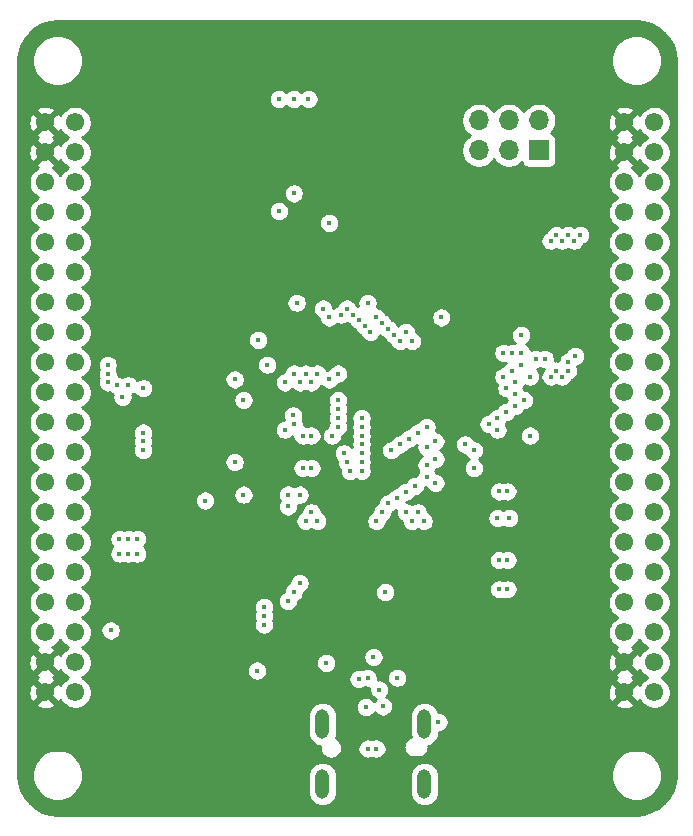
<source format=gbr>
%TF.GenerationSoftware,KiCad,Pcbnew,(5.1.9)-1*%
%TF.CreationDate,2021-07-09T22:50:26+02:00*%
%TF.ProjectId,hyperboard,68797065-7262-46f6-9172-642e6b696361,rev?*%
%TF.SameCoordinates,Original*%
%TF.FileFunction,Copper,L3,Inr*%
%TF.FilePolarity,Positive*%
%FSLAX46Y46*%
G04 Gerber Fmt 4.6, Leading zero omitted, Abs format (unit mm)*
G04 Created by KiCad (PCBNEW (5.1.9)-1) date 2021-07-09 22:50:26*
%MOMM*%
%LPD*%
G01*
G04 APERTURE LIST*
%TA.AperFunction,ComponentPad*%
%ADD10O,1.200000X2.500000*%
%TD*%
%TA.AperFunction,ComponentPad*%
%ADD11C,1.550000*%
%TD*%
%TA.AperFunction,ComponentPad*%
%ADD12O,1.700000X1.700000*%
%TD*%
%TA.AperFunction,ComponentPad*%
%ADD13R,1.700000X1.700000*%
%TD*%
%TA.AperFunction,ViaPad*%
%ADD14C,0.450000*%
%TD*%
%TA.AperFunction,Conductor*%
%ADD15C,0.254000*%
%TD*%
%TA.AperFunction,Conductor*%
%ADD16C,0.100000*%
%TD*%
G04 APERTURE END LIST*
D10*
%TO.N,GND*%
%TO.C,J5*%
X142320000Y-140700000D03*
X133680000Y-140700000D03*
X133680000Y-145750000D03*
X142320000Y-145750000D03*
%TD*%
D11*
%TO.N,GND*%
%TO.C,J3*%
X112750000Y-89740000D03*
%TO.N,+3V3*%
X110210000Y-89740000D03*
%TO.N,GND*%
X112750000Y-92280000D03*
%TO.N,+3V3*%
X110210000Y-92280000D03*
%TO.N,PB5*%
X112750000Y-94820000D03*
%TO.N,PD7*%
X110210000Y-94820000D03*
%TO.N,PB4*%
X112750000Y-97360000D03*
%TO.N,PD6*%
X110210000Y-97360000D03*
%TO.N,PB2*%
X112750000Y-99900000D03*
%TO.N,PD5*%
X110210000Y-99900000D03*
%TO.N,PB1*%
X112750000Y-102440000D03*
%TO.N,PD4*%
X110210000Y-102440000D03*
%TO.N,PB0*%
X112750000Y-104980000D03*
%TO.N,PD3*%
X110210000Y-104980000D03*
%TO.N,PA15*%
X112750000Y-107520000D03*
%TO.N,PD2*%
X110210000Y-107520000D03*
%TO.N,PA10*%
X112750000Y-110060000D03*
%TO.N,PD1*%
X110210000Y-110060000D03*
%TO.N,PA9*%
X112750000Y-112600000D03*
%TO.N,PD0*%
X110210000Y-112600000D03*
%TO.N,PA8*%
X112750000Y-115140000D03*
%TO.N,PC15*%
X110210000Y-115140000D03*
%TO.N,PA7*%
X112750000Y-117680000D03*
%TO.N,PC14*%
X110210000Y-117680000D03*
%TO.N,PA6*%
X112750000Y-120220000D03*
%TO.N,PC13*%
X110210000Y-120220000D03*
%TO.N,PA5*%
X112750000Y-122760000D03*
%TO.N,PC12*%
X110210000Y-122760000D03*
%TO.N,PA4*%
X112750000Y-125300000D03*
%TO.N,PC11*%
X110210000Y-125300000D03*
%TO.N,PA3*%
X112750000Y-127840000D03*
%TO.N,PC10*%
X110210000Y-127840000D03*
%TO.N,PA2*%
X112750000Y-130380000D03*
%TO.N,PC9*%
X110210000Y-130380000D03*
%TO.N,PA1*%
X112750000Y-132920000D03*
%TO.N,PC8*%
X110210000Y-132920000D03*
%TO.N,GND*%
X112750000Y-135460000D03*
%TO.N,+3V3*%
X110210000Y-135460000D03*
%TO.N,GND*%
X112750000Y-138000000D03*
%TO.N,+3V3*%
X110210000Y-138000000D03*
%TD*%
%TO.N,GND*%
%TO.C,J4*%
X161790000Y-89740000D03*
%TO.N,+3V3*%
X159250000Y-89740000D03*
%TO.N,GND*%
X161790000Y-92280000D03*
%TO.N,+3V3*%
X159250000Y-92280000D03*
%TO.N,PC7*%
X161790000Y-94820000D03*
%TO.N,Net-(J4-Pad35)*%
X159250000Y-94820000D03*
%TO.N,PC6*%
X161790000Y-97360000D03*
%TO.N,PE15*%
X159250000Y-97360000D03*
%TO.N,PC3*%
X161790000Y-99900000D03*
%TO.N,PE14*%
X159250000Y-99900000D03*
%TO.N,PC2*%
X161790000Y-102440000D03*
%TO.N,PE13*%
X159250000Y-102440000D03*
%TO.N,PC1*%
X161790000Y-104980000D03*
%TO.N,PE12*%
X159250000Y-104980000D03*
%TO.N,PC0*%
X161790000Y-107520000D03*
%TO.N,PE11*%
X159250000Y-107520000D03*
%TO.N,PB15*%
X161790000Y-110060000D03*
%TO.N,PE10*%
X159250000Y-110060000D03*
%TO.N,PB14*%
X161790000Y-112600000D03*
%TO.N,PE9*%
X159250000Y-112600000D03*
%TO.N,PB13*%
X161790000Y-115140000D03*
%TO.N,PE8*%
X159250000Y-115140000D03*
%TO.N,PB12*%
X161790000Y-117680000D03*
%TO.N,PE7*%
X159250000Y-117680000D03*
%TO.N,PB11*%
X161790000Y-120220000D03*
%TO.N,PE2*%
X159250000Y-120220000D03*
%TO.N,PB10*%
X161790000Y-122760000D03*
%TO.N,PD15*%
X159250000Y-122760000D03*
%TO.N,PB9*%
X161790000Y-125300000D03*
%TO.N,PD14*%
X159250000Y-125300000D03*
%TO.N,PB8*%
X161790000Y-127840000D03*
%TO.N,PD10*%
X159250000Y-127840000D03*
%TO.N,PB7*%
X161790000Y-130380000D03*
%TO.N,PD9*%
X159250000Y-130380000D03*
%TO.N,PB6*%
X161790000Y-132920000D03*
%TO.N,PD8*%
X159250000Y-132920000D03*
%TO.N,GND*%
X161790000Y-135460000D03*
%TO.N,+3V3*%
X159250000Y-135460000D03*
%TO.N,GND*%
X161790000Y-138000000D03*
%TO.N,+3V3*%
X159250000Y-138000000D03*
%TD*%
D12*
%TO.N,DSIHOST_D1N*%
%TO.C,J1*%
X146920000Y-89560000D03*
%TO.N,DSIHOST_D1P*%
X146920000Y-92100000D03*
%TO.N,DSIHOST_CKN*%
X149460000Y-89560000D03*
%TO.N,DSIHOST_CKP*%
X149460000Y-92100000D03*
%TO.N,DSIHOST_D0N*%
X152000000Y-89560000D03*
D13*
%TO.N,DSIHOST_D0P*%
X152000000Y-92100000D03*
%TD*%
D14*
%TO.N,+3V3*%
X123750000Y-117750000D03*
X141000000Y-129500000D03*
X126250000Y-119500000D03*
X127000000Y-123750000D03*
X146500000Y-121500000D03*
X143250000Y-107500000D03*
X127000000Y-115750000D03*
X126250000Y-112500000D03*
X133500000Y-138250000D03*
X130250000Y-109500000D03*
X130000000Y-95750000D03*
X141250000Y-117500000D03*
X144000000Y-133000000D03*
X122000000Y-145500000D03*
%TO.N,GND*%
X138000000Y-135000000D03*
X134000000Y-135500000D03*
X123750000Y-121750000D03*
X139000000Y-129500000D03*
X126250000Y-118500000D03*
X127000000Y-121250000D03*
X146500000Y-119000000D03*
X140750000Y-107500000D03*
X127000000Y-113250000D03*
X126250000Y-111500000D03*
X143750000Y-106250000D03*
X118500000Y-112250000D03*
X140000000Y-136750000D03*
X131250000Y-95750000D03*
X128130000Y-136150000D03*
%TO.N,NRST*%
X132000000Y-119000000D03*
X132000000Y-116250000D03*
X130500000Y-111750000D03*
X129000000Y-110250000D03*
%TO.N,Net-(FB1-Pad2)*%
X136750000Y-136875000D03*
%TO.N,DSIHOST_D1N*%
X143250000Y-116750000D03*
X153000000Y-111250000D03*
X153000000Y-99750000D03*
%TO.N,DSIHOST_D1P*%
X142500000Y-117250000D03*
X153500000Y-110750000D03*
X153500000Y-99250000D03*
%TO.N,DSIHOST_CKN*%
X143250000Y-118250000D03*
X154000000Y-111250000D03*
X154000000Y-99750000D03*
%TO.N,DSIHOST_CKP*%
X142500000Y-118750000D03*
X154500000Y-110750000D03*
X154500000Y-99250000D03*
%TO.N,DSIHOST_D0N*%
X142500000Y-119750000D03*
X154500000Y-110000000D03*
X155000000Y-99750000D03*
%TO.N,DSIHOST_D0P*%
X143250000Y-120250000D03*
X155084500Y-109509999D03*
X155500000Y-99250000D03*
%TO.N,SWO*%
X134250000Y-98250000D03*
X132500000Y-87750000D03*
%TO.N,SWCLK*%
X141250000Y-108250000D03*
X131250000Y-87750000D03*
%TO.N,SWDIO*%
X130000000Y-97250000D03*
X130000000Y-87750000D03*
%TO.N,PB5*%
X133750000Y-105500000D03*
%TO.N,PD7*%
X135250000Y-106000000D03*
%TO.N,PB4*%
X134250000Y-106250000D03*
%TO.N,PD6*%
X135750000Y-105500000D03*
%TO.N,PB2*%
X117250000Y-112000000D03*
X133250000Y-123500000D03*
%TO.N,PD5*%
X136250000Y-106000000D03*
%TO.N,PB1*%
X116750000Y-113000000D03*
X132750000Y-122750000D03*
%TO.N,PD4*%
X136750000Y-106500000D03*
%TO.N,PB0*%
X116250000Y-112000000D03*
X132250000Y-123500000D03*
%TO.N,PD3*%
X137250000Y-107000000D03*
%TO.N,PA15*%
X128250000Y-108145450D03*
X131500000Y-105000000D03*
X137500000Y-105000000D03*
%TO.N,PD2*%
X137750000Y-107500000D03*
%TO.N,PA10*%
X115500000Y-110250000D03*
X135000000Y-113250000D03*
%TO.N,PD1*%
X138250000Y-106250000D03*
%TO.N,PA9*%
X115500000Y-111000000D03*
X135000000Y-114000000D03*
%TO.N,PD0*%
X138750000Y-106750000D03*
%TO.N,PA8*%
X135000000Y-114750000D03*
X115500000Y-111750000D03*
%TO.N,PC15*%
X130500000Y-115750000D03*
X118500000Y-116000000D03*
%TO.N,PA7*%
X131750000Y-128750000D03*
X128750000Y-130750000D03*
X118000000Y-125000000D03*
X118000000Y-126250000D03*
%TO.N,PC14*%
X131250000Y-115250000D03*
X118500000Y-116750000D03*
%TO.N,PA6*%
X131250000Y-129500000D03*
X128750000Y-131500000D03*
X117250000Y-125000000D03*
X117250000Y-126250000D03*
%TO.N,PC13*%
X131206197Y-114543803D03*
X118500000Y-117500000D03*
%TO.N,PA5*%
X130750000Y-130250000D03*
X128750000Y-132250000D03*
X116500000Y-126250000D03*
X116500000Y-125000000D03*
%TO.N,PC12*%
X139250000Y-107250000D03*
%TO.N,PC11*%
X139750000Y-107750000D03*
%TO.N,PA3*%
X130750000Y-122250000D03*
%TO.N,PC10*%
X140250000Y-108250000D03*
%TO.N,PA2*%
X130750000Y-121250000D03*
%TO.N,PC9*%
X135000000Y-115500000D03*
%TO.N,PA1*%
X131750000Y-121250000D03*
X115750000Y-132750000D03*
%TO.N,PC8*%
X134500000Y-116250000D03*
%TO.N,PC7*%
X146500000Y-117500000D03*
X151750000Y-109750000D03*
%TO.N,PC6*%
X145750000Y-117000000D03*
X152500000Y-109750000D03*
%TO.N,PE15*%
X139250000Y-122000000D03*
X150000000Y-111750000D03*
%TO.N,PC3*%
X137000000Y-117000000D03*
X149000000Y-111250000D03*
X149000000Y-109250000D03*
%TO.N,PE14*%
X140000000Y-121500000D03*
X149250000Y-112250000D03*
%TO.N,PC2*%
X137000000Y-116250000D03*
X149750000Y-110750000D03*
X149750000Y-109250000D03*
%TO.N,PE13*%
X140750000Y-121000000D03*
X150000000Y-112750000D03*
%TO.N,PC1*%
X137000000Y-115500000D03*
X150500000Y-110250000D03*
X150500000Y-109250000D03*
%TO.N,PE12*%
X141500000Y-120500000D03*
X150750000Y-113250000D03*
%TO.N,PC0*%
X137000000Y-114750000D03*
%TO.N,PE11*%
X139500000Y-117500000D03*
X150000000Y-113750000D03*
%TO.N,PB15*%
X142250000Y-123500000D03*
%TO.N,PE10*%
X140250000Y-117000000D03*
X149250000Y-114250000D03*
%TO.N,PB14*%
X141750000Y-122750000D03*
%TO.N,PE9*%
X141000000Y-116500000D03*
X148500000Y-114750000D03*
%TO.N,PB13*%
X141250000Y-123500000D03*
%TO.N,PE8*%
X141750000Y-116000000D03*
X147750000Y-115250000D03*
%TO.N,PB12*%
X140750000Y-122750000D03*
%TO.N,PE7*%
X142500000Y-115500000D03*
X148500000Y-115750000D03*
%TO.N,PB11*%
X138750000Y-122750000D03*
%TO.N,PE2*%
X150500000Y-107750000D03*
X134250000Y-111500000D03*
X151250000Y-111250000D03*
X151250000Y-116250000D03*
%TO.N,PB10*%
X138250000Y-123500000D03*
%TO.N,PB9*%
X137000000Y-117750000D03*
X135500000Y-117750000D03*
X131250000Y-111000000D03*
%TO.N,PB8*%
X131750000Y-111750000D03*
X137000000Y-118500000D03*
X135750000Y-118500000D03*
%TO.N,PB7*%
X137000000Y-119250000D03*
X136000000Y-119250000D03*
X132750000Y-111750000D03*
%TO.N,PB6*%
X133250000Y-111000000D03*
%TO.N,Net-(J5-PadA6)*%
X138250000Y-142750000D03*
X138790500Y-139182998D03*
%TO.N,Net-(J5-PadA7)*%
X137500000Y-136750000D03*
X137500000Y-142750000D03*
X138500000Y-137750000D03*
%TO.N,Net-(J5-PadA5)*%
X143500000Y-140500000D03*
X137354000Y-139250000D03*
%TO.N,BOOT0*%
X135000000Y-111000000D03*
X132250000Y-111000000D03*
X132750000Y-116250000D03*
X132750000Y-119000000D03*
%TO.N,USB_D+*%
X149350000Y-129265500D03*
X149350000Y-126801588D03*
X149500000Y-123250000D03*
X149350000Y-120984500D03*
%TO.N,USB_D-*%
X148650000Y-129265500D03*
X148650000Y-126801588D03*
X148500000Y-123250000D03*
X148650000Y-120984500D03*
%TD*%
D15*
%TO.N,+3V3*%
X160898126Y-81226714D02*
X161521572Y-81414943D01*
X162096579Y-81720681D01*
X162601247Y-82132279D01*
X163016362Y-82634067D01*
X163326105Y-83206924D01*
X163518682Y-83829039D01*
X163590001Y-84507594D01*
X163590000Y-144967721D01*
X163523286Y-145648126D01*
X163335057Y-146271570D01*
X163029323Y-146846573D01*
X162617721Y-147351248D01*
X162115933Y-147766362D01*
X161543077Y-148076104D01*
X160920961Y-148268682D01*
X160242417Y-148340000D01*
X111282279Y-148340000D01*
X110601874Y-148273286D01*
X109978430Y-148085057D01*
X109403427Y-147779323D01*
X108898752Y-147367721D01*
X108483638Y-146865933D01*
X108173896Y-146293077D01*
X107981318Y-145670961D01*
X107910000Y-144992417D01*
X107910000Y-144786323D01*
X109080497Y-144786323D01*
X109080497Y-145213677D01*
X109163870Y-145632821D01*
X109327412Y-146027645D01*
X109564837Y-146382977D01*
X109867023Y-146685163D01*
X110222355Y-146922588D01*
X110617179Y-147086130D01*
X111036323Y-147169503D01*
X111463677Y-147169503D01*
X111882821Y-147086130D01*
X112277645Y-146922588D01*
X112632977Y-146685163D01*
X112935163Y-146382977D01*
X113172588Y-146027645D01*
X113336130Y-145632821D01*
X113419503Y-145213677D01*
X113419503Y-145039336D01*
X132445000Y-145039336D01*
X132445000Y-146460665D01*
X132462870Y-146642102D01*
X132533489Y-146874901D01*
X132648168Y-147089449D01*
X132802499Y-147277502D01*
X132990552Y-147431833D01*
X133205100Y-147546511D01*
X133437899Y-147617130D01*
X133680000Y-147640975D01*
X133922102Y-147617130D01*
X134154901Y-147546511D01*
X134369449Y-147431833D01*
X134557502Y-147277502D01*
X134711833Y-147089449D01*
X134826511Y-146874901D01*
X134897130Y-146642102D01*
X134915000Y-146460665D01*
X134915000Y-145039336D01*
X141085000Y-145039336D01*
X141085000Y-146460665D01*
X141102870Y-146642102D01*
X141173489Y-146874901D01*
X141288168Y-147089449D01*
X141442499Y-147277502D01*
X141630552Y-147431833D01*
X141845100Y-147546511D01*
X142077899Y-147617130D01*
X142320000Y-147640975D01*
X142562102Y-147617130D01*
X142794901Y-147546511D01*
X143009449Y-147431833D01*
X143197502Y-147277502D01*
X143351833Y-147089449D01*
X143466511Y-146874901D01*
X143537130Y-146642102D01*
X143555000Y-146460665D01*
X143555000Y-145039335D01*
X143537130Y-144857898D01*
X143515418Y-144786323D01*
X158080497Y-144786323D01*
X158080497Y-145213677D01*
X158163870Y-145632821D01*
X158327412Y-146027645D01*
X158564837Y-146382977D01*
X158867023Y-146685163D01*
X159222355Y-146922588D01*
X159617179Y-147086130D01*
X160036323Y-147169503D01*
X160463677Y-147169503D01*
X160882821Y-147086130D01*
X161277645Y-146922588D01*
X161632977Y-146685163D01*
X161935163Y-146382977D01*
X162172588Y-146027645D01*
X162336130Y-145632821D01*
X162419503Y-145213677D01*
X162419503Y-144786323D01*
X162336130Y-144367179D01*
X162172588Y-143972355D01*
X161935163Y-143617023D01*
X161632977Y-143314837D01*
X161277645Y-143077412D01*
X160882821Y-142913870D01*
X160463677Y-142830497D01*
X160036323Y-142830497D01*
X159617179Y-142913870D01*
X159222355Y-143077412D01*
X158867023Y-143314837D01*
X158564837Y-143617023D01*
X158327412Y-143972355D01*
X158163870Y-144367179D01*
X158080497Y-144786323D01*
X143515418Y-144786323D01*
X143466511Y-144625099D01*
X143351833Y-144410551D01*
X143197502Y-144222498D01*
X143009448Y-144068167D01*
X142794900Y-143953489D01*
X142562101Y-143882870D01*
X142320000Y-143859025D01*
X142077898Y-143882870D01*
X141845099Y-143953489D01*
X141630551Y-144068167D01*
X141442498Y-144222498D01*
X141288167Y-144410552D01*
X141173489Y-144625100D01*
X141102870Y-144857899D01*
X141085000Y-145039336D01*
X134915000Y-145039336D01*
X134915000Y-145039335D01*
X134897130Y-144857898D01*
X134826511Y-144625099D01*
X134711833Y-144410551D01*
X134557502Y-144222498D01*
X134369448Y-144068167D01*
X134154900Y-143953489D01*
X133922101Y-143882870D01*
X133680000Y-143859025D01*
X133437898Y-143882870D01*
X133205099Y-143953489D01*
X132990551Y-144068167D01*
X132802498Y-144222498D01*
X132648167Y-144410552D01*
X132533489Y-144625100D01*
X132462870Y-144857899D01*
X132445000Y-145039336D01*
X113419503Y-145039336D01*
X113419503Y-144786323D01*
X113336130Y-144367179D01*
X113172588Y-143972355D01*
X112935163Y-143617023D01*
X112632977Y-143314837D01*
X112277645Y-143077412D01*
X111882821Y-142913870D01*
X111463677Y-142830497D01*
X111036323Y-142830497D01*
X110617179Y-142913870D01*
X110222355Y-143077412D01*
X109867023Y-143314837D01*
X109564837Y-143617023D01*
X109327412Y-143972355D01*
X109163870Y-144367179D01*
X109080497Y-144786323D01*
X107910000Y-144786323D01*
X107910000Y-139989336D01*
X132445000Y-139989336D01*
X132445000Y-141410665D01*
X132462870Y-141592102D01*
X132533489Y-141824901D01*
X132648168Y-142039449D01*
X132802499Y-142227502D01*
X132990552Y-142381833D01*
X133205100Y-142496511D01*
X133437899Y-142567130D01*
X133469509Y-142570243D01*
X133465000Y-142592911D01*
X133465000Y-142777089D01*
X133500932Y-142957729D01*
X133571414Y-143127889D01*
X133673738Y-143281028D01*
X133803972Y-143411262D01*
X133957111Y-143513586D01*
X134127271Y-143584068D01*
X134307911Y-143620000D01*
X134492089Y-143620000D01*
X134672729Y-143584068D01*
X134842889Y-143513586D01*
X134996028Y-143411262D01*
X135126262Y-143281028D01*
X135228586Y-143127889D01*
X135299068Y-142957729D01*
X135335000Y-142777089D01*
X135335000Y-142665297D01*
X136640000Y-142665297D01*
X136640000Y-142834703D01*
X136673049Y-143000853D01*
X136737878Y-143157363D01*
X136831995Y-143298218D01*
X136951782Y-143418005D01*
X137092637Y-143512122D01*
X137249147Y-143576951D01*
X137415297Y-143610000D01*
X137584703Y-143610000D01*
X137750853Y-143576951D01*
X137875000Y-143525527D01*
X137999147Y-143576951D01*
X138165297Y-143610000D01*
X138334703Y-143610000D01*
X138500853Y-143576951D01*
X138657363Y-143512122D01*
X138798218Y-143418005D01*
X138918005Y-143298218D01*
X139012122Y-143157363D01*
X139076951Y-143000853D01*
X139110000Y-142834703D01*
X139110000Y-142665297D01*
X139100990Y-142620000D01*
X140535718Y-142620000D01*
X140552805Y-142793490D01*
X140603411Y-142960313D01*
X140685589Y-143114059D01*
X140796183Y-143248817D01*
X140930941Y-143359411D01*
X141084687Y-143441589D01*
X141251510Y-143492195D01*
X141381523Y-143505000D01*
X141818477Y-143505000D01*
X141948490Y-143492195D01*
X142115313Y-143441589D01*
X142269059Y-143359411D01*
X142403817Y-143248817D01*
X142514411Y-143114059D01*
X142596589Y-142960313D01*
X142647195Y-142793490D01*
X142664282Y-142620000D01*
X142656262Y-142538567D01*
X142794901Y-142496511D01*
X143009449Y-142381833D01*
X143197502Y-142227502D01*
X143351833Y-142039449D01*
X143466511Y-141824901D01*
X143537130Y-141592102D01*
X143555000Y-141410665D01*
X143555000Y-141360000D01*
X143584703Y-141360000D01*
X143750853Y-141326951D01*
X143907363Y-141262122D01*
X144048218Y-141168005D01*
X144168005Y-141048218D01*
X144262122Y-140907363D01*
X144326951Y-140750853D01*
X144360000Y-140584703D01*
X144360000Y-140415297D01*
X144326951Y-140249147D01*
X144262122Y-140092637D01*
X144168005Y-139951782D01*
X144048218Y-139831995D01*
X143907363Y-139737878D01*
X143750853Y-139673049D01*
X143584703Y-139640000D01*
X143486199Y-139640000D01*
X143466511Y-139575099D01*
X143351833Y-139360551D01*
X143197502Y-139172498D01*
X143009448Y-139018167D01*
X142928406Y-138974849D01*
X158454756Y-138974849D01*
X158523310Y-139216268D01*
X158774556Y-139334668D01*
X159044071Y-139401778D01*
X159321502Y-139415018D01*
X159596184Y-139373879D01*
X159857562Y-139279943D01*
X159976690Y-139216268D01*
X160045244Y-138974849D01*
X159250000Y-138179605D01*
X158454756Y-138974849D01*
X142928406Y-138974849D01*
X142794900Y-138903489D01*
X142562101Y-138832870D01*
X142320000Y-138809025D01*
X142077898Y-138832870D01*
X141845099Y-138903489D01*
X141630551Y-139018167D01*
X141442498Y-139172498D01*
X141288167Y-139360552D01*
X141173489Y-139575100D01*
X141102870Y-139807899D01*
X141085000Y-139989336D01*
X141085000Y-141410665D01*
X141102870Y-141592102D01*
X141158647Y-141775975D01*
X141084687Y-141798411D01*
X140930941Y-141880589D01*
X140796183Y-141991183D01*
X140685589Y-142125941D01*
X140603411Y-142279687D01*
X140552805Y-142446510D01*
X140535718Y-142620000D01*
X139100990Y-142620000D01*
X139076951Y-142499147D01*
X139012122Y-142342637D01*
X138918005Y-142201782D01*
X138798218Y-142081995D01*
X138657363Y-141987878D01*
X138500853Y-141923049D01*
X138334703Y-141890000D01*
X138165297Y-141890000D01*
X137999147Y-141923049D01*
X137875000Y-141974473D01*
X137750853Y-141923049D01*
X137584703Y-141890000D01*
X137415297Y-141890000D01*
X137249147Y-141923049D01*
X137092637Y-141987878D01*
X136951782Y-142081995D01*
X136831995Y-142201782D01*
X136737878Y-142342637D01*
X136673049Y-142499147D01*
X136640000Y-142665297D01*
X135335000Y-142665297D01*
X135335000Y-142592911D01*
X135299068Y-142412271D01*
X135228586Y-142242111D01*
X135126262Y-142088972D01*
X134996028Y-141958738D01*
X134842889Y-141856414D01*
X134815689Y-141845148D01*
X134826511Y-141824901D01*
X134897130Y-141592102D01*
X134915000Y-141410665D01*
X134915000Y-139989335D01*
X134897130Y-139807898D01*
X134826511Y-139575099D01*
X134711833Y-139360551D01*
X134557502Y-139172498D01*
X134369448Y-139018167D01*
X134154900Y-138903489D01*
X133922101Y-138832870D01*
X133680000Y-138809025D01*
X133437898Y-138832870D01*
X133205099Y-138903489D01*
X132990551Y-139018167D01*
X132802498Y-139172498D01*
X132648167Y-139360552D01*
X132533489Y-139575100D01*
X132462870Y-139807899D01*
X132445000Y-139989336D01*
X107910000Y-139989336D01*
X107910000Y-138974849D01*
X109414756Y-138974849D01*
X109483310Y-139216268D01*
X109734556Y-139334668D01*
X110004071Y-139401778D01*
X110281502Y-139415018D01*
X110556184Y-139373879D01*
X110817562Y-139279943D01*
X110936690Y-139216268D01*
X111005244Y-138974849D01*
X110210000Y-138179605D01*
X109414756Y-138974849D01*
X107910000Y-138974849D01*
X107910000Y-138071502D01*
X108794982Y-138071502D01*
X108836121Y-138346184D01*
X108930057Y-138607562D01*
X108993732Y-138726690D01*
X109235151Y-138795244D01*
X110030395Y-138000000D01*
X109235151Y-137204756D01*
X108993732Y-137273310D01*
X108875332Y-137524556D01*
X108808222Y-137794071D01*
X108794982Y-138071502D01*
X107910000Y-138071502D01*
X107910000Y-136434849D01*
X109414756Y-136434849D01*
X109483310Y-136676268D01*
X109590159Y-136726620D01*
X109483310Y-136783732D01*
X109414756Y-137025151D01*
X110210000Y-137820395D01*
X111005244Y-137025151D01*
X110936690Y-136783732D01*
X110829841Y-136733380D01*
X110936690Y-136676268D01*
X111005244Y-136434849D01*
X110210000Y-135639605D01*
X109414756Y-136434849D01*
X107910000Y-136434849D01*
X107910000Y-135531502D01*
X108794982Y-135531502D01*
X108836121Y-135806184D01*
X108930057Y-136067562D01*
X108993732Y-136186690D01*
X109235151Y-136255244D01*
X110030395Y-135460000D01*
X109235151Y-134664756D01*
X108993732Y-134733310D01*
X108875332Y-134984556D01*
X108808222Y-135254071D01*
X108794982Y-135531502D01*
X107910000Y-135531502D01*
X107910000Y-94681127D01*
X108800000Y-94681127D01*
X108800000Y-94958873D01*
X108854186Y-95231282D01*
X108960475Y-95487885D01*
X109114782Y-95718822D01*
X109311178Y-95915218D01*
X109542115Y-96069525D01*
X109591546Y-96090000D01*
X109542115Y-96110475D01*
X109311178Y-96264782D01*
X109114782Y-96461178D01*
X108960475Y-96692115D01*
X108854186Y-96948718D01*
X108800000Y-97221127D01*
X108800000Y-97498873D01*
X108854186Y-97771282D01*
X108960475Y-98027885D01*
X109114782Y-98258822D01*
X109311178Y-98455218D01*
X109542115Y-98609525D01*
X109591546Y-98630000D01*
X109542115Y-98650475D01*
X109311178Y-98804782D01*
X109114782Y-99001178D01*
X108960475Y-99232115D01*
X108854186Y-99488718D01*
X108800000Y-99761127D01*
X108800000Y-100038873D01*
X108854186Y-100311282D01*
X108960475Y-100567885D01*
X109114782Y-100798822D01*
X109311178Y-100995218D01*
X109542115Y-101149525D01*
X109591546Y-101170000D01*
X109542115Y-101190475D01*
X109311178Y-101344782D01*
X109114782Y-101541178D01*
X108960475Y-101772115D01*
X108854186Y-102028718D01*
X108800000Y-102301127D01*
X108800000Y-102578873D01*
X108854186Y-102851282D01*
X108960475Y-103107885D01*
X109114782Y-103338822D01*
X109311178Y-103535218D01*
X109542115Y-103689525D01*
X109591546Y-103710000D01*
X109542115Y-103730475D01*
X109311178Y-103884782D01*
X109114782Y-104081178D01*
X108960475Y-104312115D01*
X108854186Y-104568718D01*
X108800000Y-104841127D01*
X108800000Y-105118873D01*
X108854186Y-105391282D01*
X108960475Y-105647885D01*
X109114782Y-105878822D01*
X109311178Y-106075218D01*
X109542115Y-106229525D01*
X109591546Y-106250000D01*
X109542115Y-106270475D01*
X109311178Y-106424782D01*
X109114782Y-106621178D01*
X108960475Y-106852115D01*
X108854186Y-107108718D01*
X108800000Y-107381127D01*
X108800000Y-107658873D01*
X108854186Y-107931282D01*
X108960475Y-108187885D01*
X109114782Y-108418822D01*
X109311178Y-108615218D01*
X109542115Y-108769525D01*
X109591546Y-108790000D01*
X109542115Y-108810475D01*
X109311178Y-108964782D01*
X109114782Y-109161178D01*
X108960475Y-109392115D01*
X108854186Y-109648718D01*
X108800000Y-109921127D01*
X108800000Y-110198873D01*
X108854186Y-110471282D01*
X108960475Y-110727885D01*
X109114782Y-110958822D01*
X109311178Y-111155218D01*
X109542115Y-111309525D01*
X109591546Y-111330000D01*
X109542115Y-111350475D01*
X109311178Y-111504782D01*
X109114782Y-111701178D01*
X108960475Y-111932115D01*
X108854186Y-112188718D01*
X108800000Y-112461127D01*
X108800000Y-112738873D01*
X108854186Y-113011282D01*
X108960475Y-113267885D01*
X109114782Y-113498822D01*
X109311178Y-113695218D01*
X109542115Y-113849525D01*
X109591546Y-113870000D01*
X109542115Y-113890475D01*
X109311178Y-114044782D01*
X109114782Y-114241178D01*
X108960475Y-114472115D01*
X108854186Y-114728718D01*
X108800000Y-115001127D01*
X108800000Y-115278873D01*
X108854186Y-115551282D01*
X108960475Y-115807885D01*
X109114782Y-116038822D01*
X109311178Y-116235218D01*
X109542115Y-116389525D01*
X109591546Y-116410000D01*
X109542115Y-116430475D01*
X109311178Y-116584782D01*
X109114782Y-116781178D01*
X108960475Y-117012115D01*
X108854186Y-117268718D01*
X108800000Y-117541127D01*
X108800000Y-117818873D01*
X108854186Y-118091282D01*
X108960475Y-118347885D01*
X109114782Y-118578822D01*
X109311178Y-118775218D01*
X109542115Y-118929525D01*
X109591546Y-118950000D01*
X109542115Y-118970475D01*
X109311178Y-119124782D01*
X109114782Y-119321178D01*
X108960475Y-119552115D01*
X108854186Y-119808718D01*
X108800000Y-120081127D01*
X108800000Y-120358873D01*
X108854186Y-120631282D01*
X108960475Y-120887885D01*
X109114782Y-121118822D01*
X109311178Y-121315218D01*
X109542115Y-121469525D01*
X109591546Y-121490000D01*
X109542115Y-121510475D01*
X109311178Y-121664782D01*
X109114782Y-121861178D01*
X108960475Y-122092115D01*
X108854186Y-122348718D01*
X108800000Y-122621127D01*
X108800000Y-122898873D01*
X108854186Y-123171282D01*
X108960475Y-123427885D01*
X109114782Y-123658822D01*
X109311178Y-123855218D01*
X109542115Y-124009525D01*
X109591546Y-124030000D01*
X109542115Y-124050475D01*
X109311178Y-124204782D01*
X109114782Y-124401178D01*
X108960475Y-124632115D01*
X108854186Y-124888718D01*
X108800000Y-125161127D01*
X108800000Y-125438873D01*
X108854186Y-125711282D01*
X108960475Y-125967885D01*
X109114782Y-126198822D01*
X109311178Y-126395218D01*
X109542115Y-126549525D01*
X109591546Y-126570000D01*
X109542115Y-126590475D01*
X109311178Y-126744782D01*
X109114782Y-126941178D01*
X108960475Y-127172115D01*
X108854186Y-127428718D01*
X108800000Y-127701127D01*
X108800000Y-127978873D01*
X108854186Y-128251282D01*
X108960475Y-128507885D01*
X109114782Y-128738822D01*
X109311178Y-128935218D01*
X109542115Y-129089525D01*
X109591546Y-129110000D01*
X109542115Y-129130475D01*
X109311178Y-129284782D01*
X109114782Y-129481178D01*
X108960475Y-129712115D01*
X108854186Y-129968718D01*
X108800000Y-130241127D01*
X108800000Y-130518873D01*
X108854186Y-130791282D01*
X108960475Y-131047885D01*
X109114782Y-131278822D01*
X109311178Y-131475218D01*
X109542115Y-131629525D01*
X109591546Y-131650000D01*
X109542115Y-131670475D01*
X109311178Y-131824782D01*
X109114782Y-132021178D01*
X108960475Y-132252115D01*
X108854186Y-132508718D01*
X108800000Y-132781127D01*
X108800000Y-133058873D01*
X108854186Y-133331282D01*
X108960475Y-133587885D01*
X109114782Y-133818822D01*
X109311178Y-134015218D01*
X109542115Y-134169525D01*
X109587202Y-134188201D01*
X109483310Y-134243732D01*
X109414756Y-134485151D01*
X110210000Y-135280395D01*
X111005244Y-134485151D01*
X110936690Y-134243732D01*
X110825376Y-134191275D01*
X110877885Y-134169525D01*
X111108822Y-134015218D01*
X111305218Y-133818822D01*
X111459525Y-133587885D01*
X111480000Y-133538454D01*
X111500475Y-133587885D01*
X111654782Y-133818822D01*
X111851178Y-134015218D01*
X112082115Y-134169525D01*
X112131546Y-134190000D01*
X112082115Y-134210475D01*
X111851178Y-134364782D01*
X111654782Y-134561178D01*
X111500475Y-134792115D01*
X111481799Y-134837202D01*
X111426268Y-134733310D01*
X111184849Y-134664756D01*
X110389605Y-135460000D01*
X111184849Y-136255244D01*
X111426268Y-136186690D01*
X111478725Y-136075376D01*
X111500475Y-136127885D01*
X111654782Y-136358822D01*
X111851178Y-136555218D01*
X112082115Y-136709525D01*
X112131546Y-136730000D01*
X112082115Y-136750475D01*
X111851178Y-136904782D01*
X111654782Y-137101178D01*
X111500475Y-137332115D01*
X111481799Y-137377202D01*
X111426268Y-137273310D01*
X111184849Y-137204756D01*
X110389605Y-138000000D01*
X111184849Y-138795244D01*
X111426268Y-138726690D01*
X111478725Y-138615376D01*
X111500475Y-138667885D01*
X111654782Y-138898822D01*
X111851178Y-139095218D01*
X112082115Y-139249525D01*
X112338718Y-139355814D01*
X112611127Y-139410000D01*
X112888873Y-139410000D01*
X113161282Y-139355814D01*
X113417885Y-139249525D01*
X113648822Y-139095218D01*
X113845218Y-138898822D01*
X113999525Y-138667885D01*
X114105814Y-138411282D01*
X114160000Y-138138873D01*
X114160000Y-137861127D01*
X114105814Y-137588718D01*
X113999525Y-137332115D01*
X113845218Y-137101178D01*
X113648822Y-136904782D01*
X113417885Y-136750475D01*
X113368454Y-136730000D01*
X113417885Y-136709525D01*
X113648822Y-136555218D01*
X113845218Y-136358822D01*
X113999525Y-136127885D01*
X114025449Y-136065297D01*
X127270000Y-136065297D01*
X127270000Y-136234703D01*
X127303049Y-136400853D01*
X127367878Y-136557363D01*
X127461995Y-136698218D01*
X127581782Y-136818005D01*
X127722637Y-136912122D01*
X127879147Y-136976951D01*
X128045297Y-137010000D01*
X128214703Y-137010000D01*
X128380853Y-136976951D01*
X128537363Y-136912122D01*
X128678218Y-136818005D01*
X128705926Y-136790297D01*
X135890000Y-136790297D01*
X135890000Y-136959703D01*
X135923049Y-137125853D01*
X135987878Y-137282363D01*
X136081995Y-137423218D01*
X136201782Y-137543005D01*
X136342637Y-137637122D01*
X136499147Y-137701951D01*
X136665297Y-137735000D01*
X136834703Y-137735000D01*
X137000853Y-137701951D01*
X137157363Y-137637122D01*
X137248078Y-137576508D01*
X137249147Y-137576951D01*
X137415297Y-137610000D01*
X137584703Y-137610000D01*
X137653730Y-137596270D01*
X137640000Y-137665297D01*
X137640000Y-137834703D01*
X137673049Y-138000853D01*
X137737878Y-138157363D01*
X137831995Y-138298218D01*
X137951782Y-138418005D01*
X138092637Y-138512122D01*
X138200482Y-138556793D01*
X138122495Y-138634780D01*
X138049865Y-138743477D01*
X138022005Y-138701782D01*
X137902218Y-138581995D01*
X137761363Y-138487878D01*
X137604853Y-138423049D01*
X137438703Y-138390000D01*
X137269297Y-138390000D01*
X137103147Y-138423049D01*
X136946637Y-138487878D01*
X136805782Y-138581995D01*
X136685995Y-138701782D01*
X136591878Y-138842637D01*
X136527049Y-138999147D01*
X136494000Y-139165297D01*
X136494000Y-139334703D01*
X136527049Y-139500853D01*
X136591878Y-139657363D01*
X136685995Y-139798218D01*
X136805782Y-139918005D01*
X136946637Y-140012122D01*
X137103147Y-140076951D01*
X137269297Y-140110000D01*
X137438703Y-140110000D01*
X137604853Y-140076951D01*
X137761363Y-140012122D01*
X137902218Y-139918005D01*
X138022005Y-139798218D01*
X138094635Y-139689521D01*
X138122495Y-139731216D01*
X138242282Y-139851003D01*
X138383137Y-139945120D01*
X138539647Y-140009949D01*
X138705797Y-140042998D01*
X138875203Y-140042998D01*
X139041353Y-140009949D01*
X139197863Y-139945120D01*
X139338718Y-139851003D01*
X139458505Y-139731216D01*
X139552622Y-139590361D01*
X139617451Y-139433851D01*
X139650500Y-139267701D01*
X139650500Y-139098295D01*
X139617451Y-138932145D01*
X139552622Y-138775635D01*
X139458505Y-138634780D01*
X139338718Y-138514993D01*
X139197863Y-138420876D01*
X139090018Y-138376205D01*
X139168005Y-138298218D01*
X139262122Y-138157363D01*
X139297687Y-138071502D01*
X157834982Y-138071502D01*
X157876121Y-138346184D01*
X157970057Y-138607562D01*
X158033732Y-138726690D01*
X158275151Y-138795244D01*
X159070395Y-138000000D01*
X158275151Y-137204756D01*
X158033732Y-137273310D01*
X157915332Y-137524556D01*
X157848222Y-137794071D01*
X157834982Y-138071502D01*
X139297687Y-138071502D01*
X139326951Y-138000853D01*
X139360000Y-137834703D01*
X139360000Y-137665297D01*
X139326951Y-137499147D01*
X139262122Y-137342637D01*
X139168005Y-137201782D01*
X139048218Y-137081995D01*
X138907363Y-136987878D01*
X138750853Y-136923049D01*
X138584703Y-136890000D01*
X138415297Y-136890000D01*
X138346270Y-136903730D01*
X138360000Y-136834703D01*
X138360000Y-136665297D01*
X139140000Y-136665297D01*
X139140000Y-136834703D01*
X139173049Y-137000853D01*
X139237878Y-137157363D01*
X139331995Y-137298218D01*
X139451782Y-137418005D01*
X139592637Y-137512122D01*
X139749147Y-137576951D01*
X139915297Y-137610000D01*
X140084703Y-137610000D01*
X140250853Y-137576951D01*
X140407363Y-137512122D01*
X140548218Y-137418005D01*
X140668005Y-137298218D01*
X140762122Y-137157363D01*
X140826951Y-137000853D01*
X140860000Y-136834703D01*
X140860000Y-136665297D01*
X140826951Y-136499147D01*
X140800318Y-136434849D01*
X158454756Y-136434849D01*
X158523310Y-136676268D01*
X158630159Y-136726620D01*
X158523310Y-136783732D01*
X158454756Y-137025151D01*
X159250000Y-137820395D01*
X160045244Y-137025151D01*
X159976690Y-136783732D01*
X159869841Y-136733380D01*
X159976690Y-136676268D01*
X160045244Y-136434849D01*
X159250000Y-135639605D01*
X158454756Y-136434849D01*
X140800318Y-136434849D01*
X140762122Y-136342637D01*
X140668005Y-136201782D01*
X140548218Y-136081995D01*
X140407363Y-135987878D01*
X140250853Y-135923049D01*
X140084703Y-135890000D01*
X139915297Y-135890000D01*
X139749147Y-135923049D01*
X139592637Y-135987878D01*
X139451782Y-136081995D01*
X139331995Y-136201782D01*
X139237878Y-136342637D01*
X139173049Y-136499147D01*
X139140000Y-136665297D01*
X138360000Y-136665297D01*
X138326951Y-136499147D01*
X138262122Y-136342637D01*
X138168005Y-136201782D01*
X138048218Y-136081995D01*
X137907363Y-135987878D01*
X137750853Y-135923049D01*
X137584703Y-135890000D01*
X137415297Y-135890000D01*
X137249147Y-135923049D01*
X137092637Y-135987878D01*
X137001922Y-136048492D01*
X137000853Y-136048049D01*
X136834703Y-136015000D01*
X136665297Y-136015000D01*
X136499147Y-136048049D01*
X136342637Y-136112878D01*
X136201782Y-136206995D01*
X136081995Y-136326782D01*
X135987878Y-136467637D01*
X135923049Y-136624147D01*
X135890000Y-136790297D01*
X128705926Y-136790297D01*
X128798005Y-136698218D01*
X128892122Y-136557363D01*
X128956951Y-136400853D01*
X128990000Y-136234703D01*
X128990000Y-136065297D01*
X128956951Y-135899147D01*
X128892122Y-135742637D01*
X128798005Y-135601782D01*
X128678218Y-135481995D01*
X128578399Y-135415297D01*
X133140000Y-135415297D01*
X133140000Y-135584703D01*
X133173049Y-135750853D01*
X133237878Y-135907363D01*
X133331995Y-136048218D01*
X133451782Y-136168005D01*
X133592637Y-136262122D01*
X133749147Y-136326951D01*
X133915297Y-136360000D01*
X134084703Y-136360000D01*
X134250853Y-136326951D01*
X134407363Y-136262122D01*
X134548218Y-136168005D01*
X134668005Y-136048218D01*
X134762122Y-135907363D01*
X134826951Y-135750853D01*
X134860000Y-135584703D01*
X134860000Y-135415297D01*
X134826951Y-135249147D01*
X134762122Y-135092637D01*
X134668005Y-134951782D01*
X134631520Y-134915297D01*
X137140000Y-134915297D01*
X137140000Y-135084703D01*
X137173049Y-135250853D01*
X137237878Y-135407363D01*
X137331995Y-135548218D01*
X137451782Y-135668005D01*
X137592637Y-135762122D01*
X137749147Y-135826951D01*
X137915297Y-135860000D01*
X138084703Y-135860000D01*
X138250853Y-135826951D01*
X138407363Y-135762122D01*
X138548218Y-135668005D01*
X138668005Y-135548218D01*
X138679174Y-135531502D01*
X157834982Y-135531502D01*
X157876121Y-135806184D01*
X157970057Y-136067562D01*
X158033732Y-136186690D01*
X158275151Y-136255244D01*
X159070395Y-135460000D01*
X158275151Y-134664756D01*
X158033732Y-134733310D01*
X157915332Y-134984556D01*
X157848222Y-135254071D01*
X157834982Y-135531502D01*
X138679174Y-135531502D01*
X138762122Y-135407363D01*
X138826951Y-135250853D01*
X138860000Y-135084703D01*
X138860000Y-134915297D01*
X138826951Y-134749147D01*
X138762122Y-134592637D01*
X138668005Y-134451782D01*
X138548218Y-134331995D01*
X138407363Y-134237878D01*
X138250853Y-134173049D01*
X138084703Y-134140000D01*
X137915297Y-134140000D01*
X137749147Y-134173049D01*
X137592637Y-134237878D01*
X137451782Y-134331995D01*
X137331995Y-134451782D01*
X137237878Y-134592637D01*
X137173049Y-134749147D01*
X137140000Y-134915297D01*
X134631520Y-134915297D01*
X134548218Y-134831995D01*
X134407363Y-134737878D01*
X134250853Y-134673049D01*
X134084703Y-134640000D01*
X133915297Y-134640000D01*
X133749147Y-134673049D01*
X133592637Y-134737878D01*
X133451782Y-134831995D01*
X133331995Y-134951782D01*
X133237878Y-135092637D01*
X133173049Y-135249147D01*
X133140000Y-135415297D01*
X128578399Y-135415297D01*
X128537363Y-135387878D01*
X128380853Y-135323049D01*
X128214703Y-135290000D01*
X128045297Y-135290000D01*
X127879147Y-135323049D01*
X127722637Y-135387878D01*
X127581782Y-135481995D01*
X127461995Y-135601782D01*
X127367878Y-135742637D01*
X127303049Y-135899147D01*
X127270000Y-136065297D01*
X114025449Y-136065297D01*
X114105814Y-135871282D01*
X114160000Y-135598873D01*
X114160000Y-135321127D01*
X114105814Y-135048718D01*
X113999525Y-134792115D01*
X113845218Y-134561178D01*
X113648822Y-134364782D01*
X113417885Y-134210475D01*
X113368454Y-134190000D01*
X113417885Y-134169525D01*
X113648822Y-134015218D01*
X113845218Y-133818822D01*
X113999525Y-133587885D01*
X114105814Y-133331282D01*
X114160000Y-133058873D01*
X114160000Y-132781127D01*
X114136960Y-132665297D01*
X114890000Y-132665297D01*
X114890000Y-132834703D01*
X114923049Y-133000853D01*
X114987878Y-133157363D01*
X115081995Y-133298218D01*
X115201782Y-133418005D01*
X115342637Y-133512122D01*
X115499147Y-133576951D01*
X115665297Y-133610000D01*
X115834703Y-133610000D01*
X116000853Y-133576951D01*
X116157363Y-133512122D01*
X116298218Y-133418005D01*
X116418005Y-133298218D01*
X116512122Y-133157363D01*
X116576951Y-133000853D01*
X116610000Y-132834703D01*
X116610000Y-132665297D01*
X116576951Y-132499147D01*
X116512122Y-132342637D01*
X116418005Y-132201782D01*
X116298218Y-132081995D01*
X116157363Y-131987878D01*
X116000853Y-131923049D01*
X115834703Y-131890000D01*
X115665297Y-131890000D01*
X115499147Y-131923049D01*
X115342637Y-131987878D01*
X115201782Y-132081995D01*
X115081995Y-132201782D01*
X114987878Y-132342637D01*
X114923049Y-132499147D01*
X114890000Y-132665297D01*
X114136960Y-132665297D01*
X114105814Y-132508718D01*
X113999525Y-132252115D01*
X113845218Y-132021178D01*
X113648822Y-131824782D01*
X113417885Y-131670475D01*
X113368454Y-131650000D01*
X113417885Y-131629525D01*
X113648822Y-131475218D01*
X113845218Y-131278822D01*
X113999525Y-131047885D01*
X114105814Y-130791282D01*
X114130874Y-130665297D01*
X127890000Y-130665297D01*
X127890000Y-130834703D01*
X127923049Y-131000853D01*
X127974473Y-131125000D01*
X127923049Y-131249147D01*
X127890000Y-131415297D01*
X127890000Y-131584703D01*
X127923049Y-131750853D01*
X127974473Y-131875000D01*
X127923049Y-131999147D01*
X127890000Y-132165297D01*
X127890000Y-132334703D01*
X127923049Y-132500853D01*
X127987878Y-132657363D01*
X128081995Y-132798218D01*
X128201782Y-132918005D01*
X128342637Y-133012122D01*
X128499147Y-133076951D01*
X128665297Y-133110000D01*
X128834703Y-133110000D01*
X129000853Y-133076951D01*
X129157363Y-133012122D01*
X129298218Y-132918005D01*
X129418005Y-132798218D01*
X129512122Y-132657363D01*
X129576951Y-132500853D01*
X129610000Y-132334703D01*
X129610000Y-132165297D01*
X129576951Y-131999147D01*
X129525527Y-131875000D01*
X129576951Y-131750853D01*
X129610000Y-131584703D01*
X129610000Y-131415297D01*
X129576951Y-131249147D01*
X129525527Y-131125000D01*
X129576951Y-131000853D01*
X129610000Y-130834703D01*
X129610000Y-130665297D01*
X129576951Y-130499147D01*
X129512122Y-130342637D01*
X129418005Y-130201782D01*
X129381520Y-130165297D01*
X129890000Y-130165297D01*
X129890000Y-130334703D01*
X129923049Y-130500853D01*
X129987878Y-130657363D01*
X130081995Y-130798218D01*
X130201782Y-130918005D01*
X130342637Y-131012122D01*
X130499147Y-131076951D01*
X130665297Y-131110000D01*
X130834703Y-131110000D01*
X131000853Y-131076951D01*
X131157363Y-131012122D01*
X131298218Y-130918005D01*
X131418005Y-130798218D01*
X131512122Y-130657363D01*
X131576951Y-130500853D01*
X131610000Y-130334703D01*
X131610000Y-130281741D01*
X131657363Y-130262122D01*
X131798218Y-130168005D01*
X131918005Y-130048218D01*
X132012122Y-129907363D01*
X132076951Y-129750853D01*
X132110000Y-129584703D01*
X132110000Y-129531741D01*
X132157363Y-129512122D01*
X132298218Y-129418005D01*
X132300926Y-129415297D01*
X138140000Y-129415297D01*
X138140000Y-129584703D01*
X138173049Y-129750853D01*
X138237878Y-129907363D01*
X138331995Y-130048218D01*
X138451782Y-130168005D01*
X138592637Y-130262122D01*
X138749147Y-130326951D01*
X138915297Y-130360000D01*
X139084703Y-130360000D01*
X139250853Y-130326951D01*
X139407363Y-130262122D01*
X139548218Y-130168005D01*
X139668005Y-130048218D01*
X139762122Y-129907363D01*
X139826951Y-129750853D01*
X139860000Y-129584703D01*
X139860000Y-129415297D01*
X139826951Y-129249147D01*
X139798640Y-129180797D01*
X147790000Y-129180797D01*
X147790000Y-129350203D01*
X147823049Y-129516353D01*
X147887878Y-129672863D01*
X147981995Y-129813718D01*
X148101782Y-129933505D01*
X148242637Y-130027622D01*
X148399147Y-130092451D01*
X148565297Y-130125500D01*
X148734703Y-130125500D01*
X148900853Y-130092451D01*
X149000000Y-130051383D01*
X149099147Y-130092451D01*
X149265297Y-130125500D01*
X149434703Y-130125500D01*
X149600853Y-130092451D01*
X149757363Y-130027622D01*
X149898218Y-129933505D01*
X150018005Y-129813718D01*
X150112122Y-129672863D01*
X150176951Y-129516353D01*
X150210000Y-129350203D01*
X150210000Y-129180797D01*
X150176951Y-129014647D01*
X150112122Y-128858137D01*
X150018005Y-128717282D01*
X149898218Y-128597495D01*
X149757363Y-128503378D01*
X149600853Y-128438549D01*
X149434703Y-128405500D01*
X149265297Y-128405500D01*
X149099147Y-128438549D01*
X149000000Y-128479617D01*
X148900853Y-128438549D01*
X148734703Y-128405500D01*
X148565297Y-128405500D01*
X148399147Y-128438549D01*
X148242637Y-128503378D01*
X148101782Y-128597495D01*
X147981995Y-128717282D01*
X147887878Y-128858137D01*
X147823049Y-129014647D01*
X147790000Y-129180797D01*
X139798640Y-129180797D01*
X139762122Y-129092637D01*
X139668005Y-128951782D01*
X139548218Y-128831995D01*
X139407363Y-128737878D01*
X139250853Y-128673049D01*
X139084703Y-128640000D01*
X138915297Y-128640000D01*
X138749147Y-128673049D01*
X138592637Y-128737878D01*
X138451782Y-128831995D01*
X138331995Y-128951782D01*
X138237878Y-129092637D01*
X138173049Y-129249147D01*
X138140000Y-129415297D01*
X132300926Y-129415297D01*
X132418005Y-129298218D01*
X132512122Y-129157363D01*
X132576951Y-129000853D01*
X132610000Y-128834703D01*
X132610000Y-128665297D01*
X132576951Y-128499147D01*
X132512122Y-128342637D01*
X132418005Y-128201782D01*
X132298218Y-128081995D01*
X132157363Y-127987878D01*
X132000853Y-127923049D01*
X131834703Y-127890000D01*
X131665297Y-127890000D01*
X131499147Y-127923049D01*
X131342637Y-127987878D01*
X131201782Y-128081995D01*
X131081995Y-128201782D01*
X130987878Y-128342637D01*
X130923049Y-128499147D01*
X130890000Y-128665297D01*
X130890000Y-128718259D01*
X130842637Y-128737878D01*
X130701782Y-128831995D01*
X130581995Y-128951782D01*
X130487878Y-129092637D01*
X130423049Y-129249147D01*
X130390000Y-129415297D01*
X130390000Y-129468259D01*
X130342637Y-129487878D01*
X130201782Y-129581995D01*
X130081995Y-129701782D01*
X129987878Y-129842637D01*
X129923049Y-129999147D01*
X129890000Y-130165297D01*
X129381520Y-130165297D01*
X129298218Y-130081995D01*
X129157363Y-129987878D01*
X129000853Y-129923049D01*
X128834703Y-129890000D01*
X128665297Y-129890000D01*
X128499147Y-129923049D01*
X128342637Y-129987878D01*
X128201782Y-130081995D01*
X128081995Y-130201782D01*
X127987878Y-130342637D01*
X127923049Y-130499147D01*
X127890000Y-130665297D01*
X114130874Y-130665297D01*
X114160000Y-130518873D01*
X114160000Y-130241127D01*
X114105814Y-129968718D01*
X113999525Y-129712115D01*
X113845218Y-129481178D01*
X113648822Y-129284782D01*
X113417885Y-129130475D01*
X113368454Y-129110000D01*
X113417885Y-129089525D01*
X113648822Y-128935218D01*
X113845218Y-128738822D01*
X113999525Y-128507885D01*
X114105814Y-128251282D01*
X114160000Y-127978873D01*
X114160000Y-127701127D01*
X114105814Y-127428718D01*
X113999525Y-127172115D01*
X113845218Y-126941178D01*
X113648822Y-126744782D01*
X113417885Y-126590475D01*
X113368454Y-126570000D01*
X113417885Y-126549525D01*
X113648822Y-126395218D01*
X113845218Y-126198822D01*
X113999525Y-125967885D01*
X114105814Y-125711282D01*
X114160000Y-125438873D01*
X114160000Y-125161127D01*
X114111101Y-124915297D01*
X115640000Y-124915297D01*
X115640000Y-125084703D01*
X115673049Y-125250853D01*
X115737878Y-125407363D01*
X115831995Y-125548218D01*
X115908777Y-125625000D01*
X115831995Y-125701782D01*
X115737878Y-125842637D01*
X115673049Y-125999147D01*
X115640000Y-126165297D01*
X115640000Y-126334703D01*
X115673049Y-126500853D01*
X115737878Y-126657363D01*
X115831995Y-126798218D01*
X115951782Y-126918005D01*
X116092637Y-127012122D01*
X116249147Y-127076951D01*
X116415297Y-127110000D01*
X116584703Y-127110000D01*
X116750853Y-127076951D01*
X116875000Y-127025527D01*
X116999147Y-127076951D01*
X117165297Y-127110000D01*
X117334703Y-127110000D01*
X117500853Y-127076951D01*
X117625000Y-127025527D01*
X117749147Y-127076951D01*
X117915297Y-127110000D01*
X118084703Y-127110000D01*
X118250853Y-127076951D01*
X118407363Y-127012122D01*
X118548218Y-126918005D01*
X118668005Y-126798218D01*
X118722350Y-126716885D01*
X147790000Y-126716885D01*
X147790000Y-126886291D01*
X147823049Y-127052441D01*
X147887878Y-127208951D01*
X147981995Y-127349806D01*
X148101782Y-127469593D01*
X148242637Y-127563710D01*
X148399147Y-127628539D01*
X148565297Y-127661588D01*
X148734703Y-127661588D01*
X148900853Y-127628539D01*
X149000000Y-127587471D01*
X149099147Y-127628539D01*
X149265297Y-127661588D01*
X149434703Y-127661588D01*
X149600853Y-127628539D01*
X149757363Y-127563710D01*
X149898218Y-127469593D01*
X150018005Y-127349806D01*
X150112122Y-127208951D01*
X150176951Y-127052441D01*
X150210000Y-126886291D01*
X150210000Y-126716885D01*
X150176951Y-126550735D01*
X150112122Y-126394225D01*
X150018005Y-126253370D01*
X149898218Y-126133583D01*
X149757363Y-126039466D01*
X149600853Y-125974637D01*
X149434703Y-125941588D01*
X149265297Y-125941588D01*
X149099147Y-125974637D01*
X149000000Y-126015705D01*
X148900853Y-125974637D01*
X148734703Y-125941588D01*
X148565297Y-125941588D01*
X148399147Y-125974637D01*
X148242637Y-126039466D01*
X148101782Y-126133583D01*
X147981995Y-126253370D01*
X147887878Y-126394225D01*
X147823049Y-126550735D01*
X147790000Y-126716885D01*
X118722350Y-126716885D01*
X118762122Y-126657363D01*
X118826951Y-126500853D01*
X118860000Y-126334703D01*
X118860000Y-126165297D01*
X118826951Y-125999147D01*
X118762122Y-125842637D01*
X118668005Y-125701782D01*
X118591223Y-125625000D01*
X118668005Y-125548218D01*
X118762122Y-125407363D01*
X118826951Y-125250853D01*
X118860000Y-125084703D01*
X118860000Y-124915297D01*
X118826951Y-124749147D01*
X118762122Y-124592637D01*
X118668005Y-124451782D01*
X118548218Y-124331995D01*
X118407363Y-124237878D01*
X118250853Y-124173049D01*
X118084703Y-124140000D01*
X117915297Y-124140000D01*
X117749147Y-124173049D01*
X117625000Y-124224473D01*
X117500853Y-124173049D01*
X117334703Y-124140000D01*
X117165297Y-124140000D01*
X116999147Y-124173049D01*
X116875000Y-124224473D01*
X116750853Y-124173049D01*
X116584703Y-124140000D01*
X116415297Y-124140000D01*
X116249147Y-124173049D01*
X116092637Y-124237878D01*
X115951782Y-124331995D01*
X115831995Y-124451782D01*
X115737878Y-124592637D01*
X115673049Y-124749147D01*
X115640000Y-124915297D01*
X114111101Y-124915297D01*
X114105814Y-124888718D01*
X113999525Y-124632115D01*
X113845218Y-124401178D01*
X113648822Y-124204782D01*
X113417885Y-124050475D01*
X113368454Y-124030000D01*
X113417885Y-124009525D01*
X113648822Y-123855218D01*
X113845218Y-123658822D01*
X113999525Y-123427885D01*
X114004739Y-123415297D01*
X131390000Y-123415297D01*
X131390000Y-123584703D01*
X131423049Y-123750853D01*
X131487878Y-123907363D01*
X131581995Y-124048218D01*
X131701782Y-124168005D01*
X131842637Y-124262122D01*
X131999147Y-124326951D01*
X132165297Y-124360000D01*
X132334703Y-124360000D01*
X132500853Y-124326951D01*
X132657363Y-124262122D01*
X132750000Y-124200223D01*
X132842637Y-124262122D01*
X132999147Y-124326951D01*
X133165297Y-124360000D01*
X133334703Y-124360000D01*
X133500853Y-124326951D01*
X133657363Y-124262122D01*
X133798218Y-124168005D01*
X133918005Y-124048218D01*
X134012122Y-123907363D01*
X134076951Y-123750853D01*
X134110000Y-123584703D01*
X134110000Y-123415297D01*
X137390000Y-123415297D01*
X137390000Y-123584703D01*
X137423049Y-123750853D01*
X137487878Y-123907363D01*
X137581995Y-124048218D01*
X137701782Y-124168005D01*
X137842637Y-124262122D01*
X137999147Y-124326951D01*
X138165297Y-124360000D01*
X138334703Y-124360000D01*
X138500853Y-124326951D01*
X138657363Y-124262122D01*
X138798218Y-124168005D01*
X138918005Y-124048218D01*
X139012122Y-123907363D01*
X139076951Y-123750853D01*
X139110000Y-123584703D01*
X139110000Y-123531741D01*
X139157363Y-123512122D01*
X139298218Y-123418005D01*
X139418005Y-123298218D01*
X139512122Y-123157363D01*
X139576951Y-123000853D01*
X139610000Y-122834703D01*
X139610000Y-122781741D01*
X139657363Y-122762122D01*
X139798218Y-122668005D01*
X139912117Y-122554106D01*
X139890000Y-122665297D01*
X139890000Y-122834703D01*
X139923049Y-123000853D01*
X139987878Y-123157363D01*
X140081995Y-123298218D01*
X140201782Y-123418005D01*
X140342637Y-123512122D01*
X140390000Y-123531741D01*
X140390000Y-123584703D01*
X140423049Y-123750853D01*
X140487878Y-123907363D01*
X140581995Y-124048218D01*
X140701782Y-124168005D01*
X140842637Y-124262122D01*
X140999147Y-124326951D01*
X141165297Y-124360000D01*
X141334703Y-124360000D01*
X141500853Y-124326951D01*
X141657363Y-124262122D01*
X141750000Y-124200223D01*
X141842637Y-124262122D01*
X141999147Y-124326951D01*
X142165297Y-124360000D01*
X142334703Y-124360000D01*
X142500853Y-124326951D01*
X142657363Y-124262122D01*
X142798218Y-124168005D01*
X142918005Y-124048218D01*
X143012122Y-123907363D01*
X143076951Y-123750853D01*
X143110000Y-123584703D01*
X143110000Y-123415297D01*
X143076951Y-123249147D01*
X143042219Y-123165297D01*
X147640000Y-123165297D01*
X147640000Y-123334703D01*
X147673049Y-123500853D01*
X147737878Y-123657363D01*
X147831995Y-123798218D01*
X147951782Y-123918005D01*
X148092637Y-124012122D01*
X148249147Y-124076951D01*
X148415297Y-124110000D01*
X148584703Y-124110000D01*
X148750853Y-124076951D01*
X148907363Y-124012122D01*
X149000000Y-123950223D01*
X149092637Y-124012122D01*
X149249147Y-124076951D01*
X149415297Y-124110000D01*
X149584703Y-124110000D01*
X149750853Y-124076951D01*
X149907363Y-124012122D01*
X150048218Y-123918005D01*
X150168005Y-123798218D01*
X150262122Y-123657363D01*
X150326951Y-123500853D01*
X150360000Y-123334703D01*
X150360000Y-123165297D01*
X150326951Y-122999147D01*
X150262122Y-122842637D01*
X150168005Y-122701782D01*
X150048218Y-122581995D01*
X149907363Y-122487878D01*
X149750853Y-122423049D01*
X149584703Y-122390000D01*
X149415297Y-122390000D01*
X149249147Y-122423049D01*
X149092637Y-122487878D01*
X149000000Y-122549777D01*
X148907363Y-122487878D01*
X148750853Y-122423049D01*
X148584703Y-122390000D01*
X148415297Y-122390000D01*
X148249147Y-122423049D01*
X148092637Y-122487878D01*
X147951782Y-122581995D01*
X147831995Y-122701782D01*
X147737878Y-122842637D01*
X147673049Y-122999147D01*
X147640000Y-123165297D01*
X143042219Y-123165297D01*
X143012122Y-123092637D01*
X142918005Y-122951782D01*
X142798218Y-122831995D01*
X142657363Y-122737878D01*
X142610000Y-122718259D01*
X142610000Y-122665297D01*
X142576951Y-122499147D01*
X142512122Y-122342637D01*
X142418005Y-122201782D01*
X142298218Y-122081995D01*
X142157363Y-121987878D01*
X142000853Y-121923049D01*
X141834703Y-121890000D01*
X141665297Y-121890000D01*
X141499147Y-121923049D01*
X141342637Y-121987878D01*
X141250000Y-122049777D01*
X141157363Y-121987878D01*
X141000853Y-121923049D01*
X140834703Y-121890000D01*
X140769314Y-121890000D01*
X140781741Y-121860000D01*
X140834703Y-121860000D01*
X141000853Y-121826951D01*
X141157363Y-121762122D01*
X141298218Y-121668005D01*
X141418005Y-121548218D01*
X141512122Y-121407363D01*
X141531741Y-121360000D01*
X141584703Y-121360000D01*
X141750853Y-121326951D01*
X141907363Y-121262122D01*
X142048218Y-121168005D01*
X142168005Y-121048218D01*
X142262122Y-120907363D01*
X142326951Y-120750853D01*
X142357264Y-120598457D01*
X142415297Y-120610000D01*
X142468259Y-120610000D01*
X142487878Y-120657363D01*
X142581995Y-120798218D01*
X142701782Y-120918005D01*
X142842637Y-121012122D01*
X142999147Y-121076951D01*
X143165297Y-121110000D01*
X143334703Y-121110000D01*
X143500853Y-121076951D01*
X143657363Y-121012122D01*
X143798218Y-120918005D01*
X143816426Y-120899797D01*
X147790000Y-120899797D01*
X147790000Y-121069203D01*
X147823049Y-121235353D01*
X147887878Y-121391863D01*
X147981995Y-121532718D01*
X148101782Y-121652505D01*
X148242637Y-121746622D01*
X148399147Y-121811451D01*
X148565297Y-121844500D01*
X148734703Y-121844500D01*
X148900853Y-121811451D01*
X149000000Y-121770383D01*
X149099147Y-121811451D01*
X149265297Y-121844500D01*
X149434703Y-121844500D01*
X149600853Y-121811451D01*
X149757363Y-121746622D01*
X149898218Y-121652505D01*
X150018005Y-121532718D01*
X150112122Y-121391863D01*
X150176951Y-121235353D01*
X150210000Y-121069203D01*
X150210000Y-120899797D01*
X150176951Y-120733647D01*
X150112122Y-120577137D01*
X150018005Y-120436282D01*
X149898218Y-120316495D01*
X149757363Y-120222378D01*
X149600853Y-120157549D01*
X149434703Y-120124500D01*
X149265297Y-120124500D01*
X149099147Y-120157549D01*
X149000000Y-120198617D01*
X148900853Y-120157549D01*
X148734703Y-120124500D01*
X148565297Y-120124500D01*
X148399147Y-120157549D01*
X148242637Y-120222378D01*
X148101782Y-120316495D01*
X147981995Y-120436282D01*
X147887878Y-120577137D01*
X147823049Y-120733647D01*
X147790000Y-120899797D01*
X143816426Y-120899797D01*
X143918005Y-120798218D01*
X144012122Y-120657363D01*
X144076951Y-120500853D01*
X144110000Y-120334703D01*
X144110000Y-120165297D01*
X144076951Y-119999147D01*
X144012122Y-119842637D01*
X143918005Y-119701782D01*
X143798218Y-119581995D01*
X143657363Y-119487878D01*
X143500853Y-119423049D01*
X143334703Y-119390000D01*
X143281741Y-119390000D01*
X143262122Y-119342637D01*
X143200223Y-119250000D01*
X143262122Y-119157363D01*
X143281741Y-119110000D01*
X143334703Y-119110000D01*
X143500853Y-119076951D01*
X143657363Y-119012122D01*
X143798218Y-118918005D01*
X143918005Y-118798218D01*
X144012122Y-118657363D01*
X144076951Y-118500853D01*
X144110000Y-118334703D01*
X144110000Y-118165297D01*
X144076951Y-117999147D01*
X144012122Y-117842637D01*
X143918005Y-117701782D01*
X143798218Y-117581995D01*
X143675505Y-117500000D01*
X143798218Y-117418005D01*
X143918005Y-117298218D01*
X144012122Y-117157363D01*
X144076951Y-117000853D01*
X144093968Y-116915297D01*
X144890000Y-116915297D01*
X144890000Y-117084703D01*
X144923049Y-117250853D01*
X144987878Y-117407363D01*
X145081995Y-117548218D01*
X145201782Y-117668005D01*
X145342637Y-117762122D01*
X145499147Y-117826951D01*
X145665297Y-117860000D01*
X145718259Y-117860000D01*
X145737878Y-117907363D01*
X145831995Y-118048218D01*
X145951782Y-118168005D01*
X146074495Y-118250000D01*
X145951782Y-118331995D01*
X145831995Y-118451782D01*
X145737878Y-118592637D01*
X145673049Y-118749147D01*
X145640000Y-118915297D01*
X145640000Y-119084703D01*
X145673049Y-119250853D01*
X145737878Y-119407363D01*
X145831995Y-119548218D01*
X145951782Y-119668005D01*
X146092637Y-119762122D01*
X146249147Y-119826951D01*
X146415297Y-119860000D01*
X146584703Y-119860000D01*
X146750853Y-119826951D01*
X146907363Y-119762122D01*
X147048218Y-119668005D01*
X147168005Y-119548218D01*
X147262122Y-119407363D01*
X147326951Y-119250853D01*
X147360000Y-119084703D01*
X147360000Y-118915297D01*
X147326951Y-118749147D01*
X147262122Y-118592637D01*
X147168005Y-118451782D01*
X147048218Y-118331995D01*
X146925505Y-118250000D01*
X147048218Y-118168005D01*
X147168005Y-118048218D01*
X147262122Y-117907363D01*
X147326951Y-117750853D01*
X147360000Y-117584703D01*
X147360000Y-117415297D01*
X147326951Y-117249147D01*
X147262122Y-117092637D01*
X147168005Y-116951782D01*
X147048218Y-116831995D01*
X146907363Y-116737878D01*
X146750853Y-116673049D01*
X146584703Y-116640000D01*
X146531741Y-116640000D01*
X146512122Y-116592637D01*
X146418005Y-116451782D01*
X146298218Y-116331995D01*
X146157363Y-116237878D01*
X146000853Y-116173049D01*
X145834703Y-116140000D01*
X145665297Y-116140000D01*
X145499147Y-116173049D01*
X145342637Y-116237878D01*
X145201782Y-116331995D01*
X145081995Y-116451782D01*
X144987878Y-116592637D01*
X144923049Y-116749147D01*
X144890000Y-116915297D01*
X144093968Y-116915297D01*
X144110000Y-116834703D01*
X144110000Y-116665297D01*
X144076951Y-116499147D01*
X144012122Y-116342637D01*
X143918005Y-116201782D01*
X143798218Y-116081995D01*
X143657363Y-115987878D01*
X143500853Y-115923049D01*
X143334703Y-115890000D01*
X143269314Y-115890000D01*
X143326951Y-115750853D01*
X143360000Y-115584703D01*
X143360000Y-115415297D01*
X143326951Y-115249147D01*
X143292219Y-115165297D01*
X146890000Y-115165297D01*
X146890000Y-115334703D01*
X146923049Y-115500853D01*
X146987878Y-115657363D01*
X147081995Y-115798218D01*
X147201782Y-115918005D01*
X147342637Y-116012122D01*
X147499147Y-116076951D01*
X147665297Y-116110000D01*
X147718259Y-116110000D01*
X147737878Y-116157363D01*
X147831995Y-116298218D01*
X147951782Y-116418005D01*
X148092637Y-116512122D01*
X148249147Y-116576951D01*
X148415297Y-116610000D01*
X148584703Y-116610000D01*
X148750853Y-116576951D01*
X148907363Y-116512122D01*
X149048218Y-116418005D01*
X149168005Y-116298218D01*
X149256820Y-116165297D01*
X150390000Y-116165297D01*
X150390000Y-116334703D01*
X150423049Y-116500853D01*
X150487878Y-116657363D01*
X150581995Y-116798218D01*
X150701782Y-116918005D01*
X150842637Y-117012122D01*
X150999147Y-117076951D01*
X151165297Y-117110000D01*
X151334703Y-117110000D01*
X151500853Y-117076951D01*
X151657363Y-117012122D01*
X151798218Y-116918005D01*
X151918005Y-116798218D01*
X152012122Y-116657363D01*
X152076951Y-116500853D01*
X152110000Y-116334703D01*
X152110000Y-116165297D01*
X152076951Y-115999147D01*
X152012122Y-115842637D01*
X151918005Y-115701782D01*
X151798218Y-115581995D01*
X151657363Y-115487878D01*
X151500853Y-115423049D01*
X151334703Y-115390000D01*
X151165297Y-115390000D01*
X150999147Y-115423049D01*
X150842637Y-115487878D01*
X150701782Y-115581995D01*
X150581995Y-115701782D01*
X150487878Y-115842637D01*
X150423049Y-115999147D01*
X150390000Y-116165297D01*
X149256820Y-116165297D01*
X149262122Y-116157363D01*
X149326951Y-116000853D01*
X149360000Y-115834703D01*
X149360000Y-115665297D01*
X149326951Y-115499147D01*
X149262122Y-115342637D01*
X149200223Y-115250000D01*
X149262122Y-115157363D01*
X149281741Y-115110000D01*
X149334703Y-115110000D01*
X149500853Y-115076951D01*
X149657363Y-115012122D01*
X149798218Y-114918005D01*
X149918005Y-114798218D01*
X150012122Y-114657363D01*
X150031741Y-114610000D01*
X150084703Y-114610000D01*
X150250853Y-114576951D01*
X150407363Y-114512122D01*
X150548218Y-114418005D01*
X150668005Y-114298218D01*
X150762122Y-114157363D01*
X150781741Y-114110000D01*
X150834703Y-114110000D01*
X151000853Y-114076951D01*
X151157363Y-114012122D01*
X151298218Y-113918005D01*
X151418005Y-113798218D01*
X151512122Y-113657363D01*
X151576951Y-113500853D01*
X151610000Y-113334703D01*
X151610000Y-113165297D01*
X151576951Y-112999147D01*
X151512122Y-112842637D01*
X151418005Y-112701782D01*
X151298218Y-112581995D01*
X151157363Y-112487878D01*
X151000853Y-112423049D01*
X150834703Y-112390000D01*
X150781741Y-112390000D01*
X150762122Y-112342637D01*
X150700223Y-112250000D01*
X150762122Y-112157363D01*
X150826695Y-112001470D01*
X150842637Y-112012122D01*
X150999147Y-112076951D01*
X151165297Y-112110000D01*
X151334703Y-112110000D01*
X151500853Y-112076951D01*
X151657363Y-112012122D01*
X151798218Y-111918005D01*
X151918005Y-111798218D01*
X152012122Y-111657363D01*
X152076951Y-111500853D01*
X152110000Y-111334703D01*
X152110000Y-111165297D01*
X152076951Y-110999147D01*
X152012122Y-110842637D01*
X151918005Y-110701782D01*
X151826223Y-110610000D01*
X151834703Y-110610000D01*
X152000853Y-110576951D01*
X152125000Y-110525527D01*
X152249147Y-110576951D01*
X152415297Y-110610000D01*
X152423777Y-110610000D01*
X152331995Y-110701782D01*
X152237878Y-110842637D01*
X152173049Y-110999147D01*
X152140000Y-111165297D01*
X152140000Y-111334703D01*
X152173049Y-111500853D01*
X152237878Y-111657363D01*
X152331995Y-111798218D01*
X152451782Y-111918005D01*
X152592637Y-112012122D01*
X152749147Y-112076951D01*
X152915297Y-112110000D01*
X153084703Y-112110000D01*
X153250853Y-112076951D01*
X153407363Y-112012122D01*
X153500000Y-111950223D01*
X153592637Y-112012122D01*
X153749147Y-112076951D01*
X153915297Y-112110000D01*
X154084703Y-112110000D01*
X154250853Y-112076951D01*
X154407363Y-112012122D01*
X154548218Y-111918005D01*
X154668005Y-111798218D01*
X154762122Y-111657363D01*
X154804662Y-111554662D01*
X154907363Y-111512122D01*
X155048218Y-111418005D01*
X155168005Y-111298218D01*
X155262122Y-111157363D01*
X155326951Y-111000853D01*
X155360000Y-110834703D01*
X155360000Y-110665297D01*
X155326951Y-110499147D01*
X155275527Y-110375000D01*
X155287332Y-110346502D01*
X155335353Y-110336950D01*
X155491863Y-110272121D01*
X155632718Y-110178004D01*
X155752505Y-110058217D01*
X155846622Y-109917362D01*
X155911451Y-109760852D01*
X155944500Y-109594702D01*
X155944500Y-109425296D01*
X155911451Y-109259146D01*
X155846622Y-109102636D01*
X155752505Y-108961781D01*
X155632718Y-108841994D01*
X155491863Y-108747877D01*
X155335353Y-108683048D01*
X155169203Y-108649999D01*
X154999797Y-108649999D01*
X154833647Y-108683048D01*
X154677137Y-108747877D01*
X154536282Y-108841994D01*
X154416495Y-108961781D01*
X154322378Y-109102636D01*
X154297168Y-109163497D01*
X154249147Y-109173049D01*
X154092637Y-109237878D01*
X153951782Y-109331995D01*
X153831995Y-109451782D01*
X153737878Y-109592637D01*
X153673049Y-109749147D01*
X153642736Y-109901543D01*
X153584703Y-109890000D01*
X153415297Y-109890000D01*
X153346270Y-109903730D01*
X153360000Y-109834703D01*
X153360000Y-109665297D01*
X153326951Y-109499147D01*
X153262122Y-109342637D01*
X153168005Y-109201782D01*
X153048218Y-109081995D01*
X152907363Y-108987878D01*
X152750853Y-108923049D01*
X152584703Y-108890000D01*
X152415297Y-108890000D01*
X152249147Y-108923049D01*
X152125000Y-108974473D01*
X152000853Y-108923049D01*
X151834703Y-108890000D01*
X151665297Y-108890000D01*
X151499147Y-108923049D01*
X151342637Y-108987878D01*
X151326695Y-108998530D01*
X151262122Y-108842637D01*
X151168005Y-108701782D01*
X151048218Y-108581995D01*
X150925505Y-108500000D01*
X151048218Y-108418005D01*
X151168005Y-108298218D01*
X151262122Y-108157363D01*
X151326951Y-108000853D01*
X151360000Y-107834703D01*
X151360000Y-107665297D01*
X151326951Y-107499147D01*
X151262122Y-107342637D01*
X151168005Y-107201782D01*
X151048218Y-107081995D01*
X150907363Y-106987878D01*
X150750853Y-106923049D01*
X150584703Y-106890000D01*
X150415297Y-106890000D01*
X150249147Y-106923049D01*
X150092637Y-106987878D01*
X149951782Y-107081995D01*
X149831995Y-107201782D01*
X149737878Y-107342637D01*
X149673049Y-107499147D01*
X149640000Y-107665297D01*
X149640000Y-107834703D01*
X149673049Y-108000853D01*
X149737878Y-108157363D01*
X149831995Y-108298218D01*
X149945894Y-108412117D01*
X149834703Y-108390000D01*
X149665297Y-108390000D01*
X149499147Y-108423049D01*
X149375000Y-108474473D01*
X149250853Y-108423049D01*
X149084703Y-108390000D01*
X148915297Y-108390000D01*
X148749147Y-108423049D01*
X148592637Y-108487878D01*
X148451782Y-108581995D01*
X148331995Y-108701782D01*
X148237878Y-108842637D01*
X148173049Y-108999147D01*
X148140000Y-109165297D01*
X148140000Y-109334703D01*
X148173049Y-109500853D01*
X148237878Y-109657363D01*
X148331995Y-109798218D01*
X148451782Y-109918005D01*
X148592637Y-110012122D01*
X148749147Y-110076951D01*
X148915297Y-110110000D01*
X149084703Y-110110000D01*
X149195894Y-110087883D01*
X149081995Y-110201782D01*
X148987878Y-110342637D01*
X148968259Y-110390000D01*
X148915297Y-110390000D01*
X148749147Y-110423049D01*
X148592637Y-110487878D01*
X148451782Y-110581995D01*
X148331995Y-110701782D01*
X148237878Y-110842637D01*
X148173049Y-110999147D01*
X148140000Y-111165297D01*
X148140000Y-111334703D01*
X148173049Y-111500853D01*
X148237878Y-111657363D01*
X148331995Y-111798218D01*
X148451782Y-111918005D01*
X148455602Y-111920557D01*
X148423049Y-111999147D01*
X148390000Y-112165297D01*
X148390000Y-112334703D01*
X148423049Y-112500853D01*
X148487878Y-112657363D01*
X148581995Y-112798218D01*
X148701782Y-112918005D01*
X148842637Y-113012122D01*
X148999147Y-113076951D01*
X149165297Y-113110000D01*
X149218259Y-113110000D01*
X149237878Y-113157363D01*
X149299777Y-113250000D01*
X149237878Y-113342637D01*
X149218259Y-113390000D01*
X149165297Y-113390000D01*
X148999147Y-113423049D01*
X148842637Y-113487878D01*
X148701782Y-113581995D01*
X148581995Y-113701782D01*
X148487878Y-113842637D01*
X148468259Y-113890000D01*
X148415297Y-113890000D01*
X148249147Y-113923049D01*
X148092637Y-113987878D01*
X147951782Y-114081995D01*
X147831995Y-114201782D01*
X147737878Y-114342637D01*
X147718259Y-114390000D01*
X147665297Y-114390000D01*
X147499147Y-114423049D01*
X147342637Y-114487878D01*
X147201782Y-114581995D01*
X147081995Y-114701782D01*
X146987878Y-114842637D01*
X146923049Y-114999147D01*
X146890000Y-115165297D01*
X143292219Y-115165297D01*
X143262122Y-115092637D01*
X143168005Y-114951782D01*
X143048218Y-114831995D01*
X142907363Y-114737878D01*
X142750853Y-114673049D01*
X142584703Y-114640000D01*
X142415297Y-114640000D01*
X142249147Y-114673049D01*
X142092637Y-114737878D01*
X141951782Y-114831995D01*
X141831995Y-114951782D01*
X141737878Y-115092637D01*
X141718259Y-115140000D01*
X141665297Y-115140000D01*
X141499147Y-115173049D01*
X141342637Y-115237878D01*
X141201782Y-115331995D01*
X141081995Y-115451782D01*
X140987878Y-115592637D01*
X140968259Y-115640000D01*
X140915297Y-115640000D01*
X140749147Y-115673049D01*
X140592637Y-115737878D01*
X140451782Y-115831995D01*
X140331995Y-115951782D01*
X140237878Y-116092637D01*
X140218259Y-116140000D01*
X140165297Y-116140000D01*
X139999147Y-116173049D01*
X139842637Y-116237878D01*
X139701782Y-116331995D01*
X139581995Y-116451782D01*
X139487878Y-116592637D01*
X139468259Y-116640000D01*
X139415297Y-116640000D01*
X139249147Y-116673049D01*
X139092637Y-116737878D01*
X138951782Y-116831995D01*
X138831995Y-116951782D01*
X138737878Y-117092637D01*
X138673049Y-117249147D01*
X138640000Y-117415297D01*
X138640000Y-117584703D01*
X138673049Y-117750853D01*
X138737878Y-117907363D01*
X138831995Y-118048218D01*
X138951782Y-118168005D01*
X139092637Y-118262122D01*
X139249147Y-118326951D01*
X139415297Y-118360000D01*
X139584703Y-118360000D01*
X139750853Y-118326951D01*
X139907363Y-118262122D01*
X140048218Y-118168005D01*
X140168005Y-118048218D01*
X140262122Y-117907363D01*
X140281741Y-117860000D01*
X140334703Y-117860000D01*
X140500853Y-117826951D01*
X140657363Y-117762122D01*
X140798218Y-117668005D01*
X140918005Y-117548218D01*
X141012122Y-117407363D01*
X141031741Y-117360000D01*
X141084703Y-117360000D01*
X141250853Y-117326951D01*
X141407363Y-117262122D01*
X141548218Y-117168005D01*
X141662117Y-117054106D01*
X141640000Y-117165297D01*
X141640000Y-117334703D01*
X141673049Y-117500853D01*
X141737878Y-117657363D01*
X141831995Y-117798218D01*
X141951782Y-117918005D01*
X142074495Y-118000000D01*
X141951782Y-118081995D01*
X141831995Y-118201782D01*
X141737878Y-118342637D01*
X141673049Y-118499147D01*
X141640000Y-118665297D01*
X141640000Y-118834703D01*
X141673049Y-119000853D01*
X141737878Y-119157363D01*
X141799777Y-119250000D01*
X141737878Y-119342637D01*
X141673049Y-119499147D01*
X141642736Y-119651543D01*
X141584703Y-119640000D01*
X141415297Y-119640000D01*
X141249147Y-119673049D01*
X141092637Y-119737878D01*
X140951782Y-119831995D01*
X140831995Y-119951782D01*
X140737878Y-120092637D01*
X140718259Y-120140000D01*
X140665297Y-120140000D01*
X140499147Y-120173049D01*
X140342637Y-120237878D01*
X140201782Y-120331995D01*
X140081995Y-120451782D01*
X139987878Y-120592637D01*
X139968259Y-120640000D01*
X139915297Y-120640000D01*
X139749147Y-120673049D01*
X139592637Y-120737878D01*
X139451782Y-120831995D01*
X139331995Y-120951782D01*
X139237878Y-121092637D01*
X139218259Y-121140000D01*
X139165297Y-121140000D01*
X138999147Y-121173049D01*
X138842637Y-121237878D01*
X138701782Y-121331995D01*
X138581995Y-121451782D01*
X138487878Y-121592637D01*
X138423049Y-121749147D01*
X138390000Y-121915297D01*
X138390000Y-121968259D01*
X138342637Y-121987878D01*
X138201782Y-122081995D01*
X138081995Y-122201782D01*
X137987878Y-122342637D01*
X137923049Y-122499147D01*
X137890000Y-122665297D01*
X137890000Y-122718259D01*
X137842637Y-122737878D01*
X137701782Y-122831995D01*
X137581995Y-122951782D01*
X137487878Y-123092637D01*
X137423049Y-123249147D01*
X137390000Y-123415297D01*
X134110000Y-123415297D01*
X134076951Y-123249147D01*
X134012122Y-123092637D01*
X133918005Y-122951782D01*
X133798218Y-122831995D01*
X133657363Y-122737878D01*
X133610000Y-122718259D01*
X133610000Y-122665297D01*
X133576951Y-122499147D01*
X133512122Y-122342637D01*
X133418005Y-122201782D01*
X133298218Y-122081995D01*
X133157363Y-121987878D01*
X133000853Y-121923049D01*
X132834703Y-121890000D01*
X132665297Y-121890000D01*
X132499147Y-121923049D01*
X132342637Y-121987878D01*
X132201782Y-122081995D01*
X132081995Y-122201782D01*
X131987878Y-122342637D01*
X131923049Y-122499147D01*
X131890000Y-122665297D01*
X131890000Y-122718259D01*
X131842637Y-122737878D01*
X131701782Y-122831995D01*
X131581995Y-122951782D01*
X131487878Y-123092637D01*
X131423049Y-123249147D01*
X131390000Y-123415297D01*
X114004739Y-123415297D01*
X114105814Y-123171282D01*
X114160000Y-122898873D01*
X114160000Y-122621127D01*
X114105814Y-122348718D01*
X113999525Y-122092115D01*
X113845218Y-121861178D01*
X113649337Y-121665297D01*
X122890000Y-121665297D01*
X122890000Y-121834703D01*
X122923049Y-122000853D01*
X122987878Y-122157363D01*
X123081995Y-122298218D01*
X123201782Y-122418005D01*
X123342637Y-122512122D01*
X123499147Y-122576951D01*
X123665297Y-122610000D01*
X123834703Y-122610000D01*
X124000853Y-122576951D01*
X124157363Y-122512122D01*
X124298218Y-122418005D01*
X124418005Y-122298218D01*
X124512122Y-122157363D01*
X124576951Y-122000853D01*
X124610000Y-121834703D01*
X124610000Y-121665297D01*
X124576951Y-121499147D01*
X124512122Y-121342637D01*
X124418005Y-121201782D01*
X124381520Y-121165297D01*
X126140000Y-121165297D01*
X126140000Y-121334703D01*
X126173049Y-121500853D01*
X126237878Y-121657363D01*
X126331995Y-121798218D01*
X126451782Y-121918005D01*
X126592637Y-122012122D01*
X126749147Y-122076951D01*
X126915297Y-122110000D01*
X127084703Y-122110000D01*
X127250853Y-122076951D01*
X127407363Y-122012122D01*
X127548218Y-121918005D01*
X127668005Y-121798218D01*
X127762122Y-121657363D01*
X127826951Y-121500853D01*
X127860000Y-121334703D01*
X127860000Y-121165297D01*
X129890000Y-121165297D01*
X129890000Y-121334703D01*
X129923049Y-121500853D01*
X129987878Y-121657363D01*
X130049777Y-121750000D01*
X129987878Y-121842637D01*
X129923049Y-121999147D01*
X129890000Y-122165297D01*
X129890000Y-122334703D01*
X129923049Y-122500853D01*
X129987878Y-122657363D01*
X130081995Y-122798218D01*
X130201782Y-122918005D01*
X130342637Y-123012122D01*
X130499147Y-123076951D01*
X130665297Y-123110000D01*
X130834703Y-123110000D01*
X131000853Y-123076951D01*
X131157363Y-123012122D01*
X131298218Y-122918005D01*
X131418005Y-122798218D01*
X131512122Y-122657363D01*
X131576951Y-122500853D01*
X131610000Y-122334703D01*
X131610000Y-122165297D01*
X131596270Y-122096270D01*
X131665297Y-122110000D01*
X131834703Y-122110000D01*
X132000853Y-122076951D01*
X132157363Y-122012122D01*
X132298218Y-121918005D01*
X132418005Y-121798218D01*
X132512122Y-121657363D01*
X132576951Y-121500853D01*
X132610000Y-121334703D01*
X132610000Y-121165297D01*
X132576951Y-120999147D01*
X132512122Y-120842637D01*
X132418005Y-120701782D01*
X132298218Y-120581995D01*
X132157363Y-120487878D01*
X132000853Y-120423049D01*
X131834703Y-120390000D01*
X131665297Y-120390000D01*
X131499147Y-120423049D01*
X131342637Y-120487878D01*
X131250000Y-120549777D01*
X131157363Y-120487878D01*
X131000853Y-120423049D01*
X130834703Y-120390000D01*
X130665297Y-120390000D01*
X130499147Y-120423049D01*
X130342637Y-120487878D01*
X130201782Y-120581995D01*
X130081995Y-120701782D01*
X129987878Y-120842637D01*
X129923049Y-120999147D01*
X129890000Y-121165297D01*
X127860000Y-121165297D01*
X127826951Y-120999147D01*
X127762122Y-120842637D01*
X127668005Y-120701782D01*
X127548218Y-120581995D01*
X127407363Y-120487878D01*
X127250853Y-120423049D01*
X127084703Y-120390000D01*
X126915297Y-120390000D01*
X126749147Y-120423049D01*
X126592637Y-120487878D01*
X126451782Y-120581995D01*
X126331995Y-120701782D01*
X126237878Y-120842637D01*
X126173049Y-120999147D01*
X126140000Y-121165297D01*
X124381520Y-121165297D01*
X124298218Y-121081995D01*
X124157363Y-120987878D01*
X124000853Y-120923049D01*
X123834703Y-120890000D01*
X123665297Y-120890000D01*
X123499147Y-120923049D01*
X123342637Y-120987878D01*
X123201782Y-121081995D01*
X123081995Y-121201782D01*
X122987878Y-121342637D01*
X122923049Y-121499147D01*
X122890000Y-121665297D01*
X113649337Y-121665297D01*
X113648822Y-121664782D01*
X113417885Y-121510475D01*
X113368454Y-121490000D01*
X113417885Y-121469525D01*
X113648822Y-121315218D01*
X113845218Y-121118822D01*
X113999525Y-120887885D01*
X114105814Y-120631282D01*
X114160000Y-120358873D01*
X114160000Y-120081127D01*
X114105814Y-119808718D01*
X113999525Y-119552115D01*
X113845218Y-119321178D01*
X113648822Y-119124782D01*
X113417885Y-118970475D01*
X113368454Y-118950000D01*
X113417885Y-118929525D01*
X113648822Y-118775218D01*
X113845218Y-118578822D01*
X113954481Y-118415297D01*
X125390000Y-118415297D01*
X125390000Y-118584703D01*
X125423049Y-118750853D01*
X125487878Y-118907363D01*
X125581995Y-119048218D01*
X125701782Y-119168005D01*
X125842637Y-119262122D01*
X125999147Y-119326951D01*
X126165297Y-119360000D01*
X126334703Y-119360000D01*
X126500853Y-119326951D01*
X126657363Y-119262122D01*
X126798218Y-119168005D01*
X126918005Y-119048218D01*
X127006820Y-118915297D01*
X131140000Y-118915297D01*
X131140000Y-119084703D01*
X131173049Y-119250853D01*
X131237878Y-119407363D01*
X131331995Y-119548218D01*
X131451782Y-119668005D01*
X131592637Y-119762122D01*
X131749147Y-119826951D01*
X131915297Y-119860000D01*
X132084703Y-119860000D01*
X132250853Y-119826951D01*
X132375000Y-119775527D01*
X132499147Y-119826951D01*
X132665297Y-119860000D01*
X132834703Y-119860000D01*
X133000853Y-119826951D01*
X133157363Y-119762122D01*
X133298218Y-119668005D01*
X133418005Y-119548218D01*
X133512122Y-119407363D01*
X133576951Y-119250853D01*
X133610000Y-119084703D01*
X133610000Y-118915297D01*
X133576951Y-118749147D01*
X133512122Y-118592637D01*
X133418005Y-118451782D01*
X133298218Y-118331995D01*
X133157363Y-118237878D01*
X133000853Y-118173049D01*
X132834703Y-118140000D01*
X132665297Y-118140000D01*
X132499147Y-118173049D01*
X132375000Y-118224473D01*
X132250853Y-118173049D01*
X132084703Y-118140000D01*
X131915297Y-118140000D01*
X131749147Y-118173049D01*
X131592637Y-118237878D01*
X131451782Y-118331995D01*
X131331995Y-118451782D01*
X131237878Y-118592637D01*
X131173049Y-118749147D01*
X131140000Y-118915297D01*
X127006820Y-118915297D01*
X127012122Y-118907363D01*
X127076951Y-118750853D01*
X127110000Y-118584703D01*
X127110000Y-118415297D01*
X127076951Y-118249147D01*
X127012122Y-118092637D01*
X126918005Y-117951782D01*
X126798218Y-117831995D01*
X126657363Y-117737878D01*
X126500853Y-117673049D01*
X126461881Y-117665297D01*
X134640000Y-117665297D01*
X134640000Y-117834703D01*
X134673049Y-118000853D01*
X134737878Y-118157363D01*
X134831995Y-118298218D01*
X134899801Y-118366024D01*
X134890000Y-118415297D01*
X134890000Y-118584703D01*
X134923049Y-118750853D01*
X134987878Y-118907363D01*
X135081995Y-119048218D01*
X135149801Y-119116024D01*
X135140000Y-119165297D01*
X135140000Y-119334703D01*
X135173049Y-119500853D01*
X135237878Y-119657363D01*
X135331995Y-119798218D01*
X135451782Y-119918005D01*
X135592637Y-120012122D01*
X135749147Y-120076951D01*
X135915297Y-120110000D01*
X136084703Y-120110000D01*
X136250853Y-120076951D01*
X136407363Y-120012122D01*
X136500000Y-119950223D01*
X136592637Y-120012122D01*
X136749147Y-120076951D01*
X136915297Y-120110000D01*
X137084703Y-120110000D01*
X137250853Y-120076951D01*
X137407363Y-120012122D01*
X137548218Y-119918005D01*
X137668005Y-119798218D01*
X137762122Y-119657363D01*
X137826951Y-119500853D01*
X137860000Y-119334703D01*
X137860000Y-119165297D01*
X137826951Y-118999147D01*
X137775527Y-118875000D01*
X137826951Y-118750853D01*
X137860000Y-118584703D01*
X137860000Y-118415297D01*
X137826951Y-118249147D01*
X137775527Y-118125000D01*
X137826951Y-118000853D01*
X137860000Y-117834703D01*
X137860000Y-117665297D01*
X137826951Y-117499147D01*
X137775527Y-117375000D01*
X137826951Y-117250853D01*
X137860000Y-117084703D01*
X137860000Y-116915297D01*
X137826951Y-116749147D01*
X137775527Y-116625000D01*
X137826951Y-116500853D01*
X137860000Y-116334703D01*
X137860000Y-116165297D01*
X137826951Y-115999147D01*
X137775527Y-115875000D01*
X137826951Y-115750853D01*
X137860000Y-115584703D01*
X137860000Y-115415297D01*
X137826951Y-115249147D01*
X137775527Y-115125000D01*
X137826951Y-115000853D01*
X137860000Y-114834703D01*
X137860000Y-114665297D01*
X137826951Y-114499147D01*
X137762122Y-114342637D01*
X137668005Y-114201782D01*
X137548218Y-114081995D01*
X137407363Y-113987878D01*
X137250853Y-113923049D01*
X137084703Y-113890000D01*
X136915297Y-113890000D01*
X136749147Y-113923049D01*
X136592637Y-113987878D01*
X136451782Y-114081995D01*
X136331995Y-114201782D01*
X136237878Y-114342637D01*
X136173049Y-114499147D01*
X136140000Y-114665297D01*
X136140000Y-114834703D01*
X136173049Y-115000853D01*
X136224473Y-115125000D01*
X136173049Y-115249147D01*
X136140000Y-115415297D01*
X136140000Y-115584703D01*
X136173049Y-115750853D01*
X136224473Y-115875000D01*
X136173049Y-115999147D01*
X136140000Y-116165297D01*
X136140000Y-116334703D01*
X136173049Y-116500853D01*
X136224473Y-116625000D01*
X136173049Y-116749147D01*
X136140000Y-116915297D01*
X136140000Y-117084703D01*
X136162117Y-117195894D01*
X136048218Y-117081995D01*
X135907363Y-116987878D01*
X135750853Y-116923049D01*
X135584703Y-116890000D01*
X135415297Y-116890000D01*
X135249147Y-116923049D01*
X135092637Y-116987878D01*
X134951782Y-117081995D01*
X134831995Y-117201782D01*
X134737878Y-117342637D01*
X134673049Y-117499147D01*
X134640000Y-117665297D01*
X126461881Y-117665297D01*
X126334703Y-117640000D01*
X126165297Y-117640000D01*
X125999147Y-117673049D01*
X125842637Y-117737878D01*
X125701782Y-117831995D01*
X125581995Y-117951782D01*
X125487878Y-118092637D01*
X125423049Y-118249147D01*
X125390000Y-118415297D01*
X113954481Y-118415297D01*
X113999525Y-118347885D01*
X114105814Y-118091282D01*
X114160000Y-117818873D01*
X114160000Y-117541127D01*
X114105814Y-117268718D01*
X113999525Y-117012115D01*
X113845218Y-116781178D01*
X113648822Y-116584782D01*
X113417885Y-116430475D01*
X113368454Y-116410000D01*
X113417885Y-116389525D01*
X113648822Y-116235218D01*
X113845218Y-116038822D01*
X113927754Y-115915297D01*
X117640000Y-115915297D01*
X117640000Y-116084703D01*
X117673049Y-116250853D01*
X117724473Y-116375000D01*
X117673049Y-116499147D01*
X117640000Y-116665297D01*
X117640000Y-116834703D01*
X117673049Y-117000853D01*
X117724473Y-117125000D01*
X117673049Y-117249147D01*
X117640000Y-117415297D01*
X117640000Y-117584703D01*
X117673049Y-117750853D01*
X117737878Y-117907363D01*
X117831995Y-118048218D01*
X117951782Y-118168005D01*
X118092637Y-118262122D01*
X118249147Y-118326951D01*
X118415297Y-118360000D01*
X118584703Y-118360000D01*
X118750853Y-118326951D01*
X118907363Y-118262122D01*
X119048218Y-118168005D01*
X119168005Y-118048218D01*
X119262122Y-117907363D01*
X119326951Y-117750853D01*
X119360000Y-117584703D01*
X119360000Y-117415297D01*
X119326951Y-117249147D01*
X119275527Y-117125000D01*
X119326951Y-117000853D01*
X119360000Y-116834703D01*
X119360000Y-116665297D01*
X119326951Y-116499147D01*
X119275527Y-116375000D01*
X119326951Y-116250853D01*
X119360000Y-116084703D01*
X119360000Y-115915297D01*
X119326951Y-115749147D01*
X119292219Y-115665297D01*
X129640000Y-115665297D01*
X129640000Y-115834703D01*
X129673049Y-116000853D01*
X129737878Y-116157363D01*
X129831995Y-116298218D01*
X129951782Y-116418005D01*
X130092637Y-116512122D01*
X130249147Y-116576951D01*
X130415297Y-116610000D01*
X130584703Y-116610000D01*
X130750853Y-116576951D01*
X130907363Y-116512122D01*
X131048218Y-116418005D01*
X131140000Y-116326223D01*
X131140000Y-116334703D01*
X131173049Y-116500853D01*
X131237878Y-116657363D01*
X131331995Y-116798218D01*
X131451782Y-116918005D01*
X131592637Y-117012122D01*
X131749147Y-117076951D01*
X131915297Y-117110000D01*
X132084703Y-117110000D01*
X132250853Y-117076951D01*
X132375000Y-117025527D01*
X132499147Y-117076951D01*
X132665297Y-117110000D01*
X132834703Y-117110000D01*
X133000853Y-117076951D01*
X133157363Y-117012122D01*
X133298218Y-116918005D01*
X133418005Y-116798218D01*
X133512122Y-116657363D01*
X133576951Y-116500853D01*
X133610000Y-116334703D01*
X133610000Y-116165297D01*
X133640000Y-116165297D01*
X133640000Y-116334703D01*
X133673049Y-116500853D01*
X133737878Y-116657363D01*
X133831995Y-116798218D01*
X133951782Y-116918005D01*
X134092637Y-117012122D01*
X134249147Y-117076951D01*
X134415297Y-117110000D01*
X134584703Y-117110000D01*
X134750853Y-117076951D01*
X134907363Y-117012122D01*
X135048218Y-116918005D01*
X135168005Y-116798218D01*
X135262122Y-116657363D01*
X135326951Y-116500853D01*
X135360000Y-116334703D01*
X135360000Y-116281741D01*
X135407363Y-116262122D01*
X135548218Y-116168005D01*
X135668005Y-116048218D01*
X135762122Y-115907363D01*
X135826951Y-115750853D01*
X135860000Y-115584703D01*
X135860000Y-115415297D01*
X135826951Y-115249147D01*
X135775527Y-115125000D01*
X135826951Y-115000853D01*
X135860000Y-114834703D01*
X135860000Y-114665297D01*
X135826951Y-114499147D01*
X135775527Y-114375000D01*
X135826951Y-114250853D01*
X135860000Y-114084703D01*
X135860000Y-113915297D01*
X135826951Y-113749147D01*
X135775527Y-113625000D01*
X135826951Y-113500853D01*
X135860000Y-113334703D01*
X135860000Y-113165297D01*
X135826951Y-112999147D01*
X135762122Y-112842637D01*
X135668005Y-112701782D01*
X135548218Y-112581995D01*
X135407363Y-112487878D01*
X135250853Y-112423049D01*
X135084703Y-112390000D01*
X134915297Y-112390000D01*
X134749147Y-112423049D01*
X134592637Y-112487878D01*
X134451782Y-112581995D01*
X134331995Y-112701782D01*
X134237878Y-112842637D01*
X134173049Y-112999147D01*
X134140000Y-113165297D01*
X134140000Y-113334703D01*
X134173049Y-113500853D01*
X134224473Y-113625000D01*
X134173049Y-113749147D01*
X134140000Y-113915297D01*
X134140000Y-114084703D01*
X134173049Y-114250853D01*
X134224473Y-114375000D01*
X134173049Y-114499147D01*
X134140000Y-114665297D01*
X134140000Y-114834703D01*
X134173049Y-115000853D01*
X134224473Y-115125000D01*
X134173049Y-115249147D01*
X134140000Y-115415297D01*
X134140000Y-115468259D01*
X134092637Y-115487878D01*
X133951782Y-115581995D01*
X133831995Y-115701782D01*
X133737878Y-115842637D01*
X133673049Y-115999147D01*
X133640000Y-116165297D01*
X133610000Y-116165297D01*
X133576951Y-115999147D01*
X133512122Y-115842637D01*
X133418005Y-115701782D01*
X133298218Y-115581995D01*
X133157363Y-115487878D01*
X133000853Y-115423049D01*
X132834703Y-115390000D01*
X132665297Y-115390000D01*
X132499147Y-115423049D01*
X132375000Y-115474473D01*
X132250853Y-115423049D01*
X132098457Y-115392736D01*
X132110000Y-115334703D01*
X132110000Y-115165297D01*
X132076951Y-114999147D01*
X132012698Y-114844027D01*
X132033148Y-114794656D01*
X132066197Y-114628506D01*
X132066197Y-114459100D01*
X132033148Y-114292950D01*
X131968319Y-114136440D01*
X131874202Y-113995585D01*
X131754415Y-113875798D01*
X131613560Y-113781681D01*
X131457050Y-113716852D01*
X131290900Y-113683803D01*
X131121494Y-113683803D01*
X130955344Y-113716852D01*
X130798834Y-113781681D01*
X130657979Y-113875798D01*
X130538192Y-113995585D01*
X130444075Y-114136440D01*
X130379246Y-114292950D01*
X130346197Y-114459100D01*
X130346197Y-114628506D01*
X130379246Y-114794656D01*
X130418739Y-114890000D01*
X130415297Y-114890000D01*
X130249147Y-114923049D01*
X130092637Y-114987878D01*
X129951782Y-115081995D01*
X129831995Y-115201782D01*
X129737878Y-115342637D01*
X129673049Y-115499147D01*
X129640000Y-115665297D01*
X119292219Y-115665297D01*
X119262122Y-115592637D01*
X119168005Y-115451782D01*
X119048218Y-115331995D01*
X118907363Y-115237878D01*
X118750853Y-115173049D01*
X118584703Y-115140000D01*
X118415297Y-115140000D01*
X118249147Y-115173049D01*
X118092637Y-115237878D01*
X117951782Y-115331995D01*
X117831995Y-115451782D01*
X117737878Y-115592637D01*
X117673049Y-115749147D01*
X117640000Y-115915297D01*
X113927754Y-115915297D01*
X113999525Y-115807885D01*
X114105814Y-115551282D01*
X114160000Y-115278873D01*
X114160000Y-115001127D01*
X114105814Y-114728718D01*
X113999525Y-114472115D01*
X113845218Y-114241178D01*
X113648822Y-114044782D01*
X113417885Y-113890475D01*
X113368454Y-113870000D01*
X113417885Y-113849525D01*
X113648822Y-113695218D01*
X113845218Y-113498822D01*
X113999525Y-113267885D01*
X114105814Y-113011282D01*
X114160000Y-112738873D01*
X114160000Y-112461127D01*
X114105814Y-112188718D01*
X113999525Y-111932115D01*
X113845218Y-111701178D01*
X113648822Y-111504782D01*
X113417885Y-111350475D01*
X113368454Y-111330000D01*
X113417885Y-111309525D01*
X113648822Y-111155218D01*
X113845218Y-110958822D01*
X113999525Y-110727885D01*
X114105814Y-110471282D01*
X114160000Y-110198873D01*
X114160000Y-110165297D01*
X114640000Y-110165297D01*
X114640000Y-110334703D01*
X114673049Y-110500853D01*
X114724473Y-110625000D01*
X114673049Y-110749147D01*
X114640000Y-110915297D01*
X114640000Y-111084703D01*
X114673049Y-111250853D01*
X114724473Y-111375000D01*
X114673049Y-111499147D01*
X114640000Y-111665297D01*
X114640000Y-111834703D01*
X114673049Y-112000853D01*
X114737878Y-112157363D01*
X114831995Y-112298218D01*
X114951782Y-112418005D01*
X115092637Y-112512122D01*
X115249147Y-112576951D01*
X115415297Y-112610000D01*
X115584703Y-112610000D01*
X115633976Y-112600199D01*
X115701782Y-112668005D01*
X115842637Y-112762122D01*
X115914544Y-112791907D01*
X115890000Y-112915297D01*
X115890000Y-113084703D01*
X115923049Y-113250853D01*
X115987878Y-113407363D01*
X116081995Y-113548218D01*
X116201782Y-113668005D01*
X116342637Y-113762122D01*
X116499147Y-113826951D01*
X116665297Y-113860000D01*
X116834703Y-113860000D01*
X117000853Y-113826951D01*
X117157363Y-113762122D01*
X117298218Y-113668005D01*
X117418005Y-113548218D01*
X117512122Y-113407363D01*
X117576951Y-113250853D01*
X117593968Y-113165297D01*
X126140000Y-113165297D01*
X126140000Y-113334703D01*
X126173049Y-113500853D01*
X126237878Y-113657363D01*
X126331995Y-113798218D01*
X126451782Y-113918005D01*
X126592637Y-114012122D01*
X126749147Y-114076951D01*
X126915297Y-114110000D01*
X127084703Y-114110000D01*
X127250853Y-114076951D01*
X127407363Y-114012122D01*
X127548218Y-113918005D01*
X127668005Y-113798218D01*
X127762122Y-113657363D01*
X127826951Y-113500853D01*
X127860000Y-113334703D01*
X127860000Y-113165297D01*
X127826951Y-112999147D01*
X127762122Y-112842637D01*
X127668005Y-112701782D01*
X127548218Y-112581995D01*
X127407363Y-112487878D01*
X127250853Y-112423049D01*
X127084703Y-112390000D01*
X126915297Y-112390000D01*
X126749147Y-112423049D01*
X126592637Y-112487878D01*
X126451782Y-112581995D01*
X126331995Y-112701782D01*
X126237878Y-112842637D01*
X126173049Y-112999147D01*
X126140000Y-113165297D01*
X117593968Y-113165297D01*
X117610000Y-113084703D01*
X117610000Y-112915297D01*
X117585456Y-112791907D01*
X117657363Y-112762122D01*
X117761419Y-112692594D01*
X117831995Y-112798218D01*
X117951782Y-112918005D01*
X118092637Y-113012122D01*
X118249147Y-113076951D01*
X118415297Y-113110000D01*
X118584703Y-113110000D01*
X118750853Y-113076951D01*
X118907363Y-113012122D01*
X119048218Y-112918005D01*
X119168005Y-112798218D01*
X119262122Y-112657363D01*
X119326951Y-112500853D01*
X119360000Y-112334703D01*
X119360000Y-112165297D01*
X119326951Y-111999147D01*
X119262122Y-111842637D01*
X119168005Y-111701782D01*
X119048218Y-111581995D01*
X118907363Y-111487878D01*
X118750853Y-111423049D01*
X118711881Y-111415297D01*
X125390000Y-111415297D01*
X125390000Y-111584703D01*
X125423049Y-111750853D01*
X125487878Y-111907363D01*
X125581995Y-112048218D01*
X125701782Y-112168005D01*
X125842637Y-112262122D01*
X125999147Y-112326951D01*
X126165297Y-112360000D01*
X126334703Y-112360000D01*
X126500853Y-112326951D01*
X126657363Y-112262122D01*
X126798218Y-112168005D01*
X126918005Y-112048218D01*
X127012122Y-111907363D01*
X127076951Y-111750853D01*
X127093968Y-111665297D01*
X129640000Y-111665297D01*
X129640000Y-111834703D01*
X129673049Y-112000853D01*
X129737878Y-112157363D01*
X129831995Y-112298218D01*
X129951782Y-112418005D01*
X130092637Y-112512122D01*
X130249147Y-112576951D01*
X130415297Y-112610000D01*
X130584703Y-112610000D01*
X130750853Y-112576951D01*
X130907363Y-112512122D01*
X131048218Y-112418005D01*
X131125000Y-112341223D01*
X131201782Y-112418005D01*
X131342637Y-112512122D01*
X131499147Y-112576951D01*
X131665297Y-112610000D01*
X131834703Y-112610000D01*
X132000853Y-112576951D01*
X132157363Y-112512122D01*
X132250000Y-112450223D01*
X132342637Y-112512122D01*
X132499147Y-112576951D01*
X132665297Y-112610000D01*
X132834703Y-112610000D01*
X133000853Y-112576951D01*
X133157363Y-112512122D01*
X133298218Y-112418005D01*
X133418005Y-112298218D01*
X133512122Y-112157363D01*
X133566770Y-112025432D01*
X133581995Y-112048218D01*
X133701782Y-112168005D01*
X133842637Y-112262122D01*
X133999147Y-112326951D01*
X134165297Y-112360000D01*
X134334703Y-112360000D01*
X134500853Y-112326951D01*
X134657363Y-112262122D01*
X134798218Y-112168005D01*
X134918005Y-112048218D01*
X135012122Y-111907363D01*
X135031741Y-111860000D01*
X135084703Y-111860000D01*
X135250853Y-111826951D01*
X135407363Y-111762122D01*
X135548218Y-111668005D01*
X135668005Y-111548218D01*
X135762122Y-111407363D01*
X135826951Y-111250853D01*
X135860000Y-111084703D01*
X135860000Y-110915297D01*
X135826951Y-110749147D01*
X135762122Y-110592637D01*
X135668005Y-110451782D01*
X135548218Y-110331995D01*
X135407363Y-110237878D01*
X135250853Y-110173049D01*
X135084703Y-110140000D01*
X134915297Y-110140000D01*
X134749147Y-110173049D01*
X134592637Y-110237878D01*
X134451782Y-110331995D01*
X134331995Y-110451782D01*
X134237878Y-110592637D01*
X134218259Y-110640000D01*
X134165297Y-110640000D01*
X134041907Y-110664544D01*
X134012122Y-110592637D01*
X133918005Y-110451782D01*
X133798218Y-110331995D01*
X133657363Y-110237878D01*
X133500853Y-110173049D01*
X133334703Y-110140000D01*
X133165297Y-110140000D01*
X132999147Y-110173049D01*
X132842637Y-110237878D01*
X132750000Y-110299777D01*
X132657363Y-110237878D01*
X132500853Y-110173049D01*
X132334703Y-110140000D01*
X132165297Y-110140000D01*
X131999147Y-110173049D01*
X131842637Y-110237878D01*
X131750000Y-110299777D01*
X131657363Y-110237878D01*
X131500853Y-110173049D01*
X131334703Y-110140000D01*
X131165297Y-110140000D01*
X130999147Y-110173049D01*
X130842637Y-110237878D01*
X130701782Y-110331995D01*
X130581995Y-110451782D01*
X130487878Y-110592637D01*
X130423049Y-110749147D01*
X130394197Y-110894197D01*
X130249147Y-110923049D01*
X130092637Y-110987878D01*
X129951782Y-111081995D01*
X129831995Y-111201782D01*
X129737878Y-111342637D01*
X129673049Y-111499147D01*
X129640000Y-111665297D01*
X127093968Y-111665297D01*
X127110000Y-111584703D01*
X127110000Y-111415297D01*
X127076951Y-111249147D01*
X127012122Y-111092637D01*
X126918005Y-110951782D01*
X126798218Y-110831995D01*
X126657363Y-110737878D01*
X126500853Y-110673049D01*
X126334703Y-110640000D01*
X126165297Y-110640000D01*
X125999147Y-110673049D01*
X125842637Y-110737878D01*
X125701782Y-110831995D01*
X125581995Y-110951782D01*
X125487878Y-111092637D01*
X125423049Y-111249147D01*
X125390000Y-111415297D01*
X118711881Y-111415297D01*
X118584703Y-111390000D01*
X118415297Y-111390000D01*
X118249147Y-111423049D01*
X118092637Y-111487878D01*
X117988581Y-111557406D01*
X117918005Y-111451782D01*
X117798218Y-111331995D01*
X117657363Y-111237878D01*
X117500853Y-111173049D01*
X117334703Y-111140000D01*
X117165297Y-111140000D01*
X116999147Y-111173049D01*
X116842637Y-111237878D01*
X116750000Y-111299777D01*
X116657363Y-111237878D01*
X116500853Y-111173049D01*
X116348457Y-111142736D01*
X116360000Y-111084703D01*
X116360000Y-110915297D01*
X116326951Y-110749147D01*
X116275527Y-110625000D01*
X116326951Y-110500853D01*
X116360000Y-110334703D01*
X116360000Y-110165297D01*
X128140000Y-110165297D01*
X128140000Y-110334703D01*
X128173049Y-110500853D01*
X128237878Y-110657363D01*
X128331995Y-110798218D01*
X128451782Y-110918005D01*
X128592637Y-111012122D01*
X128749147Y-111076951D01*
X128915297Y-111110000D01*
X129084703Y-111110000D01*
X129250853Y-111076951D01*
X129407363Y-111012122D01*
X129548218Y-110918005D01*
X129668005Y-110798218D01*
X129762122Y-110657363D01*
X129826951Y-110500853D01*
X129860000Y-110334703D01*
X129860000Y-110165297D01*
X129826951Y-109999147D01*
X129762122Y-109842637D01*
X129668005Y-109701782D01*
X129548218Y-109581995D01*
X129407363Y-109487878D01*
X129250853Y-109423049D01*
X129084703Y-109390000D01*
X128915297Y-109390000D01*
X128749147Y-109423049D01*
X128592637Y-109487878D01*
X128451782Y-109581995D01*
X128331995Y-109701782D01*
X128237878Y-109842637D01*
X128173049Y-109999147D01*
X128140000Y-110165297D01*
X116360000Y-110165297D01*
X116326951Y-109999147D01*
X116262122Y-109842637D01*
X116168005Y-109701782D01*
X116048218Y-109581995D01*
X115907363Y-109487878D01*
X115750853Y-109423049D01*
X115584703Y-109390000D01*
X115415297Y-109390000D01*
X115249147Y-109423049D01*
X115092637Y-109487878D01*
X114951782Y-109581995D01*
X114831995Y-109701782D01*
X114737878Y-109842637D01*
X114673049Y-109999147D01*
X114640000Y-110165297D01*
X114160000Y-110165297D01*
X114160000Y-109921127D01*
X114105814Y-109648718D01*
X113999525Y-109392115D01*
X113845218Y-109161178D01*
X113648822Y-108964782D01*
X113417885Y-108810475D01*
X113368454Y-108790000D01*
X113417885Y-108769525D01*
X113648822Y-108615218D01*
X113845218Y-108418822D01*
X113999525Y-108187885D01*
X114052187Y-108060747D01*
X127390000Y-108060747D01*
X127390000Y-108230153D01*
X127423049Y-108396303D01*
X127487878Y-108552813D01*
X127581995Y-108693668D01*
X127701782Y-108813455D01*
X127842637Y-108907572D01*
X127999147Y-108972401D01*
X128165297Y-109005450D01*
X128334703Y-109005450D01*
X128500853Y-108972401D01*
X128657363Y-108907572D01*
X128798218Y-108813455D01*
X128918005Y-108693668D01*
X129012122Y-108552813D01*
X129076951Y-108396303D01*
X129110000Y-108230153D01*
X129110000Y-108060747D01*
X129076951Y-107894597D01*
X129012122Y-107738087D01*
X128918005Y-107597232D01*
X128798218Y-107477445D01*
X128657363Y-107383328D01*
X128500853Y-107318499D01*
X128334703Y-107285450D01*
X128165297Y-107285450D01*
X127999147Y-107318499D01*
X127842637Y-107383328D01*
X127701782Y-107477445D01*
X127581995Y-107597232D01*
X127487878Y-107738087D01*
X127423049Y-107894597D01*
X127390000Y-108060747D01*
X114052187Y-108060747D01*
X114105814Y-107931282D01*
X114160000Y-107658873D01*
X114160000Y-107381127D01*
X114105814Y-107108718D01*
X113999525Y-106852115D01*
X113845218Y-106621178D01*
X113648822Y-106424782D01*
X113417885Y-106270475D01*
X113368454Y-106250000D01*
X113417885Y-106229525D01*
X113648822Y-106075218D01*
X113845218Y-105878822D01*
X113999525Y-105647885D01*
X114105814Y-105391282D01*
X114160000Y-105118873D01*
X114160000Y-104915297D01*
X130640000Y-104915297D01*
X130640000Y-105084703D01*
X130673049Y-105250853D01*
X130737878Y-105407363D01*
X130831995Y-105548218D01*
X130951782Y-105668005D01*
X131092637Y-105762122D01*
X131249147Y-105826951D01*
X131415297Y-105860000D01*
X131584703Y-105860000D01*
X131750853Y-105826951D01*
X131907363Y-105762122D01*
X132048218Y-105668005D01*
X132168005Y-105548218D01*
X132256820Y-105415297D01*
X132890000Y-105415297D01*
X132890000Y-105584703D01*
X132923049Y-105750853D01*
X132987878Y-105907363D01*
X133081995Y-106048218D01*
X133201782Y-106168005D01*
X133342637Y-106262122D01*
X133390000Y-106281741D01*
X133390000Y-106334703D01*
X133423049Y-106500853D01*
X133487878Y-106657363D01*
X133581995Y-106798218D01*
X133701782Y-106918005D01*
X133842637Y-107012122D01*
X133999147Y-107076951D01*
X134165297Y-107110000D01*
X134334703Y-107110000D01*
X134500853Y-107076951D01*
X134657363Y-107012122D01*
X134798218Y-106918005D01*
X134918005Y-106798218D01*
X134920557Y-106794398D01*
X134999147Y-106826951D01*
X135165297Y-106860000D01*
X135334703Y-106860000D01*
X135500853Y-106826951D01*
X135657363Y-106762122D01*
X135750000Y-106700223D01*
X135842637Y-106762122D01*
X135945338Y-106804662D01*
X135987878Y-106907363D01*
X136081995Y-107048218D01*
X136201782Y-107168005D01*
X136342637Y-107262122D01*
X136445338Y-107304662D01*
X136487878Y-107407363D01*
X136581995Y-107548218D01*
X136701782Y-107668005D01*
X136842637Y-107762122D01*
X136945338Y-107804662D01*
X136987878Y-107907363D01*
X137081995Y-108048218D01*
X137201782Y-108168005D01*
X137342637Y-108262122D01*
X137499147Y-108326951D01*
X137665297Y-108360000D01*
X137834703Y-108360000D01*
X138000853Y-108326951D01*
X138157363Y-108262122D01*
X138298218Y-108168005D01*
X138418005Y-108048218D01*
X138512122Y-107907363D01*
X138566770Y-107775432D01*
X138581995Y-107798218D01*
X138701782Y-107918005D01*
X138842637Y-108012122D01*
X138945338Y-108054662D01*
X138987878Y-108157363D01*
X139081995Y-108298218D01*
X139201782Y-108418005D01*
X139342637Y-108512122D01*
X139445338Y-108554662D01*
X139487878Y-108657363D01*
X139581995Y-108798218D01*
X139701782Y-108918005D01*
X139842637Y-109012122D01*
X139999147Y-109076951D01*
X140165297Y-109110000D01*
X140334703Y-109110000D01*
X140500853Y-109076951D01*
X140657363Y-109012122D01*
X140750000Y-108950223D01*
X140842637Y-109012122D01*
X140999147Y-109076951D01*
X141165297Y-109110000D01*
X141334703Y-109110000D01*
X141500853Y-109076951D01*
X141657363Y-109012122D01*
X141798218Y-108918005D01*
X141918005Y-108798218D01*
X142012122Y-108657363D01*
X142076951Y-108500853D01*
X142110000Y-108334703D01*
X142110000Y-108165297D01*
X142076951Y-107999147D01*
X142012122Y-107842637D01*
X141918005Y-107701782D01*
X141798218Y-107581995D01*
X141657363Y-107487878D01*
X141610000Y-107468259D01*
X141610000Y-107415297D01*
X141576951Y-107249147D01*
X141512122Y-107092637D01*
X141418005Y-106951782D01*
X141298218Y-106831995D01*
X141157363Y-106737878D01*
X141000853Y-106673049D01*
X140834703Y-106640000D01*
X140665297Y-106640000D01*
X140499147Y-106673049D01*
X140342637Y-106737878D01*
X140201782Y-106831995D01*
X140081995Y-106951782D01*
X140079443Y-106955602D01*
X140054662Y-106945338D01*
X140012122Y-106842637D01*
X139918005Y-106701782D01*
X139798218Y-106581995D01*
X139657363Y-106487878D01*
X139554662Y-106445338D01*
X139512122Y-106342637D01*
X139418005Y-106201782D01*
X139381520Y-106165297D01*
X142890000Y-106165297D01*
X142890000Y-106334703D01*
X142923049Y-106500853D01*
X142987878Y-106657363D01*
X143081995Y-106798218D01*
X143201782Y-106918005D01*
X143342637Y-107012122D01*
X143499147Y-107076951D01*
X143665297Y-107110000D01*
X143834703Y-107110000D01*
X144000853Y-107076951D01*
X144157363Y-107012122D01*
X144298218Y-106918005D01*
X144418005Y-106798218D01*
X144512122Y-106657363D01*
X144576951Y-106500853D01*
X144610000Y-106334703D01*
X144610000Y-106165297D01*
X144576951Y-105999147D01*
X144512122Y-105842637D01*
X144418005Y-105701782D01*
X144298218Y-105581995D01*
X144157363Y-105487878D01*
X144000853Y-105423049D01*
X143834703Y-105390000D01*
X143665297Y-105390000D01*
X143499147Y-105423049D01*
X143342637Y-105487878D01*
X143201782Y-105581995D01*
X143081995Y-105701782D01*
X142987878Y-105842637D01*
X142923049Y-105999147D01*
X142890000Y-106165297D01*
X139381520Y-106165297D01*
X139298218Y-106081995D01*
X139157363Y-105987878D01*
X139054662Y-105945338D01*
X139012122Y-105842637D01*
X138918005Y-105701782D01*
X138798218Y-105581995D01*
X138657363Y-105487878D01*
X138500853Y-105423049D01*
X138334703Y-105390000D01*
X138269314Y-105390000D01*
X138326951Y-105250853D01*
X138360000Y-105084703D01*
X138360000Y-104915297D01*
X138326951Y-104749147D01*
X138262122Y-104592637D01*
X138168005Y-104451782D01*
X138048218Y-104331995D01*
X137907363Y-104237878D01*
X137750853Y-104173049D01*
X137584703Y-104140000D01*
X137415297Y-104140000D01*
X137249147Y-104173049D01*
X137092637Y-104237878D01*
X136951782Y-104331995D01*
X136831995Y-104451782D01*
X136737878Y-104592637D01*
X136673049Y-104749147D01*
X136640000Y-104915297D01*
X136640000Y-105084703D01*
X136672477Y-105247977D01*
X136657363Y-105237878D01*
X136554662Y-105195338D01*
X136512122Y-105092637D01*
X136418005Y-104951782D01*
X136298218Y-104831995D01*
X136157363Y-104737878D01*
X136000853Y-104673049D01*
X135834703Y-104640000D01*
X135665297Y-104640000D01*
X135499147Y-104673049D01*
X135342637Y-104737878D01*
X135201782Y-104831995D01*
X135081995Y-104951782D01*
X134987878Y-105092637D01*
X134945338Y-105195338D01*
X134842637Y-105237878D01*
X134701782Y-105331995D01*
X134610000Y-105423777D01*
X134610000Y-105415297D01*
X134576951Y-105249147D01*
X134512122Y-105092637D01*
X134418005Y-104951782D01*
X134298218Y-104831995D01*
X134157363Y-104737878D01*
X134000853Y-104673049D01*
X133834703Y-104640000D01*
X133665297Y-104640000D01*
X133499147Y-104673049D01*
X133342637Y-104737878D01*
X133201782Y-104831995D01*
X133081995Y-104951782D01*
X132987878Y-105092637D01*
X132923049Y-105249147D01*
X132890000Y-105415297D01*
X132256820Y-105415297D01*
X132262122Y-105407363D01*
X132326951Y-105250853D01*
X132360000Y-105084703D01*
X132360000Y-104915297D01*
X132326951Y-104749147D01*
X132262122Y-104592637D01*
X132168005Y-104451782D01*
X132048218Y-104331995D01*
X131907363Y-104237878D01*
X131750853Y-104173049D01*
X131584703Y-104140000D01*
X131415297Y-104140000D01*
X131249147Y-104173049D01*
X131092637Y-104237878D01*
X130951782Y-104331995D01*
X130831995Y-104451782D01*
X130737878Y-104592637D01*
X130673049Y-104749147D01*
X130640000Y-104915297D01*
X114160000Y-104915297D01*
X114160000Y-104841127D01*
X114105814Y-104568718D01*
X113999525Y-104312115D01*
X113845218Y-104081178D01*
X113648822Y-103884782D01*
X113417885Y-103730475D01*
X113368454Y-103710000D01*
X113417885Y-103689525D01*
X113648822Y-103535218D01*
X113845218Y-103338822D01*
X113999525Y-103107885D01*
X114105814Y-102851282D01*
X114160000Y-102578873D01*
X114160000Y-102301127D01*
X114105814Y-102028718D01*
X113999525Y-101772115D01*
X113845218Y-101541178D01*
X113648822Y-101344782D01*
X113417885Y-101190475D01*
X113368454Y-101170000D01*
X113417885Y-101149525D01*
X113648822Y-100995218D01*
X113845218Y-100798822D01*
X113999525Y-100567885D01*
X114105814Y-100311282D01*
X114160000Y-100038873D01*
X114160000Y-99761127D01*
X114140939Y-99665297D01*
X152140000Y-99665297D01*
X152140000Y-99834703D01*
X152173049Y-100000853D01*
X152237878Y-100157363D01*
X152331995Y-100298218D01*
X152451782Y-100418005D01*
X152592637Y-100512122D01*
X152749147Y-100576951D01*
X152915297Y-100610000D01*
X153084703Y-100610000D01*
X153250853Y-100576951D01*
X153407363Y-100512122D01*
X153500000Y-100450223D01*
X153592637Y-100512122D01*
X153749147Y-100576951D01*
X153915297Y-100610000D01*
X154084703Y-100610000D01*
X154250853Y-100576951D01*
X154407363Y-100512122D01*
X154500000Y-100450223D01*
X154592637Y-100512122D01*
X154749147Y-100576951D01*
X154915297Y-100610000D01*
X155084703Y-100610000D01*
X155250853Y-100576951D01*
X155407363Y-100512122D01*
X155548218Y-100418005D01*
X155668005Y-100298218D01*
X155762122Y-100157363D01*
X155804662Y-100054662D01*
X155907363Y-100012122D01*
X156048218Y-99918005D01*
X156168005Y-99798218D01*
X156262122Y-99657363D01*
X156326951Y-99500853D01*
X156360000Y-99334703D01*
X156360000Y-99165297D01*
X156326951Y-98999147D01*
X156262122Y-98842637D01*
X156168005Y-98701782D01*
X156048218Y-98581995D01*
X155907363Y-98487878D01*
X155750853Y-98423049D01*
X155584703Y-98390000D01*
X155415297Y-98390000D01*
X155249147Y-98423049D01*
X155092637Y-98487878D01*
X155000000Y-98549777D01*
X154907363Y-98487878D01*
X154750853Y-98423049D01*
X154584703Y-98390000D01*
X154415297Y-98390000D01*
X154249147Y-98423049D01*
X154092637Y-98487878D01*
X154000000Y-98549777D01*
X153907363Y-98487878D01*
X153750853Y-98423049D01*
X153584703Y-98390000D01*
X153415297Y-98390000D01*
X153249147Y-98423049D01*
X153092637Y-98487878D01*
X152951782Y-98581995D01*
X152831995Y-98701782D01*
X152737878Y-98842637D01*
X152695338Y-98945338D01*
X152592637Y-98987878D01*
X152451782Y-99081995D01*
X152331995Y-99201782D01*
X152237878Y-99342637D01*
X152173049Y-99499147D01*
X152140000Y-99665297D01*
X114140939Y-99665297D01*
X114105814Y-99488718D01*
X113999525Y-99232115D01*
X113845218Y-99001178D01*
X113648822Y-98804782D01*
X113417885Y-98650475D01*
X113368454Y-98630000D01*
X113417885Y-98609525D01*
X113648822Y-98455218D01*
X113845218Y-98258822D01*
X113907709Y-98165297D01*
X133390000Y-98165297D01*
X133390000Y-98334703D01*
X133423049Y-98500853D01*
X133487878Y-98657363D01*
X133581995Y-98798218D01*
X133701782Y-98918005D01*
X133842637Y-99012122D01*
X133999147Y-99076951D01*
X134165297Y-99110000D01*
X134334703Y-99110000D01*
X134500853Y-99076951D01*
X134657363Y-99012122D01*
X134798218Y-98918005D01*
X134918005Y-98798218D01*
X135012122Y-98657363D01*
X135076951Y-98500853D01*
X135110000Y-98334703D01*
X135110000Y-98165297D01*
X135076951Y-97999147D01*
X135012122Y-97842637D01*
X134918005Y-97701782D01*
X134798218Y-97581995D01*
X134657363Y-97487878D01*
X134500853Y-97423049D01*
X134334703Y-97390000D01*
X134165297Y-97390000D01*
X133999147Y-97423049D01*
X133842637Y-97487878D01*
X133701782Y-97581995D01*
X133581995Y-97701782D01*
X133487878Y-97842637D01*
X133423049Y-97999147D01*
X133390000Y-98165297D01*
X113907709Y-98165297D01*
X113999525Y-98027885D01*
X114105814Y-97771282D01*
X114160000Y-97498873D01*
X114160000Y-97221127D01*
X114148895Y-97165297D01*
X129140000Y-97165297D01*
X129140000Y-97334703D01*
X129173049Y-97500853D01*
X129237878Y-97657363D01*
X129331995Y-97798218D01*
X129451782Y-97918005D01*
X129592637Y-98012122D01*
X129749147Y-98076951D01*
X129915297Y-98110000D01*
X130084703Y-98110000D01*
X130250853Y-98076951D01*
X130407363Y-98012122D01*
X130548218Y-97918005D01*
X130668005Y-97798218D01*
X130762122Y-97657363D01*
X130826951Y-97500853D01*
X130860000Y-97334703D01*
X130860000Y-97165297D01*
X130826951Y-96999147D01*
X130762122Y-96842637D01*
X130668005Y-96701782D01*
X130548218Y-96581995D01*
X130407363Y-96487878D01*
X130250853Y-96423049D01*
X130084703Y-96390000D01*
X129915297Y-96390000D01*
X129749147Y-96423049D01*
X129592637Y-96487878D01*
X129451782Y-96581995D01*
X129331995Y-96701782D01*
X129237878Y-96842637D01*
X129173049Y-96999147D01*
X129140000Y-97165297D01*
X114148895Y-97165297D01*
X114105814Y-96948718D01*
X113999525Y-96692115D01*
X113845218Y-96461178D01*
X113648822Y-96264782D01*
X113417885Y-96110475D01*
X113368454Y-96090000D01*
X113417885Y-96069525D01*
X113648822Y-95915218D01*
X113845218Y-95718822D01*
X113880982Y-95665297D01*
X130390000Y-95665297D01*
X130390000Y-95834703D01*
X130423049Y-96000853D01*
X130487878Y-96157363D01*
X130581995Y-96298218D01*
X130701782Y-96418005D01*
X130842637Y-96512122D01*
X130999147Y-96576951D01*
X131165297Y-96610000D01*
X131334703Y-96610000D01*
X131500853Y-96576951D01*
X131657363Y-96512122D01*
X131798218Y-96418005D01*
X131918005Y-96298218D01*
X132012122Y-96157363D01*
X132076951Y-96000853D01*
X132110000Y-95834703D01*
X132110000Y-95665297D01*
X132076951Y-95499147D01*
X132012122Y-95342637D01*
X131918005Y-95201782D01*
X131798218Y-95081995D01*
X131657363Y-94987878D01*
X131500853Y-94923049D01*
X131334703Y-94890000D01*
X131165297Y-94890000D01*
X130999147Y-94923049D01*
X130842637Y-94987878D01*
X130701782Y-95081995D01*
X130581995Y-95201782D01*
X130487878Y-95342637D01*
X130423049Y-95499147D01*
X130390000Y-95665297D01*
X113880982Y-95665297D01*
X113999525Y-95487885D01*
X114105814Y-95231282D01*
X114160000Y-94958873D01*
X114160000Y-94681127D01*
X157840000Y-94681127D01*
X157840000Y-94958873D01*
X157894186Y-95231282D01*
X158000475Y-95487885D01*
X158154782Y-95718822D01*
X158351178Y-95915218D01*
X158582115Y-96069525D01*
X158631546Y-96090000D01*
X158582115Y-96110475D01*
X158351178Y-96264782D01*
X158154782Y-96461178D01*
X158000475Y-96692115D01*
X157894186Y-96948718D01*
X157840000Y-97221127D01*
X157840000Y-97498873D01*
X157894186Y-97771282D01*
X158000475Y-98027885D01*
X158154782Y-98258822D01*
X158351178Y-98455218D01*
X158582115Y-98609525D01*
X158631546Y-98630000D01*
X158582115Y-98650475D01*
X158351178Y-98804782D01*
X158154782Y-99001178D01*
X158000475Y-99232115D01*
X157894186Y-99488718D01*
X157840000Y-99761127D01*
X157840000Y-100038873D01*
X157894186Y-100311282D01*
X158000475Y-100567885D01*
X158154782Y-100798822D01*
X158351178Y-100995218D01*
X158582115Y-101149525D01*
X158631546Y-101170000D01*
X158582115Y-101190475D01*
X158351178Y-101344782D01*
X158154782Y-101541178D01*
X158000475Y-101772115D01*
X157894186Y-102028718D01*
X157840000Y-102301127D01*
X157840000Y-102578873D01*
X157894186Y-102851282D01*
X158000475Y-103107885D01*
X158154782Y-103338822D01*
X158351178Y-103535218D01*
X158582115Y-103689525D01*
X158631546Y-103710000D01*
X158582115Y-103730475D01*
X158351178Y-103884782D01*
X158154782Y-104081178D01*
X158000475Y-104312115D01*
X157894186Y-104568718D01*
X157840000Y-104841127D01*
X157840000Y-105118873D01*
X157894186Y-105391282D01*
X158000475Y-105647885D01*
X158154782Y-105878822D01*
X158351178Y-106075218D01*
X158582115Y-106229525D01*
X158631546Y-106250000D01*
X158582115Y-106270475D01*
X158351178Y-106424782D01*
X158154782Y-106621178D01*
X158000475Y-106852115D01*
X157894186Y-107108718D01*
X157840000Y-107381127D01*
X157840000Y-107658873D01*
X157894186Y-107931282D01*
X158000475Y-108187885D01*
X158154782Y-108418822D01*
X158351178Y-108615218D01*
X158582115Y-108769525D01*
X158631546Y-108790000D01*
X158582115Y-108810475D01*
X158351178Y-108964782D01*
X158154782Y-109161178D01*
X158000475Y-109392115D01*
X157894186Y-109648718D01*
X157840000Y-109921127D01*
X157840000Y-110198873D01*
X157894186Y-110471282D01*
X158000475Y-110727885D01*
X158154782Y-110958822D01*
X158351178Y-111155218D01*
X158582115Y-111309525D01*
X158631546Y-111330000D01*
X158582115Y-111350475D01*
X158351178Y-111504782D01*
X158154782Y-111701178D01*
X158000475Y-111932115D01*
X157894186Y-112188718D01*
X157840000Y-112461127D01*
X157840000Y-112738873D01*
X157894186Y-113011282D01*
X158000475Y-113267885D01*
X158154782Y-113498822D01*
X158351178Y-113695218D01*
X158582115Y-113849525D01*
X158631546Y-113870000D01*
X158582115Y-113890475D01*
X158351178Y-114044782D01*
X158154782Y-114241178D01*
X158000475Y-114472115D01*
X157894186Y-114728718D01*
X157840000Y-115001127D01*
X157840000Y-115278873D01*
X157894186Y-115551282D01*
X158000475Y-115807885D01*
X158154782Y-116038822D01*
X158351178Y-116235218D01*
X158582115Y-116389525D01*
X158631546Y-116410000D01*
X158582115Y-116430475D01*
X158351178Y-116584782D01*
X158154782Y-116781178D01*
X158000475Y-117012115D01*
X157894186Y-117268718D01*
X157840000Y-117541127D01*
X157840000Y-117818873D01*
X157894186Y-118091282D01*
X158000475Y-118347885D01*
X158154782Y-118578822D01*
X158351178Y-118775218D01*
X158582115Y-118929525D01*
X158631546Y-118950000D01*
X158582115Y-118970475D01*
X158351178Y-119124782D01*
X158154782Y-119321178D01*
X158000475Y-119552115D01*
X157894186Y-119808718D01*
X157840000Y-120081127D01*
X157840000Y-120358873D01*
X157894186Y-120631282D01*
X158000475Y-120887885D01*
X158154782Y-121118822D01*
X158351178Y-121315218D01*
X158582115Y-121469525D01*
X158631546Y-121490000D01*
X158582115Y-121510475D01*
X158351178Y-121664782D01*
X158154782Y-121861178D01*
X158000475Y-122092115D01*
X157894186Y-122348718D01*
X157840000Y-122621127D01*
X157840000Y-122898873D01*
X157894186Y-123171282D01*
X158000475Y-123427885D01*
X158154782Y-123658822D01*
X158351178Y-123855218D01*
X158582115Y-124009525D01*
X158631546Y-124030000D01*
X158582115Y-124050475D01*
X158351178Y-124204782D01*
X158154782Y-124401178D01*
X158000475Y-124632115D01*
X157894186Y-124888718D01*
X157840000Y-125161127D01*
X157840000Y-125438873D01*
X157894186Y-125711282D01*
X158000475Y-125967885D01*
X158154782Y-126198822D01*
X158351178Y-126395218D01*
X158582115Y-126549525D01*
X158631546Y-126570000D01*
X158582115Y-126590475D01*
X158351178Y-126744782D01*
X158154782Y-126941178D01*
X158000475Y-127172115D01*
X157894186Y-127428718D01*
X157840000Y-127701127D01*
X157840000Y-127978873D01*
X157894186Y-128251282D01*
X158000475Y-128507885D01*
X158154782Y-128738822D01*
X158351178Y-128935218D01*
X158582115Y-129089525D01*
X158631546Y-129110000D01*
X158582115Y-129130475D01*
X158351178Y-129284782D01*
X158154782Y-129481178D01*
X158000475Y-129712115D01*
X157894186Y-129968718D01*
X157840000Y-130241127D01*
X157840000Y-130518873D01*
X157894186Y-130791282D01*
X158000475Y-131047885D01*
X158154782Y-131278822D01*
X158351178Y-131475218D01*
X158582115Y-131629525D01*
X158631546Y-131650000D01*
X158582115Y-131670475D01*
X158351178Y-131824782D01*
X158154782Y-132021178D01*
X158000475Y-132252115D01*
X157894186Y-132508718D01*
X157840000Y-132781127D01*
X157840000Y-133058873D01*
X157894186Y-133331282D01*
X158000475Y-133587885D01*
X158154782Y-133818822D01*
X158351178Y-134015218D01*
X158582115Y-134169525D01*
X158627202Y-134188201D01*
X158523310Y-134243732D01*
X158454756Y-134485151D01*
X159250000Y-135280395D01*
X160045244Y-134485151D01*
X159976690Y-134243732D01*
X159865376Y-134191275D01*
X159917885Y-134169525D01*
X160148822Y-134015218D01*
X160345218Y-133818822D01*
X160499525Y-133587885D01*
X160520000Y-133538454D01*
X160540475Y-133587885D01*
X160694782Y-133818822D01*
X160891178Y-134015218D01*
X161122115Y-134169525D01*
X161171546Y-134190000D01*
X161122115Y-134210475D01*
X160891178Y-134364782D01*
X160694782Y-134561178D01*
X160540475Y-134792115D01*
X160521799Y-134837202D01*
X160466268Y-134733310D01*
X160224849Y-134664756D01*
X159429605Y-135460000D01*
X160224849Y-136255244D01*
X160466268Y-136186690D01*
X160518725Y-136075376D01*
X160540475Y-136127885D01*
X160694782Y-136358822D01*
X160891178Y-136555218D01*
X161122115Y-136709525D01*
X161171546Y-136730000D01*
X161122115Y-136750475D01*
X160891178Y-136904782D01*
X160694782Y-137101178D01*
X160540475Y-137332115D01*
X160521799Y-137377202D01*
X160466268Y-137273310D01*
X160224849Y-137204756D01*
X159429605Y-138000000D01*
X160224849Y-138795244D01*
X160466268Y-138726690D01*
X160518725Y-138615376D01*
X160540475Y-138667885D01*
X160694782Y-138898822D01*
X160891178Y-139095218D01*
X161122115Y-139249525D01*
X161378718Y-139355814D01*
X161651127Y-139410000D01*
X161928873Y-139410000D01*
X162201282Y-139355814D01*
X162457885Y-139249525D01*
X162688822Y-139095218D01*
X162885218Y-138898822D01*
X163039525Y-138667885D01*
X163145814Y-138411282D01*
X163200000Y-138138873D01*
X163200000Y-137861127D01*
X163145814Y-137588718D01*
X163039525Y-137332115D01*
X162885218Y-137101178D01*
X162688822Y-136904782D01*
X162457885Y-136750475D01*
X162408454Y-136730000D01*
X162457885Y-136709525D01*
X162688822Y-136555218D01*
X162885218Y-136358822D01*
X163039525Y-136127885D01*
X163145814Y-135871282D01*
X163200000Y-135598873D01*
X163200000Y-135321127D01*
X163145814Y-135048718D01*
X163039525Y-134792115D01*
X162885218Y-134561178D01*
X162688822Y-134364782D01*
X162457885Y-134210475D01*
X162408454Y-134190000D01*
X162457885Y-134169525D01*
X162688822Y-134015218D01*
X162885218Y-133818822D01*
X163039525Y-133587885D01*
X163145814Y-133331282D01*
X163200000Y-133058873D01*
X163200000Y-132781127D01*
X163145814Y-132508718D01*
X163039525Y-132252115D01*
X162885218Y-132021178D01*
X162688822Y-131824782D01*
X162457885Y-131670475D01*
X162408454Y-131650000D01*
X162457885Y-131629525D01*
X162688822Y-131475218D01*
X162885218Y-131278822D01*
X163039525Y-131047885D01*
X163145814Y-130791282D01*
X163200000Y-130518873D01*
X163200000Y-130241127D01*
X163145814Y-129968718D01*
X163039525Y-129712115D01*
X162885218Y-129481178D01*
X162688822Y-129284782D01*
X162457885Y-129130475D01*
X162408454Y-129110000D01*
X162457885Y-129089525D01*
X162688822Y-128935218D01*
X162885218Y-128738822D01*
X163039525Y-128507885D01*
X163145814Y-128251282D01*
X163200000Y-127978873D01*
X163200000Y-127701127D01*
X163145814Y-127428718D01*
X163039525Y-127172115D01*
X162885218Y-126941178D01*
X162688822Y-126744782D01*
X162457885Y-126590475D01*
X162408454Y-126570000D01*
X162457885Y-126549525D01*
X162688822Y-126395218D01*
X162885218Y-126198822D01*
X163039525Y-125967885D01*
X163145814Y-125711282D01*
X163200000Y-125438873D01*
X163200000Y-125161127D01*
X163145814Y-124888718D01*
X163039525Y-124632115D01*
X162885218Y-124401178D01*
X162688822Y-124204782D01*
X162457885Y-124050475D01*
X162408454Y-124030000D01*
X162457885Y-124009525D01*
X162688822Y-123855218D01*
X162885218Y-123658822D01*
X163039525Y-123427885D01*
X163145814Y-123171282D01*
X163200000Y-122898873D01*
X163200000Y-122621127D01*
X163145814Y-122348718D01*
X163039525Y-122092115D01*
X162885218Y-121861178D01*
X162688822Y-121664782D01*
X162457885Y-121510475D01*
X162408454Y-121490000D01*
X162457885Y-121469525D01*
X162688822Y-121315218D01*
X162885218Y-121118822D01*
X163039525Y-120887885D01*
X163145814Y-120631282D01*
X163200000Y-120358873D01*
X163200000Y-120081127D01*
X163145814Y-119808718D01*
X163039525Y-119552115D01*
X162885218Y-119321178D01*
X162688822Y-119124782D01*
X162457885Y-118970475D01*
X162408454Y-118950000D01*
X162457885Y-118929525D01*
X162688822Y-118775218D01*
X162885218Y-118578822D01*
X163039525Y-118347885D01*
X163145814Y-118091282D01*
X163200000Y-117818873D01*
X163200000Y-117541127D01*
X163145814Y-117268718D01*
X163039525Y-117012115D01*
X162885218Y-116781178D01*
X162688822Y-116584782D01*
X162457885Y-116430475D01*
X162408454Y-116410000D01*
X162457885Y-116389525D01*
X162688822Y-116235218D01*
X162885218Y-116038822D01*
X163039525Y-115807885D01*
X163145814Y-115551282D01*
X163200000Y-115278873D01*
X163200000Y-115001127D01*
X163145814Y-114728718D01*
X163039525Y-114472115D01*
X162885218Y-114241178D01*
X162688822Y-114044782D01*
X162457885Y-113890475D01*
X162408454Y-113870000D01*
X162457885Y-113849525D01*
X162688822Y-113695218D01*
X162885218Y-113498822D01*
X163039525Y-113267885D01*
X163145814Y-113011282D01*
X163200000Y-112738873D01*
X163200000Y-112461127D01*
X163145814Y-112188718D01*
X163039525Y-111932115D01*
X162885218Y-111701178D01*
X162688822Y-111504782D01*
X162457885Y-111350475D01*
X162408454Y-111330000D01*
X162457885Y-111309525D01*
X162688822Y-111155218D01*
X162885218Y-110958822D01*
X163039525Y-110727885D01*
X163145814Y-110471282D01*
X163200000Y-110198873D01*
X163200000Y-109921127D01*
X163145814Y-109648718D01*
X163039525Y-109392115D01*
X162885218Y-109161178D01*
X162688822Y-108964782D01*
X162457885Y-108810475D01*
X162408454Y-108790000D01*
X162457885Y-108769525D01*
X162688822Y-108615218D01*
X162885218Y-108418822D01*
X163039525Y-108187885D01*
X163145814Y-107931282D01*
X163200000Y-107658873D01*
X163200000Y-107381127D01*
X163145814Y-107108718D01*
X163039525Y-106852115D01*
X162885218Y-106621178D01*
X162688822Y-106424782D01*
X162457885Y-106270475D01*
X162408454Y-106250000D01*
X162457885Y-106229525D01*
X162688822Y-106075218D01*
X162885218Y-105878822D01*
X163039525Y-105647885D01*
X163145814Y-105391282D01*
X163200000Y-105118873D01*
X163200000Y-104841127D01*
X163145814Y-104568718D01*
X163039525Y-104312115D01*
X162885218Y-104081178D01*
X162688822Y-103884782D01*
X162457885Y-103730475D01*
X162408454Y-103710000D01*
X162457885Y-103689525D01*
X162688822Y-103535218D01*
X162885218Y-103338822D01*
X163039525Y-103107885D01*
X163145814Y-102851282D01*
X163200000Y-102578873D01*
X163200000Y-102301127D01*
X163145814Y-102028718D01*
X163039525Y-101772115D01*
X162885218Y-101541178D01*
X162688822Y-101344782D01*
X162457885Y-101190475D01*
X162408454Y-101170000D01*
X162457885Y-101149525D01*
X162688822Y-100995218D01*
X162885218Y-100798822D01*
X163039525Y-100567885D01*
X163145814Y-100311282D01*
X163200000Y-100038873D01*
X163200000Y-99761127D01*
X163145814Y-99488718D01*
X163039525Y-99232115D01*
X162885218Y-99001178D01*
X162688822Y-98804782D01*
X162457885Y-98650475D01*
X162408454Y-98630000D01*
X162457885Y-98609525D01*
X162688822Y-98455218D01*
X162885218Y-98258822D01*
X163039525Y-98027885D01*
X163145814Y-97771282D01*
X163200000Y-97498873D01*
X163200000Y-97221127D01*
X163145814Y-96948718D01*
X163039525Y-96692115D01*
X162885218Y-96461178D01*
X162688822Y-96264782D01*
X162457885Y-96110475D01*
X162408454Y-96090000D01*
X162457885Y-96069525D01*
X162688822Y-95915218D01*
X162885218Y-95718822D01*
X163039525Y-95487885D01*
X163145814Y-95231282D01*
X163200000Y-94958873D01*
X163200000Y-94681127D01*
X163145814Y-94408718D01*
X163039525Y-94152115D01*
X162885218Y-93921178D01*
X162688822Y-93724782D01*
X162457885Y-93570475D01*
X162408454Y-93550000D01*
X162457885Y-93529525D01*
X162688822Y-93375218D01*
X162885218Y-93178822D01*
X163039525Y-92947885D01*
X163145814Y-92691282D01*
X163200000Y-92418873D01*
X163200000Y-92141127D01*
X163145814Y-91868718D01*
X163039525Y-91612115D01*
X162885218Y-91381178D01*
X162688822Y-91184782D01*
X162457885Y-91030475D01*
X162408454Y-91010000D01*
X162457885Y-90989525D01*
X162688822Y-90835218D01*
X162885218Y-90638822D01*
X163039525Y-90407885D01*
X163145814Y-90151282D01*
X163200000Y-89878873D01*
X163200000Y-89601127D01*
X163145814Y-89328718D01*
X163039525Y-89072115D01*
X162885218Y-88841178D01*
X162688822Y-88644782D01*
X162457885Y-88490475D01*
X162201282Y-88384186D01*
X161928873Y-88330000D01*
X161651127Y-88330000D01*
X161378718Y-88384186D01*
X161122115Y-88490475D01*
X160891178Y-88644782D01*
X160694782Y-88841178D01*
X160540475Y-89072115D01*
X160521799Y-89117202D01*
X160466268Y-89013310D01*
X160224849Y-88944756D01*
X159429605Y-89740000D01*
X160224849Y-90535244D01*
X160466268Y-90466690D01*
X160518725Y-90355376D01*
X160540475Y-90407885D01*
X160694782Y-90638822D01*
X160891178Y-90835218D01*
X161122115Y-90989525D01*
X161171546Y-91010000D01*
X161122115Y-91030475D01*
X160891178Y-91184782D01*
X160694782Y-91381178D01*
X160540475Y-91612115D01*
X160521799Y-91657202D01*
X160466268Y-91553310D01*
X160224849Y-91484756D01*
X159429605Y-92280000D01*
X160224849Y-93075244D01*
X160466268Y-93006690D01*
X160518725Y-92895376D01*
X160540475Y-92947885D01*
X160694782Y-93178822D01*
X160891178Y-93375218D01*
X161122115Y-93529525D01*
X161171546Y-93550000D01*
X161122115Y-93570475D01*
X160891178Y-93724782D01*
X160694782Y-93921178D01*
X160540475Y-94152115D01*
X160520000Y-94201546D01*
X160499525Y-94152115D01*
X160345218Y-93921178D01*
X160148822Y-93724782D01*
X159917885Y-93570475D01*
X159872798Y-93551799D01*
X159976690Y-93496268D01*
X160045244Y-93254849D01*
X159250000Y-92459605D01*
X158454756Y-93254849D01*
X158523310Y-93496268D01*
X158634624Y-93548725D01*
X158582115Y-93570475D01*
X158351178Y-93724782D01*
X158154782Y-93921178D01*
X158000475Y-94152115D01*
X157894186Y-94408718D01*
X157840000Y-94681127D01*
X114160000Y-94681127D01*
X114105814Y-94408718D01*
X113999525Y-94152115D01*
X113845218Y-93921178D01*
X113648822Y-93724782D01*
X113417885Y-93570475D01*
X113368454Y-93550000D01*
X113417885Y-93529525D01*
X113648822Y-93375218D01*
X113845218Y-93178822D01*
X113999525Y-92947885D01*
X114105814Y-92691282D01*
X114160000Y-92418873D01*
X114160000Y-92141127D01*
X114105814Y-91868718D01*
X113999525Y-91612115D01*
X113845218Y-91381178D01*
X113648822Y-91184782D01*
X113417885Y-91030475D01*
X113368454Y-91010000D01*
X113417885Y-90989525D01*
X113648822Y-90835218D01*
X113845218Y-90638822D01*
X113999525Y-90407885D01*
X114105814Y-90151282D01*
X114160000Y-89878873D01*
X114160000Y-89601127D01*
X114122727Y-89413740D01*
X145435000Y-89413740D01*
X145435000Y-89706260D01*
X145492068Y-89993158D01*
X145604010Y-90263411D01*
X145766525Y-90506632D01*
X145973368Y-90713475D01*
X146147760Y-90830000D01*
X145973368Y-90946525D01*
X145766525Y-91153368D01*
X145604010Y-91396589D01*
X145492068Y-91666842D01*
X145435000Y-91953740D01*
X145435000Y-92246260D01*
X145492068Y-92533158D01*
X145604010Y-92803411D01*
X145766525Y-93046632D01*
X145973368Y-93253475D01*
X146216589Y-93415990D01*
X146486842Y-93527932D01*
X146773740Y-93585000D01*
X147066260Y-93585000D01*
X147353158Y-93527932D01*
X147623411Y-93415990D01*
X147866632Y-93253475D01*
X148073475Y-93046632D01*
X148190000Y-92872240D01*
X148306525Y-93046632D01*
X148513368Y-93253475D01*
X148756589Y-93415990D01*
X149026842Y-93527932D01*
X149313740Y-93585000D01*
X149606260Y-93585000D01*
X149893158Y-93527932D01*
X150163411Y-93415990D01*
X150406632Y-93253475D01*
X150538487Y-93121620D01*
X150560498Y-93194180D01*
X150619463Y-93304494D01*
X150698815Y-93401185D01*
X150795506Y-93480537D01*
X150905820Y-93539502D01*
X151025518Y-93575812D01*
X151150000Y-93588072D01*
X152850000Y-93588072D01*
X152974482Y-93575812D01*
X153094180Y-93539502D01*
X153204494Y-93480537D01*
X153301185Y-93401185D01*
X153380537Y-93304494D01*
X153439502Y-93194180D01*
X153475812Y-93074482D01*
X153488072Y-92950000D01*
X153488072Y-92351502D01*
X157834982Y-92351502D01*
X157876121Y-92626184D01*
X157970057Y-92887562D01*
X158033732Y-93006690D01*
X158275151Y-93075244D01*
X159070395Y-92280000D01*
X158275151Y-91484756D01*
X158033732Y-91553310D01*
X157915332Y-91804556D01*
X157848222Y-92074071D01*
X157834982Y-92351502D01*
X153488072Y-92351502D01*
X153488072Y-91250000D01*
X153475812Y-91125518D01*
X153439502Y-91005820D01*
X153380537Y-90895506D01*
X153301185Y-90798815D01*
X153204494Y-90719463D01*
X153195862Y-90714849D01*
X158454756Y-90714849D01*
X158523310Y-90956268D01*
X158630159Y-91006620D01*
X158523310Y-91063732D01*
X158454756Y-91305151D01*
X159250000Y-92100395D01*
X160045244Y-91305151D01*
X159976690Y-91063732D01*
X159869841Y-91013380D01*
X159976690Y-90956268D01*
X160045244Y-90714849D01*
X159250000Y-89919605D01*
X158454756Y-90714849D01*
X153195862Y-90714849D01*
X153094180Y-90660498D01*
X153021620Y-90638487D01*
X153153475Y-90506632D01*
X153315990Y-90263411D01*
X153427932Y-89993158D01*
X153464065Y-89811502D01*
X157834982Y-89811502D01*
X157876121Y-90086184D01*
X157970057Y-90347562D01*
X158033732Y-90466690D01*
X158275151Y-90535244D01*
X159070395Y-89740000D01*
X158275151Y-88944756D01*
X158033732Y-89013310D01*
X157915332Y-89264556D01*
X157848222Y-89534071D01*
X157834982Y-89811502D01*
X153464065Y-89811502D01*
X153485000Y-89706260D01*
X153485000Y-89413740D01*
X153427932Y-89126842D01*
X153315990Y-88856589D01*
X153254894Y-88765151D01*
X158454756Y-88765151D01*
X159250000Y-89560395D01*
X160045244Y-88765151D01*
X159976690Y-88523732D01*
X159725444Y-88405332D01*
X159455929Y-88338222D01*
X159178498Y-88324982D01*
X158903816Y-88366121D01*
X158642438Y-88460057D01*
X158523310Y-88523732D01*
X158454756Y-88765151D01*
X153254894Y-88765151D01*
X153153475Y-88613368D01*
X152946632Y-88406525D01*
X152703411Y-88244010D01*
X152433158Y-88132068D01*
X152146260Y-88075000D01*
X151853740Y-88075000D01*
X151566842Y-88132068D01*
X151296589Y-88244010D01*
X151053368Y-88406525D01*
X150846525Y-88613368D01*
X150730000Y-88787760D01*
X150613475Y-88613368D01*
X150406632Y-88406525D01*
X150163411Y-88244010D01*
X149893158Y-88132068D01*
X149606260Y-88075000D01*
X149313740Y-88075000D01*
X149026842Y-88132068D01*
X148756589Y-88244010D01*
X148513368Y-88406525D01*
X148306525Y-88613368D01*
X148190000Y-88787760D01*
X148073475Y-88613368D01*
X147866632Y-88406525D01*
X147623411Y-88244010D01*
X147353158Y-88132068D01*
X147066260Y-88075000D01*
X146773740Y-88075000D01*
X146486842Y-88132068D01*
X146216589Y-88244010D01*
X145973368Y-88406525D01*
X145766525Y-88613368D01*
X145604010Y-88856589D01*
X145492068Y-89126842D01*
X145435000Y-89413740D01*
X114122727Y-89413740D01*
X114105814Y-89328718D01*
X113999525Y-89072115D01*
X113845218Y-88841178D01*
X113648822Y-88644782D01*
X113417885Y-88490475D01*
X113161282Y-88384186D01*
X112888873Y-88330000D01*
X112611127Y-88330000D01*
X112338718Y-88384186D01*
X112082115Y-88490475D01*
X111851178Y-88644782D01*
X111654782Y-88841178D01*
X111500475Y-89072115D01*
X111481799Y-89117202D01*
X111426268Y-89013310D01*
X111184849Y-88944756D01*
X110389605Y-89740000D01*
X111184849Y-90535244D01*
X111426268Y-90466690D01*
X111478725Y-90355376D01*
X111500475Y-90407885D01*
X111654782Y-90638822D01*
X111851178Y-90835218D01*
X112082115Y-90989525D01*
X112131546Y-91010000D01*
X112082115Y-91030475D01*
X111851178Y-91184782D01*
X111654782Y-91381178D01*
X111500475Y-91612115D01*
X111481799Y-91657202D01*
X111426268Y-91553310D01*
X111184849Y-91484756D01*
X110389605Y-92280000D01*
X111184849Y-93075244D01*
X111426268Y-93006690D01*
X111478725Y-92895376D01*
X111500475Y-92947885D01*
X111654782Y-93178822D01*
X111851178Y-93375218D01*
X112082115Y-93529525D01*
X112131546Y-93550000D01*
X112082115Y-93570475D01*
X111851178Y-93724782D01*
X111654782Y-93921178D01*
X111500475Y-94152115D01*
X111480000Y-94201546D01*
X111459525Y-94152115D01*
X111305218Y-93921178D01*
X111108822Y-93724782D01*
X110877885Y-93570475D01*
X110832798Y-93551799D01*
X110936690Y-93496268D01*
X111005244Y-93254849D01*
X110210000Y-92459605D01*
X109414756Y-93254849D01*
X109483310Y-93496268D01*
X109594624Y-93548725D01*
X109542115Y-93570475D01*
X109311178Y-93724782D01*
X109114782Y-93921178D01*
X108960475Y-94152115D01*
X108854186Y-94408718D01*
X108800000Y-94681127D01*
X107910000Y-94681127D01*
X107910000Y-92351502D01*
X108794982Y-92351502D01*
X108836121Y-92626184D01*
X108930057Y-92887562D01*
X108993732Y-93006690D01*
X109235151Y-93075244D01*
X110030395Y-92280000D01*
X109235151Y-91484756D01*
X108993732Y-91553310D01*
X108875332Y-91804556D01*
X108808222Y-92074071D01*
X108794982Y-92351502D01*
X107910000Y-92351502D01*
X107910000Y-90714849D01*
X109414756Y-90714849D01*
X109483310Y-90956268D01*
X109590159Y-91006620D01*
X109483310Y-91063732D01*
X109414756Y-91305151D01*
X110210000Y-92100395D01*
X111005244Y-91305151D01*
X110936690Y-91063732D01*
X110829841Y-91013380D01*
X110936690Y-90956268D01*
X111005244Y-90714849D01*
X110210000Y-89919605D01*
X109414756Y-90714849D01*
X107910000Y-90714849D01*
X107910000Y-89811502D01*
X108794982Y-89811502D01*
X108836121Y-90086184D01*
X108930057Y-90347562D01*
X108993732Y-90466690D01*
X109235151Y-90535244D01*
X110030395Y-89740000D01*
X109235151Y-88944756D01*
X108993732Y-89013310D01*
X108875332Y-89264556D01*
X108808222Y-89534071D01*
X108794982Y-89811502D01*
X107910000Y-89811502D01*
X107910000Y-88765151D01*
X109414756Y-88765151D01*
X110210000Y-89560395D01*
X111005244Y-88765151D01*
X110936690Y-88523732D01*
X110685444Y-88405332D01*
X110415929Y-88338222D01*
X110138498Y-88324982D01*
X109863816Y-88366121D01*
X109602438Y-88460057D01*
X109483310Y-88523732D01*
X109414756Y-88765151D01*
X107910000Y-88765151D01*
X107910000Y-87665297D01*
X129140000Y-87665297D01*
X129140000Y-87834703D01*
X129173049Y-88000853D01*
X129237878Y-88157363D01*
X129331995Y-88298218D01*
X129451782Y-88418005D01*
X129592637Y-88512122D01*
X129749147Y-88576951D01*
X129915297Y-88610000D01*
X130084703Y-88610000D01*
X130250853Y-88576951D01*
X130407363Y-88512122D01*
X130548218Y-88418005D01*
X130625000Y-88341223D01*
X130701782Y-88418005D01*
X130842637Y-88512122D01*
X130999147Y-88576951D01*
X131165297Y-88610000D01*
X131334703Y-88610000D01*
X131500853Y-88576951D01*
X131657363Y-88512122D01*
X131798218Y-88418005D01*
X131875000Y-88341223D01*
X131951782Y-88418005D01*
X132092637Y-88512122D01*
X132249147Y-88576951D01*
X132415297Y-88610000D01*
X132584703Y-88610000D01*
X132750853Y-88576951D01*
X132907363Y-88512122D01*
X133048218Y-88418005D01*
X133168005Y-88298218D01*
X133262122Y-88157363D01*
X133326951Y-88000853D01*
X133360000Y-87834703D01*
X133360000Y-87665297D01*
X133326951Y-87499147D01*
X133262122Y-87342637D01*
X133168005Y-87201782D01*
X133048218Y-87081995D01*
X132907363Y-86987878D01*
X132750853Y-86923049D01*
X132584703Y-86890000D01*
X132415297Y-86890000D01*
X132249147Y-86923049D01*
X132092637Y-86987878D01*
X131951782Y-87081995D01*
X131875000Y-87158777D01*
X131798218Y-87081995D01*
X131657363Y-86987878D01*
X131500853Y-86923049D01*
X131334703Y-86890000D01*
X131165297Y-86890000D01*
X130999147Y-86923049D01*
X130842637Y-86987878D01*
X130701782Y-87081995D01*
X130625000Y-87158777D01*
X130548218Y-87081995D01*
X130407363Y-86987878D01*
X130250853Y-86923049D01*
X130084703Y-86890000D01*
X129915297Y-86890000D01*
X129749147Y-86923049D01*
X129592637Y-86987878D01*
X129451782Y-87081995D01*
X129331995Y-87201782D01*
X129237878Y-87342637D01*
X129173049Y-87499147D01*
X129140000Y-87665297D01*
X107910000Y-87665297D01*
X107910000Y-84532278D01*
X107934116Y-84286323D01*
X109080497Y-84286323D01*
X109080497Y-84713677D01*
X109163870Y-85132821D01*
X109327412Y-85527645D01*
X109564837Y-85882977D01*
X109867023Y-86185163D01*
X110222355Y-86422588D01*
X110617179Y-86586130D01*
X111036323Y-86669503D01*
X111463677Y-86669503D01*
X111882821Y-86586130D01*
X112277645Y-86422588D01*
X112632977Y-86185163D01*
X112935163Y-85882977D01*
X113172588Y-85527645D01*
X113336130Y-85132821D01*
X113419503Y-84713677D01*
X113419503Y-84286323D01*
X158080497Y-84286323D01*
X158080497Y-84713677D01*
X158163870Y-85132821D01*
X158327412Y-85527645D01*
X158564837Y-85882977D01*
X158867023Y-86185163D01*
X159222355Y-86422588D01*
X159617179Y-86586130D01*
X160036323Y-86669503D01*
X160463677Y-86669503D01*
X160882821Y-86586130D01*
X161277645Y-86422588D01*
X161632977Y-86185163D01*
X161935163Y-85882977D01*
X162172588Y-85527645D01*
X162336130Y-85132821D01*
X162419503Y-84713677D01*
X162419503Y-84286323D01*
X162336130Y-83867179D01*
X162172588Y-83472355D01*
X161935163Y-83117023D01*
X161632977Y-82814837D01*
X161277645Y-82577412D01*
X160882821Y-82413870D01*
X160463677Y-82330497D01*
X160036323Y-82330497D01*
X159617179Y-82413870D01*
X159222355Y-82577412D01*
X158867023Y-82814837D01*
X158564837Y-83117023D01*
X158327412Y-83472355D01*
X158163870Y-83867179D01*
X158080497Y-84286323D01*
X113419503Y-84286323D01*
X113336130Y-83867179D01*
X113172588Y-83472355D01*
X112935163Y-83117023D01*
X112632977Y-82814837D01*
X112277645Y-82577412D01*
X111882821Y-82413870D01*
X111463677Y-82330497D01*
X111036323Y-82330497D01*
X110617179Y-82413870D01*
X110222355Y-82577412D01*
X109867023Y-82814837D01*
X109564837Y-83117023D01*
X109327412Y-83472355D01*
X109163870Y-83867179D01*
X109080497Y-84286323D01*
X107934116Y-84286323D01*
X107976714Y-83851874D01*
X108164943Y-83228428D01*
X108470681Y-82653421D01*
X108882279Y-82148753D01*
X109384067Y-81733638D01*
X109956924Y-81423895D01*
X110579039Y-81231318D01*
X111257584Y-81160000D01*
X160217722Y-81160000D01*
X160898126Y-81226714D01*
%TA.AperFunction,Conductor*%
D16*
G36*
X160898126Y-81226714D02*
G01*
X161521572Y-81414943D01*
X162096579Y-81720681D01*
X162601247Y-82132279D01*
X163016362Y-82634067D01*
X163326105Y-83206924D01*
X163518682Y-83829039D01*
X163590001Y-84507594D01*
X163590000Y-144967721D01*
X163523286Y-145648126D01*
X163335057Y-146271570D01*
X163029323Y-146846573D01*
X162617721Y-147351248D01*
X162115933Y-147766362D01*
X161543077Y-148076104D01*
X160920961Y-148268682D01*
X160242417Y-148340000D01*
X111282279Y-148340000D01*
X110601874Y-148273286D01*
X109978430Y-148085057D01*
X109403427Y-147779323D01*
X108898752Y-147367721D01*
X108483638Y-146865933D01*
X108173896Y-146293077D01*
X107981318Y-145670961D01*
X107910000Y-144992417D01*
X107910000Y-144786323D01*
X109080497Y-144786323D01*
X109080497Y-145213677D01*
X109163870Y-145632821D01*
X109327412Y-146027645D01*
X109564837Y-146382977D01*
X109867023Y-146685163D01*
X110222355Y-146922588D01*
X110617179Y-147086130D01*
X111036323Y-147169503D01*
X111463677Y-147169503D01*
X111882821Y-147086130D01*
X112277645Y-146922588D01*
X112632977Y-146685163D01*
X112935163Y-146382977D01*
X113172588Y-146027645D01*
X113336130Y-145632821D01*
X113419503Y-145213677D01*
X113419503Y-145039336D01*
X132445000Y-145039336D01*
X132445000Y-146460665D01*
X132462870Y-146642102D01*
X132533489Y-146874901D01*
X132648168Y-147089449D01*
X132802499Y-147277502D01*
X132990552Y-147431833D01*
X133205100Y-147546511D01*
X133437899Y-147617130D01*
X133680000Y-147640975D01*
X133922102Y-147617130D01*
X134154901Y-147546511D01*
X134369449Y-147431833D01*
X134557502Y-147277502D01*
X134711833Y-147089449D01*
X134826511Y-146874901D01*
X134897130Y-146642102D01*
X134915000Y-146460665D01*
X134915000Y-145039336D01*
X141085000Y-145039336D01*
X141085000Y-146460665D01*
X141102870Y-146642102D01*
X141173489Y-146874901D01*
X141288168Y-147089449D01*
X141442499Y-147277502D01*
X141630552Y-147431833D01*
X141845100Y-147546511D01*
X142077899Y-147617130D01*
X142320000Y-147640975D01*
X142562102Y-147617130D01*
X142794901Y-147546511D01*
X143009449Y-147431833D01*
X143197502Y-147277502D01*
X143351833Y-147089449D01*
X143466511Y-146874901D01*
X143537130Y-146642102D01*
X143555000Y-146460665D01*
X143555000Y-145039335D01*
X143537130Y-144857898D01*
X143515418Y-144786323D01*
X158080497Y-144786323D01*
X158080497Y-145213677D01*
X158163870Y-145632821D01*
X158327412Y-146027645D01*
X158564837Y-146382977D01*
X158867023Y-146685163D01*
X159222355Y-146922588D01*
X159617179Y-147086130D01*
X160036323Y-147169503D01*
X160463677Y-147169503D01*
X160882821Y-147086130D01*
X161277645Y-146922588D01*
X161632977Y-146685163D01*
X161935163Y-146382977D01*
X162172588Y-146027645D01*
X162336130Y-145632821D01*
X162419503Y-145213677D01*
X162419503Y-144786323D01*
X162336130Y-144367179D01*
X162172588Y-143972355D01*
X161935163Y-143617023D01*
X161632977Y-143314837D01*
X161277645Y-143077412D01*
X160882821Y-142913870D01*
X160463677Y-142830497D01*
X160036323Y-142830497D01*
X159617179Y-142913870D01*
X159222355Y-143077412D01*
X158867023Y-143314837D01*
X158564837Y-143617023D01*
X158327412Y-143972355D01*
X158163870Y-144367179D01*
X158080497Y-144786323D01*
X143515418Y-144786323D01*
X143466511Y-144625099D01*
X143351833Y-144410551D01*
X143197502Y-144222498D01*
X143009448Y-144068167D01*
X142794900Y-143953489D01*
X142562101Y-143882870D01*
X142320000Y-143859025D01*
X142077898Y-143882870D01*
X141845099Y-143953489D01*
X141630551Y-144068167D01*
X141442498Y-144222498D01*
X141288167Y-144410552D01*
X141173489Y-144625100D01*
X141102870Y-144857899D01*
X141085000Y-145039336D01*
X134915000Y-145039336D01*
X134915000Y-145039335D01*
X134897130Y-144857898D01*
X134826511Y-144625099D01*
X134711833Y-144410551D01*
X134557502Y-144222498D01*
X134369448Y-144068167D01*
X134154900Y-143953489D01*
X133922101Y-143882870D01*
X133680000Y-143859025D01*
X133437898Y-143882870D01*
X133205099Y-143953489D01*
X132990551Y-144068167D01*
X132802498Y-144222498D01*
X132648167Y-144410552D01*
X132533489Y-144625100D01*
X132462870Y-144857899D01*
X132445000Y-145039336D01*
X113419503Y-145039336D01*
X113419503Y-144786323D01*
X113336130Y-144367179D01*
X113172588Y-143972355D01*
X112935163Y-143617023D01*
X112632977Y-143314837D01*
X112277645Y-143077412D01*
X111882821Y-142913870D01*
X111463677Y-142830497D01*
X111036323Y-142830497D01*
X110617179Y-142913870D01*
X110222355Y-143077412D01*
X109867023Y-143314837D01*
X109564837Y-143617023D01*
X109327412Y-143972355D01*
X109163870Y-144367179D01*
X109080497Y-144786323D01*
X107910000Y-144786323D01*
X107910000Y-139989336D01*
X132445000Y-139989336D01*
X132445000Y-141410665D01*
X132462870Y-141592102D01*
X132533489Y-141824901D01*
X132648168Y-142039449D01*
X132802499Y-142227502D01*
X132990552Y-142381833D01*
X133205100Y-142496511D01*
X133437899Y-142567130D01*
X133469509Y-142570243D01*
X133465000Y-142592911D01*
X133465000Y-142777089D01*
X133500932Y-142957729D01*
X133571414Y-143127889D01*
X133673738Y-143281028D01*
X133803972Y-143411262D01*
X133957111Y-143513586D01*
X134127271Y-143584068D01*
X134307911Y-143620000D01*
X134492089Y-143620000D01*
X134672729Y-143584068D01*
X134842889Y-143513586D01*
X134996028Y-143411262D01*
X135126262Y-143281028D01*
X135228586Y-143127889D01*
X135299068Y-142957729D01*
X135335000Y-142777089D01*
X135335000Y-142665297D01*
X136640000Y-142665297D01*
X136640000Y-142834703D01*
X136673049Y-143000853D01*
X136737878Y-143157363D01*
X136831995Y-143298218D01*
X136951782Y-143418005D01*
X137092637Y-143512122D01*
X137249147Y-143576951D01*
X137415297Y-143610000D01*
X137584703Y-143610000D01*
X137750853Y-143576951D01*
X137875000Y-143525527D01*
X137999147Y-143576951D01*
X138165297Y-143610000D01*
X138334703Y-143610000D01*
X138500853Y-143576951D01*
X138657363Y-143512122D01*
X138798218Y-143418005D01*
X138918005Y-143298218D01*
X139012122Y-143157363D01*
X139076951Y-143000853D01*
X139110000Y-142834703D01*
X139110000Y-142665297D01*
X139100990Y-142620000D01*
X140535718Y-142620000D01*
X140552805Y-142793490D01*
X140603411Y-142960313D01*
X140685589Y-143114059D01*
X140796183Y-143248817D01*
X140930941Y-143359411D01*
X141084687Y-143441589D01*
X141251510Y-143492195D01*
X141381523Y-143505000D01*
X141818477Y-143505000D01*
X141948490Y-143492195D01*
X142115313Y-143441589D01*
X142269059Y-143359411D01*
X142403817Y-143248817D01*
X142514411Y-143114059D01*
X142596589Y-142960313D01*
X142647195Y-142793490D01*
X142664282Y-142620000D01*
X142656262Y-142538567D01*
X142794901Y-142496511D01*
X143009449Y-142381833D01*
X143197502Y-142227502D01*
X143351833Y-142039449D01*
X143466511Y-141824901D01*
X143537130Y-141592102D01*
X143555000Y-141410665D01*
X143555000Y-141360000D01*
X143584703Y-141360000D01*
X143750853Y-141326951D01*
X143907363Y-141262122D01*
X144048218Y-141168005D01*
X144168005Y-141048218D01*
X144262122Y-140907363D01*
X144326951Y-140750853D01*
X144360000Y-140584703D01*
X144360000Y-140415297D01*
X144326951Y-140249147D01*
X144262122Y-140092637D01*
X144168005Y-139951782D01*
X144048218Y-139831995D01*
X143907363Y-139737878D01*
X143750853Y-139673049D01*
X143584703Y-139640000D01*
X143486199Y-139640000D01*
X143466511Y-139575099D01*
X143351833Y-139360551D01*
X143197502Y-139172498D01*
X143009448Y-139018167D01*
X142928406Y-138974849D01*
X158454756Y-138974849D01*
X158523310Y-139216268D01*
X158774556Y-139334668D01*
X159044071Y-139401778D01*
X159321502Y-139415018D01*
X159596184Y-139373879D01*
X159857562Y-139279943D01*
X159976690Y-139216268D01*
X160045244Y-138974849D01*
X159250000Y-138179605D01*
X158454756Y-138974849D01*
X142928406Y-138974849D01*
X142794900Y-138903489D01*
X142562101Y-138832870D01*
X142320000Y-138809025D01*
X142077898Y-138832870D01*
X141845099Y-138903489D01*
X141630551Y-139018167D01*
X141442498Y-139172498D01*
X141288167Y-139360552D01*
X141173489Y-139575100D01*
X141102870Y-139807899D01*
X141085000Y-139989336D01*
X141085000Y-141410665D01*
X141102870Y-141592102D01*
X141158647Y-141775975D01*
X141084687Y-141798411D01*
X140930941Y-141880589D01*
X140796183Y-141991183D01*
X140685589Y-142125941D01*
X140603411Y-142279687D01*
X140552805Y-142446510D01*
X140535718Y-142620000D01*
X139100990Y-142620000D01*
X139076951Y-142499147D01*
X139012122Y-142342637D01*
X138918005Y-142201782D01*
X138798218Y-142081995D01*
X138657363Y-141987878D01*
X138500853Y-141923049D01*
X138334703Y-141890000D01*
X138165297Y-141890000D01*
X137999147Y-141923049D01*
X137875000Y-141974473D01*
X137750853Y-141923049D01*
X137584703Y-141890000D01*
X137415297Y-141890000D01*
X137249147Y-141923049D01*
X137092637Y-141987878D01*
X136951782Y-142081995D01*
X136831995Y-142201782D01*
X136737878Y-142342637D01*
X136673049Y-142499147D01*
X136640000Y-142665297D01*
X135335000Y-142665297D01*
X135335000Y-142592911D01*
X135299068Y-142412271D01*
X135228586Y-142242111D01*
X135126262Y-142088972D01*
X134996028Y-141958738D01*
X134842889Y-141856414D01*
X134815689Y-141845148D01*
X134826511Y-141824901D01*
X134897130Y-141592102D01*
X134915000Y-141410665D01*
X134915000Y-139989335D01*
X134897130Y-139807898D01*
X134826511Y-139575099D01*
X134711833Y-139360551D01*
X134557502Y-139172498D01*
X134369448Y-139018167D01*
X134154900Y-138903489D01*
X133922101Y-138832870D01*
X133680000Y-138809025D01*
X133437898Y-138832870D01*
X133205099Y-138903489D01*
X132990551Y-139018167D01*
X132802498Y-139172498D01*
X132648167Y-139360552D01*
X132533489Y-139575100D01*
X132462870Y-139807899D01*
X132445000Y-139989336D01*
X107910000Y-139989336D01*
X107910000Y-138974849D01*
X109414756Y-138974849D01*
X109483310Y-139216268D01*
X109734556Y-139334668D01*
X110004071Y-139401778D01*
X110281502Y-139415018D01*
X110556184Y-139373879D01*
X110817562Y-139279943D01*
X110936690Y-139216268D01*
X111005244Y-138974849D01*
X110210000Y-138179605D01*
X109414756Y-138974849D01*
X107910000Y-138974849D01*
X107910000Y-138071502D01*
X108794982Y-138071502D01*
X108836121Y-138346184D01*
X108930057Y-138607562D01*
X108993732Y-138726690D01*
X109235151Y-138795244D01*
X110030395Y-138000000D01*
X109235151Y-137204756D01*
X108993732Y-137273310D01*
X108875332Y-137524556D01*
X108808222Y-137794071D01*
X108794982Y-138071502D01*
X107910000Y-138071502D01*
X107910000Y-136434849D01*
X109414756Y-136434849D01*
X109483310Y-136676268D01*
X109590159Y-136726620D01*
X109483310Y-136783732D01*
X109414756Y-137025151D01*
X110210000Y-137820395D01*
X111005244Y-137025151D01*
X110936690Y-136783732D01*
X110829841Y-136733380D01*
X110936690Y-136676268D01*
X111005244Y-136434849D01*
X110210000Y-135639605D01*
X109414756Y-136434849D01*
X107910000Y-136434849D01*
X107910000Y-135531502D01*
X108794982Y-135531502D01*
X108836121Y-135806184D01*
X108930057Y-136067562D01*
X108993732Y-136186690D01*
X109235151Y-136255244D01*
X110030395Y-135460000D01*
X109235151Y-134664756D01*
X108993732Y-134733310D01*
X108875332Y-134984556D01*
X108808222Y-135254071D01*
X108794982Y-135531502D01*
X107910000Y-135531502D01*
X107910000Y-94681127D01*
X108800000Y-94681127D01*
X108800000Y-94958873D01*
X108854186Y-95231282D01*
X108960475Y-95487885D01*
X109114782Y-95718822D01*
X109311178Y-95915218D01*
X109542115Y-96069525D01*
X109591546Y-96090000D01*
X109542115Y-96110475D01*
X109311178Y-96264782D01*
X109114782Y-96461178D01*
X108960475Y-96692115D01*
X108854186Y-96948718D01*
X108800000Y-97221127D01*
X108800000Y-97498873D01*
X108854186Y-97771282D01*
X108960475Y-98027885D01*
X109114782Y-98258822D01*
X109311178Y-98455218D01*
X109542115Y-98609525D01*
X109591546Y-98630000D01*
X109542115Y-98650475D01*
X109311178Y-98804782D01*
X109114782Y-99001178D01*
X108960475Y-99232115D01*
X108854186Y-99488718D01*
X108800000Y-99761127D01*
X108800000Y-100038873D01*
X108854186Y-100311282D01*
X108960475Y-100567885D01*
X109114782Y-100798822D01*
X109311178Y-100995218D01*
X109542115Y-101149525D01*
X109591546Y-101170000D01*
X109542115Y-101190475D01*
X109311178Y-101344782D01*
X109114782Y-101541178D01*
X108960475Y-101772115D01*
X108854186Y-102028718D01*
X108800000Y-102301127D01*
X108800000Y-102578873D01*
X108854186Y-102851282D01*
X108960475Y-103107885D01*
X109114782Y-103338822D01*
X109311178Y-103535218D01*
X109542115Y-103689525D01*
X109591546Y-103710000D01*
X109542115Y-103730475D01*
X109311178Y-103884782D01*
X109114782Y-104081178D01*
X108960475Y-104312115D01*
X108854186Y-104568718D01*
X108800000Y-104841127D01*
X108800000Y-105118873D01*
X108854186Y-105391282D01*
X108960475Y-105647885D01*
X109114782Y-105878822D01*
X109311178Y-106075218D01*
X109542115Y-106229525D01*
X109591546Y-106250000D01*
X109542115Y-106270475D01*
X109311178Y-106424782D01*
X109114782Y-106621178D01*
X108960475Y-106852115D01*
X108854186Y-107108718D01*
X108800000Y-107381127D01*
X108800000Y-107658873D01*
X108854186Y-107931282D01*
X108960475Y-108187885D01*
X109114782Y-108418822D01*
X109311178Y-108615218D01*
X109542115Y-108769525D01*
X109591546Y-108790000D01*
X109542115Y-108810475D01*
X109311178Y-108964782D01*
X109114782Y-109161178D01*
X108960475Y-109392115D01*
X108854186Y-109648718D01*
X108800000Y-109921127D01*
X108800000Y-110198873D01*
X108854186Y-110471282D01*
X108960475Y-110727885D01*
X109114782Y-110958822D01*
X109311178Y-111155218D01*
X109542115Y-111309525D01*
X109591546Y-111330000D01*
X109542115Y-111350475D01*
X109311178Y-111504782D01*
X109114782Y-111701178D01*
X108960475Y-111932115D01*
X108854186Y-112188718D01*
X108800000Y-112461127D01*
X108800000Y-112738873D01*
X108854186Y-113011282D01*
X108960475Y-113267885D01*
X109114782Y-113498822D01*
X109311178Y-113695218D01*
X109542115Y-113849525D01*
X109591546Y-113870000D01*
X109542115Y-113890475D01*
X109311178Y-114044782D01*
X109114782Y-114241178D01*
X108960475Y-114472115D01*
X108854186Y-114728718D01*
X108800000Y-115001127D01*
X108800000Y-115278873D01*
X108854186Y-115551282D01*
X108960475Y-115807885D01*
X109114782Y-116038822D01*
X109311178Y-116235218D01*
X109542115Y-116389525D01*
X109591546Y-116410000D01*
X109542115Y-116430475D01*
X109311178Y-116584782D01*
X109114782Y-116781178D01*
X108960475Y-117012115D01*
X108854186Y-117268718D01*
X108800000Y-117541127D01*
X108800000Y-117818873D01*
X108854186Y-118091282D01*
X108960475Y-118347885D01*
X109114782Y-118578822D01*
X109311178Y-118775218D01*
X109542115Y-118929525D01*
X109591546Y-118950000D01*
X109542115Y-118970475D01*
X109311178Y-119124782D01*
X109114782Y-119321178D01*
X108960475Y-119552115D01*
X108854186Y-119808718D01*
X108800000Y-120081127D01*
X108800000Y-120358873D01*
X108854186Y-120631282D01*
X108960475Y-120887885D01*
X109114782Y-121118822D01*
X109311178Y-121315218D01*
X109542115Y-121469525D01*
X109591546Y-121490000D01*
X109542115Y-121510475D01*
X109311178Y-121664782D01*
X109114782Y-121861178D01*
X108960475Y-122092115D01*
X108854186Y-122348718D01*
X108800000Y-122621127D01*
X108800000Y-122898873D01*
X108854186Y-123171282D01*
X108960475Y-123427885D01*
X109114782Y-123658822D01*
X109311178Y-123855218D01*
X109542115Y-124009525D01*
X109591546Y-124030000D01*
X109542115Y-124050475D01*
X109311178Y-124204782D01*
X109114782Y-124401178D01*
X108960475Y-124632115D01*
X108854186Y-124888718D01*
X108800000Y-125161127D01*
X108800000Y-125438873D01*
X108854186Y-125711282D01*
X108960475Y-125967885D01*
X109114782Y-126198822D01*
X109311178Y-126395218D01*
X109542115Y-126549525D01*
X109591546Y-126570000D01*
X109542115Y-126590475D01*
X109311178Y-126744782D01*
X109114782Y-126941178D01*
X108960475Y-127172115D01*
X108854186Y-127428718D01*
X108800000Y-127701127D01*
X108800000Y-127978873D01*
X108854186Y-128251282D01*
X108960475Y-128507885D01*
X109114782Y-128738822D01*
X109311178Y-128935218D01*
X109542115Y-129089525D01*
X109591546Y-129110000D01*
X109542115Y-129130475D01*
X109311178Y-129284782D01*
X109114782Y-129481178D01*
X108960475Y-129712115D01*
X108854186Y-129968718D01*
X108800000Y-130241127D01*
X108800000Y-130518873D01*
X108854186Y-130791282D01*
X108960475Y-131047885D01*
X109114782Y-131278822D01*
X109311178Y-131475218D01*
X109542115Y-131629525D01*
X109591546Y-131650000D01*
X109542115Y-131670475D01*
X109311178Y-131824782D01*
X109114782Y-132021178D01*
X108960475Y-132252115D01*
X108854186Y-132508718D01*
X108800000Y-132781127D01*
X108800000Y-133058873D01*
X108854186Y-133331282D01*
X108960475Y-133587885D01*
X109114782Y-133818822D01*
X109311178Y-134015218D01*
X109542115Y-134169525D01*
X109587202Y-134188201D01*
X109483310Y-134243732D01*
X109414756Y-134485151D01*
X110210000Y-135280395D01*
X111005244Y-134485151D01*
X110936690Y-134243732D01*
X110825376Y-134191275D01*
X110877885Y-134169525D01*
X111108822Y-134015218D01*
X111305218Y-133818822D01*
X111459525Y-133587885D01*
X111480000Y-133538454D01*
X111500475Y-133587885D01*
X111654782Y-133818822D01*
X111851178Y-134015218D01*
X112082115Y-134169525D01*
X112131546Y-134190000D01*
X112082115Y-134210475D01*
X111851178Y-134364782D01*
X111654782Y-134561178D01*
X111500475Y-134792115D01*
X111481799Y-134837202D01*
X111426268Y-134733310D01*
X111184849Y-134664756D01*
X110389605Y-135460000D01*
X111184849Y-136255244D01*
X111426268Y-136186690D01*
X111478725Y-136075376D01*
X111500475Y-136127885D01*
X111654782Y-136358822D01*
X111851178Y-136555218D01*
X112082115Y-136709525D01*
X112131546Y-136730000D01*
X112082115Y-136750475D01*
X111851178Y-136904782D01*
X111654782Y-137101178D01*
X111500475Y-137332115D01*
X111481799Y-137377202D01*
X111426268Y-137273310D01*
X111184849Y-137204756D01*
X110389605Y-138000000D01*
X111184849Y-138795244D01*
X111426268Y-138726690D01*
X111478725Y-138615376D01*
X111500475Y-138667885D01*
X111654782Y-138898822D01*
X111851178Y-139095218D01*
X112082115Y-139249525D01*
X112338718Y-139355814D01*
X112611127Y-139410000D01*
X112888873Y-139410000D01*
X113161282Y-139355814D01*
X113417885Y-139249525D01*
X113648822Y-139095218D01*
X113845218Y-138898822D01*
X113999525Y-138667885D01*
X114105814Y-138411282D01*
X114160000Y-138138873D01*
X114160000Y-137861127D01*
X114105814Y-137588718D01*
X113999525Y-137332115D01*
X113845218Y-137101178D01*
X113648822Y-136904782D01*
X113417885Y-136750475D01*
X113368454Y-136730000D01*
X113417885Y-136709525D01*
X113648822Y-136555218D01*
X113845218Y-136358822D01*
X113999525Y-136127885D01*
X114025449Y-136065297D01*
X127270000Y-136065297D01*
X127270000Y-136234703D01*
X127303049Y-136400853D01*
X127367878Y-136557363D01*
X127461995Y-136698218D01*
X127581782Y-136818005D01*
X127722637Y-136912122D01*
X127879147Y-136976951D01*
X128045297Y-137010000D01*
X128214703Y-137010000D01*
X128380853Y-136976951D01*
X128537363Y-136912122D01*
X128678218Y-136818005D01*
X128705926Y-136790297D01*
X135890000Y-136790297D01*
X135890000Y-136959703D01*
X135923049Y-137125853D01*
X135987878Y-137282363D01*
X136081995Y-137423218D01*
X136201782Y-137543005D01*
X136342637Y-137637122D01*
X136499147Y-137701951D01*
X136665297Y-137735000D01*
X136834703Y-137735000D01*
X137000853Y-137701951D01*
X137157363Y-137637122D01*
X137248078Y-137576508D01*
X137249147Y-137576951D01*
X137415297Y-137610000D01*
X137584703Y-137610000D01*
X137653730Y-137596270D01*
X137640000Y-137665297D01*
X137640000Y-137834703D01*
X137673049Y-138000853D01*
X137737878Y-138157363D01*
X137831995Y-138298218D01*
X137951782Y-138418005D01*
X138092637Y-138512122D01*
X138200482Y-138556793D01*
X138122495Y-138634780D01*
X138049865Y-138743477D01*
X138022005Y-138701782D01*
X137902218Y-138581995D01*
X137761363Y-138487878D01*
X137604853Y-138423049D01*
X137438703Y-138390000D01*
X137269297Y-138390000D01*
X137103147Y-138423049D01*
X136946637Y-138487878D01*
X136805782Y-138581995D01*
X136685995Y-138701782D01*
X136591878Y-138842637D01*
X136527049Y-138999147D01*
X136494000Y-139165297D01*
X136494000Y-139334703D01*
X136527049Y-139500853D01*
X136591878Y-139657363D01*
X136685995Y-139798218D01*
X136805782Y-139918005D01*
X136946637Y-140012122D01*
X137103147Y-140076951D01*
X137269297Y-140110000D01*
X137438703Y-140110000D01*
X137604853Y-140076951D01*
X137761363Y-140012122D01*
X137902218Y-139918005D01*
X138022005Y-139798218D01*
X138094635Y-139689521D01*
X138122495Y-139731216D01*
X138242282Y-139851003D01*
X138383137Y-139945120D01*
X138539647Y-140009949D01*
X138705797Y-140042998D01*
X138875203Y-140042998D01*
X139041353Y-140009949D01*
X139197863Y-139945120D01*
X139338718Y-139851003D01*
X139458505Y-139731216D01*
X139552622Y-139590361D01*
X139617451Y-139433851D01*
X139650500Y-139267701D01*
X139650500Y-139098295D01*
X139617451Y-138932145D01*
X139552622Y-138775635D01*
X139458505Y-138634780D01*
X139338718Y-138514993D01*
X139197863Y-138420876D01*
X139090018Y-138376205D01*
X139168005Y-138298218D01*
X139262122Y-138157363D01*
X139297687Y-138071502D01*
X157834982Y-138071502D01*
X157876121Y-138346184D01*
X157970057Y-138607562D01*
X158033732Y-138726690D01*
X158275151Y-138795244D01*
X159070395Y-138000000D01*
X158275151Y-137204756D01*
X158033732Y-137273310D01*
X157915332Y-137524556D01*
X157848222Y-137794071D01*
X157834982Y-138071502D01*
X139297687Y-138071502D01*
X139326951Y-138000853D01*
X139360000Y-137834703D01*
X139360000Y-137665297D01*
X139326951Y-137499147D01*
X139262122Y-137342637D01*
X139168005Y-137201782D01*
X139048218Y-137081995D01*
X138907363Y-136987878D01*
X138750853Y-136923049D01*
X138584703Y-136890000D01*
X138415297Y-136890000D01*
X138346270Y-136903730D01*
X138360000Y-136834703D01*
X138360000Y-136665297D01*
X139140000Y-136665297D01*
X139140000Y-136834703D01*
X139173049Y-137000853D01*
X139237878Y-137157363D01*
X139331995Y-137298218D01*
X139451782Y-137418005D01*
X139592637Y-137512122D01*
X139749147Y-137576951D01*
X139915297Y-137610000D01*
X140084703Y-137610000D01*
X140250853Y-137576951D01*
X140407363Y-137512122D01*
X140548218Y-137418005D01*
X140668005Y-137298218D01*
X140762122Y-137157363D01*
X140826951Y-137000853D01*
X140860000Y-136834703D01*
X140860000Y-136665297D01*
X140826951Y-136499147D01*
X140800318Y-136434849D01*
X158454756Y-136434849D01*
X158523310Y-136676268D01*
X158630159Y-136726620D01*
X158523310Y-136783732D01*
X158454756Y-137025151D01*
X159250000Y-137820395D01*
X160045244Y-137025151D01*
X159976690Y-136783732D01*
X159869841Y-136733380D01*
X159976690Y-136676268D01*
X160045244Y-136434849D01*
X159250000Y-135639605D01*
X158454756Y-136434849D01*
X140800318Y-136434849D01*
X140762122Y-136342637D01*
X140668005Y-136201782D01*
X140548218Y-136081995D01*
X140407363Y-135987878D01*
X140250853Y-135923049D01*
X140084703Y-135890000D01*
X139915297Y-135890000D01*
X139749147Y-135923049D01*
X139592637Y-135987878D01*
X139451782Y-136081995D01*
X139331995Y-136201782D01*
X139237878Y-136342637D01*
X139173049Y-136499147D01*
X139140000Y-136665297D01*
X138360000Y-136665297D01*
X138326951Y-136499147D01*
X138262122Y-136342637D01*
X138168005Y-136201782D01*
X138048218Y-136081995D01*
X137907363Y-135987878D01*
X137750853Y-135923049D01*
X137584703Y-135890000D01*
X137415297Y-135890000D01*
X137249147Y-135923049D01*
X137092637Y-135987878D01*
X137001922Y-136048492D01*
X137000853Y-136048049D01*
X136834703Y-136015000D01*
X136665297Y-136015000D01*
X136499147Y-136048049D01*
X136342637Y-136112878D01*
X136201782Y-136206995D01*
X136081995Y-136326782D01*
X135987878Y-136467637D01*
X135923049Y-136624147D01*
X135890000Y-136790297D01*
X128705926Y-136790297D01*
X128798005Y-136698218D01*
X128892122Y-136557363D01*
X128956951Y-136400853D01*
X128990000Y-136234703D01*
X128990000Y-136065297D01*
X128956951Y-135899147D01*
X128892122Y-135742637D01*
X128798005Y-135601782D01*
X128678218Y-135481995D01*
X128578399Y-135415297D01*
X133140000Y-135415297D01*
X133140000Y-135584703D01*
X133173049Y-135750853D01*
X133237878Y-135907363D01*
X133331995Y-136048218D01*
X133451782Y-136168005D01*
X133592637Y-136262122D01*
X133749147Y-136326951D01*
X133915297Y-136360000D01*
X134084703Y-136360000D01*
X134250853Y-136326951D01*
X134407363Y-136262122D01*
X134548218Y-136168005D01*
X134668005Y-136048218D01*
X134762122Y-135907363D01*
X134826951Y-135750853D01*
X134860000Y-135584703D01*
X134860000Y-135415297D01*
X134826951Y-135249147D01*
X134762122Y-135092637D01*
X134668005Y-134951782D01*
X134631520Y-134915297D01*
X137140000Y-134915297D01*
X137140000Y-135084703D01*
X137173049Y-135250853D01*
X137237878Y-135407363D01*
X137331995Y-135548218D01*
X137451782Y-135668005D01*
X137592637Y-135762122D01*
X137749147Y-135826951D01*
X137915297Y-135860000D01*
X138084703Y-135860000D01*
X138250853Y-135826951D01*
X138407363Y-135762122D01*
X138548218Y-135668005D01*
X138668005Y-135548218D01*
X138679174Y-135531502D01*
X157834982Y-135531502D01*
X157876121Y-135806184D01*
X157970057Y-136067562D01*
X158033732Y-136186690D01*
X158275151Y-136255244D01*
X159070395Y-135460000D01*
X158275151Y-134664756D01*
X158033732Y-134733310D01*
X157915332Y-134984556D01*
X157848222Y-135254071D01*
X157834982Y-135531502D01*
X138679174Y-135531502D01*
X138762122Y-135407363D01*
X138826951Y-135250853D01*
X138860000Y-135084703D01*
X138860000Y-134915297D01*
X138826951Y-134749147D01*
X138762122Y-134592637D01*
X138668005Y-134451782D01*
X138548218Y-134331995D01*
X138407363Y-134237878D01*
X138250853Y-134173049D01*
X138084703Y-134140000D01*
X137915297Y-134140000D01*
X137749147Y-134173049D01*
X137592637Y-134237878D01*
X137451782Y-134331995D01*
X137331995Y-134451782D01*
X137237878Y-134592637D01*
X137173049Y-134749147D01*
X137140000Y-134915297D01*
X134631520Y-134915297D01*
X134548218Y-134831995D01*
X134407363Y-134737878D01*
X134250853Y-134673049D01*
X134084703Y-134640000D01*
X133915297Y-134640000D01*
X133749147Y-134673049D01*
X133592637Y-134737878D01*
X133451782Y-134831995D01*
X133331995Y-134951782D01*
X133237878Y-135092637D01*
X133173049Y-135249147D01*
X133140000Y-135415297D01*
X128578399Y-135415297D01*
X128537363Y-135387878D01*
X128380853Y-135323049D01*
X128214703Y-135290000D01*
X128045297Y-135290000D01*
X127879147Y-135323049D01*
X127722637Y-135387878D01*
X127581782Y-135481995D01*
X127461995Y-135601782D01*
X127367878Y-135742637D01*
X127303049Y-135899147D01*
X127270000Y-136065297D01*
X114025449Y-136065297D01*
X114105814Y-135871282D01*
X114160000Y-135598873D01*
X114160000Y-135321127D01*
X114105814Y-135048718D01*
X113999525Y-134792115D01*
X113845218Y-134561178D01*
X113648822Y-134364782D01*
X113417885Y-134210475D01*
X113368454Y-134190000D01*
X113417885Y-134169525D01*
X113648822Y-134015218D01*
X113845218Y-133818822D01*
X113999525Y-133587885D01*
X114105814Y-133331282D01*
X114160000Y-133058873D01*
X114160000Y-132781127D01*
X114136960Y-132665297D01*
X114890000Y-132665297D01*
X114890000Y-132834703D01*
X114923049Y-133000853D01*
X114987878Y-133157363D01*
X115081995Y-133298218D01*
X115201782Y-133418005D01*
X115342637Y-133512122D01*
X115499147Y-133576951D01*
X115665297Y-133610000D01*
X115834703Y-133610000D01*
X116000853Y-133576951D01*
X116157363Y-133512122D01*
X116298218Y-133418005D01*
X116418005Y-133298218D01*
X116512122Y-133157363D01*
X116576951Y-133000853D01*
X116610000Y-132834703D01*
X116610000Y-132665297D01*
X116576951Y-132499147D01*
X116512122Y-132342637D01*
X116418005Y-132201782D01*
X116298218Y-132081995D01*
X116157363Y-131987878D01*
X116000853Y-131923049D01*
X115834703Y-131890000D01*
X115665297Y-131890000D01*
X115499147Y-131923049D01*
X115342637Y-131987878D01*
X115201782Y-132081995D01*
X115081995Y-132201782D01*
X114987878Y-132342637D01*
X114923049Y-132499147D01*
X114890000Y-132665297D01*
X114136960Y-132665297D01*
X114105814Y-132508718D01*
X113999525Y-132252115D01*
X113845218Y-132021178D01*
X113648822Y-131824782D01*
X113417885Y-131670475D01*
X113368454Y-131650000D01*
X113417885Y-131629525D01*
X113648822Y-131475218D01*
X113845218Y-131278822D01*
X113999525Y-131047885D01*
X114105814Y-130791282D01*
X114130874Y-130665297D01*
X127890000Y-130665297D01*
X127890000Y-130834703D01*
X127923049Y-131000853D01*
X127974473Y-131125000D01*
X127923049Y-131249147D01*
X127890000Y-131415297D01*
X127890000Y-131584703D01*
X127923049Y-131750853D01*
X127974473Y-131875000D01*
X127923049Y-131999147D01*
X127890000Y-132165297D01*
X127890000Y-132334703D01*
X127923049Y-132500853D01*
X127987878Y-132657363D01*
X128081995Y-132798218D01*
X128201782Y-132918005D01*
X128342637Y-133012122D01*
X128499147Y-133076951D01*
X128665297Y-133110000D01*
X128834703Y-133110000D01*
X129000853Y-133076951D01*
X129157363Y-133012122D01*
X129298218Y-132918005D01*
X129418005Y-132798218D01*
X129512122Y-132657363D01*
X129576951Y-132500853D01*
X129610000Y-132334703D01*
X129610000Y-132165297D01*
X129576951Y-131999147D01*
X129525527Y-131875000D01*
X129576951Y-131750853D01*
X129610000Y-131584703D01*
X129610000Y-131415297D01*
X129576951Y-131249147D01*
X129525527Y-131125000D01*
X129576951Y-131000853D01*
X129610000Y-130834703D01*
X129610000Y-130665297D01*
X129576951Y-130499147D01*
X129512122Y-130342637D01*
X129418005Y-130201782D01*
X129381520Y-130165297D01*
X129890000Y-130165297D01*
X129890000Y-130334703D01*
X129923049Y-130500853D01*
X129987878Y-130657363D01*
X130081995Y-130798218D01*
X130201782Y-130918005D01*
X130342637Y-131012122D01*
X130499147Y-131076951D01*
X130665297Y-131110000D01*
X130834703Y-131110000D01*
X131000853Y-131076951D01*
X131157363Y-131012122D01*
X131298218Y-130918005D01*
X131418005Y-130798218D01*
X131512122Y-130657363D01*
X131576951Y-130500853D01*
X131610000Y-130334703D01*
X131610000Y-130281741D01*
X131657363Y-130262122D01*
X131798218Y-130168005D01*
X131918005Y-130048218D01*
X132012122Y-129907363D01*
X132076951Y-129750853D01*
X132110000Y-129584703D01*
X132110000Y-129531741D01*
X132157363Y-129512122D01*
X132298218Y-129418005D01*
X132300926Y-129415297D01*
X138140000Y-129415297D01*
X138140000Y-129584703D01*
X138173049Y-129750853D01*
X138237878Y-129907363D01*
X138331995Y-130048218D01*
X138451782Y-130168005D01*
X138592637Y-130262122D01*
X138749147Y-130326951D01*
X138915297Y-130360000D01*
X139084703Y-130360000D01*
X139250853Y-130326951D01*
X139407363Y-130262122D01*
X139548218Y-130168005D01*
X139668005Y-130048218D01*
X139762122Y-129907363D01*
X139826951Y-129750853D01*
X139860000Y-129584703D01*
X139860000Y-129415297D01*
X139826951Y-129249147D01*
X139798640Y-129180797D01*
X147790000Y-129180797D01*
X147790000Y-129350203D01*
X147823049Y-129516353D01*
X147887878Y-129672863D01*
X147981995Y-129813718D01*
X148101782Y-129933505D01*
X148242637Y-130027622D01*
X148399147Y-130092451D01*
X148565297Y-130125500D01*
X148734703Y-130125500D01*
X148900853Y-130092451D01*
X149000000Y-130051383D01*
X149099147Y-130092451D01*
X149265297Y-130125500D01*
X149434703Y-130125500D01*
X149600853Y-130092451D01*
X149757363Y-130027622D01*
X149898218Y-129933505D01*
X150018005Y-129813718D01*
X150112122Y-129672863D01*
X150176951Y-129516353D01*
X150210000Y-129350203D01*
X150210000Y-129180797D01*
X150176951Y-129014647D01*
X150112122Y-128858137D01*
X150018005Y-128717282D01*
X149898218Y-128597495D01*
X149757363Y-128503378D01*
X149600853Y-128438549D01*
X149434703Y-128405500D01*
X149265297Y-128405500D01*
X149099147Y-128438549D01*
X149000000Y-128479617D01*
X148900853Y-128438549D01*
X148734703Y-128405500D01*
X148565297Y-128405500D01*
X148399147Y-128438549D01*
X148242637Y-128503378D01*
X148101782Y-128597495D01*
X147981995Y-128717282D01*
X147887878Y-128858137D01*
X147823049Y-129014647D01*
X147790000Y-129180797D01*
X139798640Y-129180797D01*
X139762122Y-129092637D01*
X139668005Y-128951782D01*
X139548218Y-128831995D01*
X139407363Y-128737878D01*
X139250853Y-128673049D01*
X139084703Y-128640000D01*
X138915297Y-128640000D01*
X138749147Y-128673049D01*
X138592637Y-128737878D01*
X138451782Y-128831995D01*
X138331995Y-128951782D01*
X138237878Y-129092637D01*
X138173049Y-129249147D01*
X138140000Y-129415297D01*
X132300926Y-129415297D01*
X132418005Y-129298218D01*
X132512122Y-129157363D01*
X132576951Y-129000853D01*
X132610000Y-128834703D01*
X132610000Y-128665297D01*
X132576951Y-128499147D01*
X132512122Y-128342637D01*
X132418005Y-128201782D01*
X132298218Y-128081995D01*
X132157363Y-127987878D01*
X132000853Y-127923049D01*
X131834703Y-127890000D01*
X131665297Y-127890000D01*
X131499147Y-127923049D01*
X131342637Y-127987878D01*
X131201782Y-128081995D01*
X131081995Y-128201782D01*
X130987878Y-128342637D01*
X130923049Y-128499147D01*
X130890000Y-128665297D01*
X130890000Y-128718259D01*
X130842637Y-128737878D01*
X130701782Y-128831995D01*
X130581995Y-128951782D01*
X130487878Y-129092637D01*
X130423049Y-129249147D01*
X130390000Y-129415297D01*
X130390000Y-129468259D01*
X130342637Y-129487878D01*
X130201782Y-129581995D01*
X130081995Y-129701782D01*
X129987878Y-129842637D01*
X129923049Y-129999147D01*
X129890000Y-130165297D01*
X129381520Y-130165297D01*
X129298218Y-130081995D01*
X129157363Y-129987878D01*
X129000853Y-129923049D01*
X128834703Y-129890000D01*
X128665297Y-129890000D01*
X128499147Y-129923049D01*
X128342637Y-129987878D01*
X128201782Y-130081995D01*
X128081995Y-130201782D01*
X127987878Y-130342637D01*
X127923049Y-130499147D01*
X127890000Y-130665297D01*
X114130874Y-130665297D01*
X114160000Y-130518873D01*
X114160000Y-130241127D01*
X114105814Y-129968718D01*
X113999525Y-129712115D01*
X113845218Y-129481178D01*
X113648822Y-129284782D01*
X113417885Y-129130475D01*
X113368454Y-129110000D01*
X113417885Y-129089525D01*
X113648822Y-128935218D01*
X113845218Y-128738822D01*
X113999525Y-128507885D01*
X114105814Y-128251282D01*
X114160000Y-127978873D01*
X114160000Y-127701127D01*
X114105814Y-127428718D01*
X113999525Y-127172115D01*
X113845218Y-126941178D01*
X113648822Y-126744782D01*
X113417885Y-126590475D01*
X113368454Y-126570000D01*
X113417885Y-126549525D01*
X113648822Y-126395218D01*
X113845218Y-126198822D01*
X113999525Y-125967885D01*
X114105814Y-125711282D01*
X114160000Y-125438873D01*
X114160000Y-125161127D01*
X114111101Y-124915297D01*
X115640000Y-124915297D01*
X115640000Y-125084703D01*
X115673049Y-125250853D01*
X115737878Y-125407363D01*
X115831995Y-125548218D01*
X115908777Y-125625000D01*
X115831995Y-125701782D01*
X115737878Y-125842637D01*
X115673049Y-125999147D01*
X115640000Y-126165297D01*
X115640000Y-126334703D01*
X115673049Y-126500853D01*
X115737878Y-126657363D01*
X115831995Y-126798218D01*
X115951782Y-126918005D01*
X116092637Y-127012122D01*
X116249147Y-127076951D01*
X116415297Y-127110000D01*
X116584703Y-127110000D01*
X116750853Y-127076951D01*
X116875000Y-127025527D01*
X116999147Y-127076951D01*
X117165297Y-127110000D01*
X117334703Y-127110000D01*
X117500853Y-127076951D01*
X117625000Y-127025527D01*
X117749147Y-127076951D01*
X117915297Y-127110000D01*
X118084703Y-127110000D01*
X118250853Y-127076951D01*
X118407363Y-127012122D01*
X118548218Y-126918005D01*
X118668005Y-126798218D01*
X118722350Y-126716885D01*
X147790000Y-126716885D01*
X147790000Y-126886291D01*
X147823049Y-127052441D01*
X147887878Y-127208951D01*
X147981995Y-127349806D01*
X148101782Y-127469593D01*
X148242637Y-127563710D01*
X148399147Y-127628539D01*
X148565297Y-127661588D01*
X148734703Y-127661588D01*
X148900853Y-127628539D01*
X149000000Y-127587471D01*
X149099147Y-127628539D01*
X149265297Y-127661588D01*
X149434703Y-127661588D01*
X149600853Y-127628539D01*
X149757363Y-127563710D01*
X149898218Y-127469593D01*
X150018005Y-127349806D01*
X150112122Y-127208951D01*
X150176951Y-127052441D01*
X150210000Y-126886291D01*
X150210000Y-126716885D01*
X150176951Y-126550735D01*
X150112122Y-126394225D01*
X150018005Y-126253370D01*
X149898218Y-126133583D01*
X149757363Y-126039466D01*
X149600853Y-125974637D01*
X149434703Y-125941588D01*
X149265297Y-125941588D01*
X149099147Y-125974637D01*
X149000000Y-126015705D01*
X148900853Y-125974637D01*
X148734703Y-125941588D01*
X148565297Y-125941588D01*
X148399147Y-125974637D01*
X148242637Y-126039466D01*
X148101782Y-126133583D01*
X147981995Y-126253370D01*
X147887878Y-126394225D01*
X147823049Y-126550735D01*
X147790000Y-126716885D01*
X118722350Y-126716885D01*
X118762122Y-126657363D01*
X118826951Y-126500853D01*
X118860000Y-126334703D01*
X118860000Y-126165297D01*
X118826951Y-125999147D01*
X118762122Y-125842637D01*
X118668005Y-125701782D01*
X118591223Y-125625000D01*
X118668005Y-125548218D01*
X118762122Y-125407363D01*
X118826951Y-125250853D01*
X118860000Y-125084703D01*
X118860000Y-124915297D01*
X118826951Y-124749147D01*
X118762122Y-124592637D01*
X118668005Y-124451782D01*
X118548218Y-124331995D01*
X118407363Y-124237878D01*
X118250853Y-124173049D01*
X118084703Y-124140000D01*
X117915297Y-124140000D01*
X117749147Y-124173049D01*
X117625000Y-124224473D01*
X117500853Y-124173049D01*
X117334703Y-124140000D01*
X117165297Y-124140000D01*
X116999147Y-124173049D01*
X116875000Y-124224473D01*
X116750853Y-124173049D01*
X116584703Y-124140000D01*
X116415297Y-124140000D01*
X116249147Y-124173049D01*
X116092637Y-124237878D01*
X115951782Y-124331995D01*
X115831995Y-124451782D01*
X115737878Y-124592637D01*
X115673049Y-124749147D01*
X115640000Y-124915297D01*
X114111101Y-124915297D01*
X114105814Y-124888718D01*
X113999525Y-124632115D01*
X113845218Y-124401178D01*
X113648822Y-124204782D01*
X113417885Y-124050475D01*
X113368454Y-124030000D01*
X113417885Y-124009525D01*
X113648822Y-123855218D01*
X113845218Y-123658822D01*
X113999525Y-123427885D01*
X114004739Y-123415297D01*
X131390000Y-123415297D01*
X131390000Y-123584703D01*
X131423049Y-123750853D01*
X131487878Y-123907363D01*
X131581995Y-124048218D01*
X131701782Y-124168005D01*
X131842637Y-124262122D01*
X131999147Y-124326951D01*
X132165297Y-124360000D01*
X132334703Y-124360000D01*
X132500853Y-124326951D01*
X132657363Y-124262122D01*
X132750000Y-124200223D01*
X132842637Y-124262122D01*
X132999147Y-124326951D01*
X133165297Y-124360000D01*
X133334703Y-124360000D01*
X133500853Y-124326951D01*
X133657363Y-124262122D01*
X133798218Y-124168005D01*
X133918005Y-124048218D01*
X134012122Y-123907363D01*
X134076951Y-123750853D01*
X134110000Y-123584703D01*
X134110000Y-123415297D01*
X137390000Y-123415297D01*
X137390000Y-123584703D01*
X137423049Y-123750853D01*
X137487878Y-123907363D01*
X137581995Y-124048218D01*
X137701782Y-124168005D01*
X137842637Y-124262122D01*
X137999147Y-124326951D01*
X138165297Y-124360000D01*
X138334703Y-124360000D01*
X138500853Y-124326951D01*
X138657363Y-124262122D01*
X138798218Y-124168005D01*
X138918005Y-124048218D01*
X139012122Y-123907363D01*
X139076951Y-123750853D01*
X139110000Y-123584703D01*
X139110000Y-123531741D01*
X139157363Y-123512122D01*
X139298218Y-123418005D01*
X139418005Y-123298218D01*
X139512122Y-123157363D01*
X139576951Y-123000853D01*
X139610000Y-122834703D01*
X139610000Y-122781741D01*
X139657363Y-122762122D01*
X139798218Y-122668005D01*
X139912117Y-122554106D01*
X139890000Y-122665297D01*
X139890000Y-122834703D01*
X139923049Y-123000853D01*
X139987878Y-123157363D01*
X140081995Y-123298218D01*
X140201782Y-123418005D01*
X140342637Y-123512122D01*
X140390000Y-123531741D01*
X140390000Y-123584703D01*
X140423049Y-123750853D01*
X140487878Y-123907363D01*
X140581995Y-124048218D01*
X140701782Y-124168005D01*
X140842637Y-124262122D01*
X140999147Y-124326951D01*
X141165297Y-124360000D01*
X141334703Y-124360000D01*
X141500853Y-124326951D01*
X141657363Y-124262122D01*
X141750000Y-124200223D01*
X141842637Y-124262122D01*
X141999147Y-124326951D01*
X142165297Y-124360000D01*
X142334703Y-124360000D01*
X142500853Y-124326951D01*
X142657363Y-124262122D01*
X142798218Y-124168005D01*
X142918005Y-124048218D01*
X143012122Y-123907363D01*
X143076951Y-123750853D01*
X143110000Y-123584703D01*
X143110000Y-123415297D01*
X143076951Y-123249147D01*
X143042219Y-123165297D01*
X147640000Y-123165297D01*
X147640000Y-123334703D01*
X147673049Y-123500853D01*
X147737878Y-123657363D01*
X147831995Y-123798218D01*
X147951782Y-123918005D01*
X148092637Y-124012122D01*
X148249147Y-124076951D01*
X148415297Y-124110000D01*
X148584703Y-124110000D01*
X148750853Y-124076951D01*
X148907363Y-124012122D01*
X149000000Y-123950223D01*
X149092637Y-124012122D01*
X149249147Y-124076951D01*
X149415297Y-124110000D01*
X149584703Y-124110000D01*
X149750853Y-124076951D01*
X149907363Y-124012122D01*
X150048218Y-123918005D01*
X150168005Y-123798218D01*
X150262122Y-123657363D01*
X150326951Y-123500853D01*
X150360000Y-123334703D01*
X150360000Y-123165297D01*
X150326951Y-122999147D01*
X150262122Y-122842637D01*
X150168005Y-122701782D01*
X150048218Y-122581995D01*
X149907363Y-122487878D01*
X149750853Y-122423049D01*
X149584703Y-122390000D01*
X149415297Y-122390000D01*
X149249147Y-122423049D01*
X149092637Y-122487878D01*
X149000000Y-122549777D01*
X148907363Y-122487878D01*
X148750853Y-122423049D01*
X148584703Y-122390000D01*
X148415297Y-122390000D01*
X148249147Y-122423049D01*
X148092637Y-122487878D01*
X147951782Y-122581995D01*
X147831995Y-122701782D01*
X147737878Y-122842637D01*
X147673049Y-122999147D01*
X147640000Y-123165297D01*
X143042219Y-123165297D01*
X143012122Y-123092637D01*
X142918005Y-122951782D01*
X142798218Y-122831995D01*
X142657363Y-122737878D01*
X142610000Y-122718259D01*
X142610000Y-122665297D01*
X142576951Y-122499147D01*
X142512122Y-122342637D01*
X142418005Y-122201782D01*
X142298218Y-122081995D01*
X142157363Y-121987878D01*
X142000853Y-121923049D01*
X141834703Y-121890000D01*
X141665297Y-121890000D01*
X141499147Y-121923049D01*
X141342637Y-121987878D01*
X141250000Y-122049777D01*
X141157363Y-121987878D01*
X141000853Y-121923049D01*
X140834703Y-121890000D01*
X140769314Y-121890000D01*
X140781741Y-121860000D01*
X140834703Y-121860000D01*
X141000853Y-121826951D01*
X141157363Y-121762122D01*
X141298218Y-121668005D01*
X141418005Y-121548218D01*
X141512122Y-121407363D01*
X141531741Y-121360000D01*
X141584703Y-121360000D01*
X141750853Y-121326951D01*
X141907363Y-121262122D01*
X142048218Y-121168005D01*
X142168005Y-121048218D01*
X142262122Y-120907363D01*
X142326951Y-120750853D01*
X142357264Y-120598457D01*
X142415297Y-120610000D01*
X142468259Y-120610000D01*
X142487878Y-120657363D01*
X142581995Y-120798218D01*
X142701782Y-120918005D01*
X142842637Y-121012122D01*
X142999147Y-121076951D01*
X143165297Y-121110000D01*
X143334703Y-121110000D01*
X143500853Y-121076951D01*
X143657363Y-121012122D01*
X143798218Y-120918005D01*
X143816426Y-120899797D01*
X147790000Y-120899797D01*
X147790000Y-121069203D01*
X147823049Y-121235353D01*
X147887878Y-121391863D01*
X147981995Y-121532718D01*
X148101782Y-121652505D01*
X148242637Y-121746622D01*
X148399147Y-121811451D01*
X148565297Y-121844500D01*
X148734703Y-121844500D01*
X148900853Y-121811451D01*
X149000000Y-121770383D01*
X149099147Y-121811451D01*
X149265297Y-121844500D01*
X149434703Y-121844500D01*
X149600853Y-121811451D01*
X149757363Y-121746622D01*
X149898218Y-121652505D01*
X150018005Y-121532718D01*
X150112122Y-121391863D01*
X150176951Y-121235353D01*
X150210000Y-121069203D01*
X150210000Y-120899797D01*
X150176951Y-120733647D01*
X150112122Y-120577137D01*
X150018005Y-120436282D01*
X149898218Y-120316495D01*
X149757363Y-120222378D01*
X149600853Y-120157549D01*
X149434703Y-120124500D01*
X149265297Y-120124500D01*
X149099147Y-120157549D01*
X149000000Y-120198617D01*
X148900853Y-120157549D01*
X148734703Y-120124500D01*
X148565297Y-120124500D01*
X148399147Y-120157549D01*
X148242637Y-120222378D01*
X148101782Y-120316495D01*
X147981995Y-120436282D01*
X147887878Y-120577137D01*
X147823049Y-120733647D01*
X147790000Y-120899797D01*
X143816426Y-120899797D01*
X143918005Y-120798218D01*
X144012122Y-120657363D01*
X144076951Y-120500853D01*
X144110000Y-120334703D01*
X144110000Y-120165297D01*
X144076951Y-119999147D01*
X144012122Y-119842637D01*
X143918005Y-119701782D01*
X143798218Y-119581995D01*
X143657363Y-119487878D01*
X143500853Y-119423049D01*
X143334703Y-119390000D01*
X143281741Y-119390000D01*
X143262122Y-119342637D01*
X143200223Y-119250000D01*
X143262122Y-119157363D01*
X143281741Y-119110000D01*
X143334703Y-119110000D01*
X143500853Y-119076951D01*
X143657363Y-119012122D01*
X143798218Y-118918005D01*
X143918005Y-118798218D01*
X144012122Y-118657363D01*
X144076951Y-118500853D01*
X144110000Y-118334703D01*
X144110000Y-118165297D01*
X144076951Y-117999147D01*
X144012122Y-117842637D01*
X143918005Y-117701782D01*
X143798218Y-117581995D01*
X143675505Y-117500000D01*
X143798218Y-117418005D01*
X143918005Y-117298218D01*
X144012122Y-117157363D01*
X144076951Y-117000853D01*
X144093968Y-116915297D01*
X144890000Y-116915297D01*
X144890000Y-117084703D01*
X144923049Y-117250853D01*
X144987878Y-117407363D01*
X145081995Y-117548218D01*
X145201782Y-117668005D01*
X145342637Y-117762122D01*
X145499147Y-117826951D01*
X145665297Y-117860000D01*
X145718259Y-117860000D01*
X145737878Y-117907363D01*
X145831995Y-118048218D01*
X145951782Y-118168005D01*
X146074495Y-118250000D01*
X145951782Y-118331995D01*
X145831995Y-118451782D01*
X145737878Y-118592637D01*
X145673049Y-118749147D01*
X145640000Y-118915297D01*
X145640000Y-119084703D01*
X145673049Y-119250853D01*
X145737878Y-119407363D01*
X145831995Y-119548218D01*
X145951782Y-119668005D01*
X146092637Y-119762122D01*
X146249147Y-119826951D01*
X146415297Y-119860000D01*
X146584703Y-119860000D01*
X146750853Y-119826951D01*
X146907363Y-119762122D01*
X147048218Y-119668005D01*
X147168005Y-119548218D01*
X147262122Y-119407363D01*
X147326951Y-119250853D01*
X147360000Y-119084703D01*
X147360000Y-118915297D01*
X147326951Y-118749147D01*
X147262122Y-118592637D01*
X147168005Y-118451782D01*
X147048218Y-118331995D01*
X146925505Y-118250000D01*
X147048218Y-118168005D01*
X147168005Y-118048218D01*
X147262122Y-117907363D01*
X147326951Y-117750853D01*
X147360000Y-117584703D01*
X147360000Y-117415297D01*
X147326951Y-117249147D01*
X147262122Y-117092637D01*
X147168005Y-116951782D01*
X147048218Y-116831995D01*
X146907363Y-116737878D01*
X146750853Y-116673049D01*
X146584703Y-116640000D01*
X146531741Y-116640000D01*
X146512122Y-116592637D01*
X146418005Y-116451782D01*
X146298218Y-116331995D01*
X146157363Y-116237878D01*
X146000853Y-116173049D01*
X145834703Y-116140000D01*
X145665297Y-116140000D01*
X145499147Y-116173049D01*
X145342637Y-116237878D01*
X145201782Y-116331995D01*
X145081995Y-116451782D01*
X144987878Y-116592637D01*
X144923049Y-116749147D01*
X144890000Y-116915297D01*
X144093968Y-116915297D01*
X144110000Y-116834703D01*
X144110000Y-116665297D01*
X144076951Y-116499147D01*
X144012122Y-116342637D01*
X143918005Y-116201782D01*
X143798218Y-116081995D01*
X143657363Y-115987878D01*
X143500853Y-115923049D01*
X143334703Y-115890000D01*
X143269314Y-115890000D01*
X143326951Y-115750853D01*
X143360000Y-115584703D01*
X143360000Y-115415297D01*
X143326951Y-115249147D01*
X143292219Y-115165297D01*
X146890000Y-115165297D01*
X146890000Y-115334703D01*
X146923049Y-115500853D01*
X146987878Y-115657363D01*
X147081995Y-115798218D01*
X147201782Y-115918005D01*
X147342637Y-116012122D01*
X147499147Y-116076951D01*
X147665297Y-116110000D01*
X147718259Y-116110000D01*
X147737878Y-116157363D01*
X147831995Y-116298218D01*
X147951782Y-116418005D01*
X148092637Y-116512122D01*
X148249147Y-116576951D01*
X148415297Y-116610000D01*
X148584703Y-116610000D01*
X148750853Y-116576951D01*
X148907363Y-116512122D01*
X149048218Y-116418005D01*
X149168005Y-116298218D01*
X149256820Y-116165297D01*
X150390000Y-116165297D01*
X150390000Y-116334703D01*
X150423049Y-116500853D01*
X150487878Y-116657363D01*
X150581995Y-116798218D01*
X150701782Y-116918005D01*
X150842637Y-117012122D01*
X150999147Y-117076951D01*
X151165297Y-117110000D01*
X151334703Y-117110000D01*
X151500853Y-117076951D01*
X151657363Y-117012122D01*
X151798218Y-116918005D01*
X151918005Y-116798218D01*
X152012122Y-116657363D01*
X152076951Y-116500853D01*
X152110000Y-116334703D01*
X152110000Y-116165297D01*
X152076951Y-115999147D01*
X152012122Y-115842637D01*
X151918005Y-115701782D01*
X151798218Y-115581995D01*
X151657363Y-115487878D01*
X151500853Y-115423049D01*
X151334703Y-115390000D01*
X151165297Y-115390000D01*
X150999147Y-115423049D01*
X150842637Y-115487878D01*
X150701782Y-115581995D01*
X150581995Y-115701782D01*
X150487878Y-115842637D01*
X150423049Y-115999147D01*
X150390000Y-116165297D01*
X149256820Y-116165297D01*
X149262122Y-116157363D01*
X149326951Y-116000853D01*
X149360000Y-115834703D01*
X149360000Y-115665297D01*
X149326951Y-115499147D01*
X149262122Y-115342637D01*
X149200223Y-115250000D01*
X149262122Y-115157363D01*
X149281741Y-115110000D01*
X149334703Y-115110000D01*
X149500853Y-115076951D01*
X149657363Y-115012122D01*
X149798218Y-114918005D01*
X149918005Y-114798218D01*
X150012122Y-114657363D01*
X150031741Y-114610000D01*
X150084703Y-114610000D01*
X150250853Y-114576951D01*
X150407363Y-114512122D01*
X150548218Y-114418005D01*
X150668005Y-114298218D01*
X150762122Y-114157363D01*
X150781741Y-114110000D01*
X150834703Y-114110000D01*
X151000853Y-114076951D01*
X151157363Y-114012122D01*
X151298218Y-113918005D01*
X151418005Y-113798218D01*
X151512122Y-113657363D01*
X151576951Y-113500853D01*
X151610000Y-113334703D01*
X151610000Y-113165297D01*
X151576951Y-112999147D01*
X151512122Y-112842637D01*
X151418005Y-112701782D01*
X151298218Y-112581995D01*
X151157363Y-112487878D01*
X151000853Y-112423049D01*
X150834703Y-112390000D01*
X150781741Y-112390000D01*
X150762122Y-112342637D01*
X150700223Y-112250000D01*
X150762122Y-112157363D01*
X150826695Y-112001470D01*
X150842637Y-112012122D01*
X150999147Y-112076951D01*
X151165297Y-112110000D01*
X151334703Y-112110000D01*
X151500853Y-112076951D01*
X151657363Y-112012122D01*
X151798218Y-111918005D01*
X151918005Y-111798218D01*
X152012122Y-111657363D01*
X152076951Y-111500853D01*
X152110000Y-111334703D01*
X152110000Y-111165297D01*
X152076951Y-110999147D01*
X152012122Y-110842637D01*
X151918005Y-110701782D01*
X151826223Y-110610000D01*
X151834703Y-110610000D01*
X152000853Y-110576951D01*
X152125000Y-110525527D01*
X152249147Y-110576951D01*
X152415297Y-110610000D01*
X152423777Y-110610000D01*
X152331995Y-110701782D01*
X152237878Y-110842637D01*
X152173049Y-110999147D01*
X152140000Y-111165297D01*
X152140000Y-111334703D01*
X152173049Y-111500853D01*
X152237878Y-111657363D01*
X152331995Y-111798218D01*
X152451782Y-111918005D01*
X152592637Y-112012122D01*
X152749147Y-112076951D01*
X152915297Y-112110000D01*
X153084703Y-112110000D01*
X153250853Y-112076951D01*
X153407363Y-112012122D01*
X153500000Y-111950223D01*
X153592637Y-112012122D01*
X153749147Y-112076951D01*
X153915297Y-112110000D01*
X154084703Y-112110000D01*
X154250853Y-112076951D01*
X154407363Y-112012122D01*
X154548218Y-111918005D01*
X154668005Y-111798218D01*
X154762122Y-111657363D01*
X154804662Y-111554662D01*
X154907363Y-111512122D01*
X155048218Y-111418005D01*
X155168005Y-111298218D01*
X155262122Y-111157363D01*
X155326951Y-111000853D01*
X155360000Y-110834703D01*
X155360000Y-110665297D01*
X155326951Y-110499147D01*
X155275527Y-110375000D01*
X155287332Y-110346502D01*
X155335353Y-110336950D01*
X155491863Y-110272121D01*
X155632718Y-110178004D01*
X155752505Y-110058217D01*
X155846622Y-109917362D01*
X155911451Y-109760852D01*
X155944500Y-109594702D01*
X155944500Y-109425296D01*
X155911451Y-109259146D01*
X155846622Y-109102636D01*
X155752505Y-108961781D01*
X155632718Y-108841994D01*
X155491863Y-108747877D01*
X155335353Y-108683048D01*
X155169203Y-108649999D01*
X154999797Y-108649999D01*
X154833647Y-108683048D01*
X154677137Y-108747877D01*
X154536282Y-108841994D01*
X154416495Y-108961781D01*
X154322378Y-109102636D01*
X154297168Y-109163497D01*
X154249147Y-109173049D01*
X154092637Y-109237878D01*
X153951782Y-109331995D01*
X153831995Y-109451782D01*
X153737878Y-109592637D01*
X153673049Y-109749147D01*
X153642736Y-109901543D01*
X153584703Y-109890000D01*
X153415297Y-109890000D01*
X153346270Y-109903730D01*
X153360000Y-109834703D01*
X153360000Y-109665297D01*
X153326951Y-109499147D01*
X153262122Y-109342637D01*
X153168005Y-109201782D01*
X153048218Y-109081995D01*
X152907363Y-108987878D01*
X152750853Y-108923049D01*
X152584703Y-108890000D01*
X152415297Y-108890000D01*
X152249147Y-108923049D01*
X152125000Y-108974473D01*
X152000853Y-108923049D01*
X151834703Y-108890000D01*
X151665297Y-108890000D01*
X151499147Y-108923049D01*
X151342637Y-108987878D01*
X151326695Y-108998530D01*
X151262122Y-108842637D01*
X151168005Y-108701782D01*
X151048218Y-108581995D01*
X150925505Y-108500000D01*
X151048218Y-108418005D01*
X151168005Y-108298218D01*
X151262122Y-108157363D01*
X151326951Y-108000853D01*
X151360000Y-107834703D01*
X151360000Y-107665297D01*
X151326951Y-107499147D01*
X151262122Y-107342637D01*
X151168005Y-107201782D01*
X151048218Y-107081995D01*
X150907363Y-106987878D01*
X150750853Y-106923049D01*
X150584703Y-106890000D01*
X150415297Y-106890000D01*
X150249147Y-106923049D01*
X150092637Y-106987878D01*
X149951782Y-107081995D01*
X149831995Y-107201782D01*
X149737878Y-107342637D01*
X149673049Y-107499147D01*
X149640000Y-107665297D01*
X149640000Y-107834703D01*
X149673049Y-108000853D01*
X149737878Y-108157363D01*
X149831995Y-108298218D01*
X149945894Y-108412117D01*
X149834703Y-108390000D01*
X149665297Y-108390000D01*
X149499147Y-108423049D01*
X149375000Y-108474473D01*
X149250853Y-108423049D01*
X149084703Y-108390000D01*
X148915297Y-108390000D01*
X148749147Y-108423049D01*
X148592637Y-108487878D01*
X148451782Y-108581995D01*
X148331995Y-108701782D01*
X148237878Y-108842637D01*
X148173049Y-108999147D01*
X148140000Y-109165297D01*
X148140000Y-109334703D01*
X148173049Y-109500853D01*
X148237878Y-109657363D01*
X148331995Y-109798218D01*
X148451782Y-109918005D01*
X148592637Y-110012122D01*
X148749147Y-110076951D01*
X148915297Y-110110000D01*
X149084703Y-110110000D01*
X149195894Y-110087883D01*
X149081995Y-110201782D01*
X148987878Y-110342637D01*
X148968259Y-110390000D01*
X148915297Y-110390000D01*
X148749147Y-110423049D01*
X148592637Y-110487878D01*
X148451782Y-110581995D01*
X148331995Y-110701782D01*
X148237878Y-110842637D01*
X148173049Y-110999147D01*
X148140000Y-111165297D01*
X148140000Y-111334703D01*
X148173049Y-111500853D01*
X148237878Y-111657363D01*
X148331995Y-111798218D01*
X148451782Y-111918005D01*
X148455602Y-111920557D01*
X148423049Y-111999147D01*
X148390000Y-112165297D01*
X148390000Y-112334703D01*
X148423049Y-112500853D01*
X148487878Y-112657363D01*
X148581995Y-112798218D01*
X148701782Y-112918005D01*
X148842637Y-113012122D01*
X148999147Y-113076951D01*
X149165297Y-113110000D01*
X149218259Y-113110000D01*
X149237878Y-113157363D01*
X149299777Y-113250000D01*
X149237878Y-113342637D01*
X149218259Y-113390000D01*
X149165297Y-113390000D01*
X148999147Y-113423049D01*
X148842637Y-113487878D01*
X148701782Y-113581995D01*
X148581995Y-113701782D01*
X148487878Y-113842637D01*
X148468259Y-113890000D01*
X148415297Y-113890000D01*
X148249147Y-113923049D01*
X148092637Y-113987878D01*
X147951782Y-114081995D01*
X147831995Y-114201782D01*
X147737878Y-114342637D01*
X147718259Y-114390000D01*
X147665297Y-114390000D01*
X147499147Y-114423049D01*
X147342637Y-114487878D01*
X147201782Y-114581995D01*
X147081995Y-114701782D01*
X146987878Y-114842637D01*
X146923049Y-114999147D01*
X146890000Y-115165297D01*
X143292219Y-115165297D01*
X143262122Y-115092637D01*
X143168005Y-114951782D01*
X143048218Y-114831995D01*
X142907363Y-114737878D01*
X142750853Y-114673049D01*
X142584703Y-114640000D01*
X142415297Y-114640000D01*
X142249147Y-114673049D01*
X142092637Y-114737878D01*
X141951782Y-114831995D01*
X141831995Y-114951782D01*
X141737878Y-115092637D01*
X141718259Y-115140000D01*
X141665297Y-115140000D01*
X141499147Y-115173049D01*
X141342637Y-115237878D01*
X141201782Y-115331995D01*
X141081995Y-115451782D01*
X140987878Y-115592637D01*
X140968259Y-115640000D01*
X140915297Y-115640000D01*
X140749147Y-115673049D01*
X140592637Y-115737878D01*
X140451782Y-115831995D01*
X140331995Y-115951782D01*
X140237878Y-116092637D01*
X140218259Y-116140000D01*
X140165297Y-116140000D01*
X139999147Y-116173049D01*
X139842637Y-116237878D01*
X139701782Y-116331995D01*
X139581995Y-116451782D01*
X139487878Y-116592637D01*
X139468259Y-116640000D01*
X139415297Y-116640000D01*
X139249147Y-116673049D01*
X139092637Y-116737878D01*
X138951782Y-116831995D01*
X138831995Y-116951782D01*
X138737878Y-117092637D01*
X138673049Y-117249147D01*
X138640000Y-117415297D01*
X138640000Y-117584703D01*
X138673049Y-117750853D01*
X138737878Y-117907363D01*
X138831995Y-118048218D01*
X138951782Y-118168005D01*
X139092637Y-118262122D01*
X139249147Y-118326951D01*
X139415297Y-118360000D01*
X139584703Y-118360000D01*
X139750853Y-118326951D01*
X139907363Y-118262122D01*
X140048218Y-118168005D01*
X140168005Y-118048218D01*
X140262122Y-117907363D01*
X140281741Y-117860000D01*
X140334703Y-117860000D01*
X140500853Y-117826951D01*
X140657363Y-117762122D01*
X140798218Y-117668005D01*
X140918005Y-117548218D01*
X141012122Y-117407363D01*
X141031741Y-117360000D01*
X141084703Y-117360000D01*
X141250853Y-117326951D01*
X141407363Y-117262122D01*
X141548218Y-117168005D01*
X141662117Y-117054106D01*
X141640000Y-117165297D01*
X141640000Y-117334703D01*
X141673049Y-117500853D01*
X141737878Y-117657363D01*
X141831995Y-117798218D01*
X141951782Y-117918005D01*
X142074495Y-118000000D01*
X141951782Y-118081995D01*
X141831995Y-118201782D01*
X141737878Y-118342637D01*
X141673049Y-118499147D01*
X141640000Y-118665297D01*
X141640000Y-118834703D01*
X141673049Y-119000853D01*
X141737878Y-119157363D01*
X141799777Y-119250000D01*
X141737878Y-119342637D01*
X141673049Y-119499147D01*
X141642736Y-119651543D01*
X141584703Y-119640000D01*
X141415297Y-119640000D01*
X141249147Y-119673049D01*
X141092637Y-119737878D01*
X140951782Y-119831995D01*
X140831995Y-119951782D01*
X140737878Y-120092637D01*
X140718259Y-120140000D01*
X140665297Y-120140000D01*
X140499147Y-120173049D01*
X140342637Y-120237878D01*
X140201782Y-120331995D01*
X140081995Y-120451782D01*
X139987878Y-120592637D01*
X139968259Y-120640000D01*
X139915297Y-120640000D01*
X139749147Y-120673049D01*
X139592637Y-120737878D01*
X139451782Y-120831995D01*
X139331995Y-120951782D01*
X139237878Y-121092637D01*
X139218259Y-121140000D01*
X139165297Y-121140000D01*
X138999147Y-121173049D01*
X138842637Y-121237878D01*
X138701782Y-121331995D01*
X138581995Y-121451782D01*
X138487878Y-121592637D01*
X138423049Y-121749147D01*
X138390000Y-121915297D01*
X138390000Y-121968259D01*
X138342637Y-121987878D01*
X138201782Y-122081995D01*
X138081995Y-122201782D01*
X137987878Y-122342637D01*
X137923049Y-122499147D01*
X137890000Y-122665297D01*
X137890000Y-122718259D01*
X137842637Y-122737878D01*
X137701782Y-122831995D01*
X137581995Y-122951782D01*
X137487878Y-123092637D01*
X137423049Y-123249147D01*
X137390000Y-123415297D01*
X134110000Y-123415297D01*
X134076951Y-123249147D01*
X134012122Y-123092637D01*
X133918005Y-122951782D01*
X133798218Y-122831995D01*
X133657363Y-122737878D01*
X133610000Y-122718259D01*
X133610000Y-122665297D01*
X133576951Y-122499147D01*
X133512122Y-122342637D01*
X133418005Y-122201782D01*
X133298218Y-122081995D01*
X133157363Y-121987878D01*
X133000853Y-121923049D01*
X132834703Y-121890000D01*
X132665297Y-121890000D01*
X132499147Y-121923049D01*
X132342637Y-121987878D01*
X132201782Y-122081995D01*
X132081995Y-122201782D01*
X131987878Y-122342637D01*
X131923049Y-122499147D01*
X131890000Y-122665297D01*
X131890000Y-122718259D01*
X131842637Y-122737878D01*
X131701782Y-122831995D01*
X131581995Y-122951782D01*
X131487878Y-123092637D01*
X131423049Y-123249147D01*
X131390000Y-123415297D01*
X114004739Y-123415297D01*
X114105814Y-123171282D01*
X114160000Y-122898873D01*
X114160000Y-122621127D01*
X114105814Y-122348718D01*
X113999525Y-122092115D01*
X113845218Y-121861178D01*
X113649337Y-121665297D01*
X122890000Y-121665297D01*
X122890000Y-121834703D01*
X122923049Y-122000853D01*
X122987878Y-122157363D01*
X123081995Y-122298218D01*
X123201782Y-122418005D01*
X123342637Y-122512122D01*
X123499147Y-122576951D01*
X123665297Y-122610000D01*
X123834703Y-122610000D01*
X124000853Y-122576951D01*
X124157363Y-122512122D01*
X124298218Y-122418005D01*
X124418005Y-122298218D01*
X124512122Y-122157363D01*
X124576951Y-122000853D01*
X124610000Y-121834703D01*
X124610000Y-121665297D01*
X124576951Y-121499147D01*
X124512122Y-121342637D01*
X124418005Y-121201782D01*
X124381520Y-121165297D01*
X126140000Y-121165297D01*
X126140000Y-121334703D01*
X126173049Y-121500853D01*
X126237878Y-121657363D01*
X126331995Y-121798218D01*
X126451782Y-121918005D01*
X126592637Y-122012122D01*
X126749147Y-122076951D01*
X126915297Y-122110000D01*
X127084703Y-122110000D01*
X127250853Y-122076951D01*
X127407363Y-122012122D01*
X127548218Y-121918005D01*
X127668005Y-121798218D01*
X127762122Y-121657363D01*
X127826951Y-121500853D01*
X127860000Y-121334703D01*
X127860000Y-121165297D01*
X129890000Y-121165297D01*
X129890000Y-121334703D01*
X129923049Y-121500853D01*
X129987878Y-121657363D01*
X130049777Y-121750000D01*
X129987878Y-121842637D01*
X129923049Y-121999147D01*
X129890000Y-122165297D01*
X129890000Y-122334703D01*
X129923049Y-122500853D01*
X129987878Y-122657363D01*
X130081995Y-122798218D01*
X130201782Y-122918005D01*
X130342637Y-123012122D01*
X130499147Y-123076951D01*
X130665297Y-123110000D01*
X130834703Y-123110000D01*
X131000853Y-123076951D01*
X131157363Y-123012122D01*
X131298218Y-122918005D01*
X131418005Y-122798218D01*
X131512122Y-122657363D01*
X131576951Y-122500853D01*
X131610000Y-122334703D01*
X131610000Y-122165297D01*
X131596270Y-122096270D01*
X131665297Y-122110000D01*
X131834703Y-122110000D01*
X132000853Y-122076951D01*
X132157363Y-122012122D01*
X132298218Y-121918005D01*
X132418005Y-121798218D01*
X132512122Y-121657363D01*
X132576951Y-121500853D01*
X132610000Y-121334703D01*
X132610000Y-121165297D01*
X132576951Y-120999147D01*
X132512122Y-120842637D01*
X132418005Y-120701782D01*
X132298218Y-120581995D01*
X132157363Y-120487878D01*
X132000853Y-120423049D01*
X131834703Y-120390000D01*
X131665297Y-120390000D01*
X131499147Y-120423049D01*
X131342637Y-120487878D01*
X131250000Y-120549777D01*
X131157363Y-120487878D01*
X131000853Y-120423049D01*
X130834703Y-120390000D01*
X130665297Y-120390000D01*
X130499147Y-120423049D01*
X130342637Y-120487878D01*
X130201782Y-120581995D01*
X130081995Y-120701782D01*
X129987878Y-120842637D01*
X129923049Y-120999147D01*
X129890000Y-121165297D01*
X127860000Y-121165297D01*
X127826951Y-120999147D01*
X127762122Y-120842637D01*
X127668005Y-120701782D01*
X127548218Y-120581995D01*
X127407363Y-120487878D01*
X127250853Y-120423049D01*
X127084703Y-120390000D01*
X126915297Y-120390000D01*
X126749147Y-120423049D01*
X126592637Y-120487878D01*
X126451782Y-120581995D01*
X126331995Y-120701782D01*
X126237878Y-120842637D01*
X126173049Y-120999147D01*
X126140000Y-121165297D01*
X124381520Y-121165297D01*
X124298218Y-121081995D01*
X124157363Y-120987878D01*
X124000853Y-120923049D01*
X123834703Y-120890000D01*
X123665297Y-120890000D01*
X123499147Y-120923049D01*
X123342637Y-120987878D01*
X123201782Y-121081995D01*
X123081995Y-121201782D01*
X122987878Y-121342637D01*
X122923049Y-121499147D01*
X122890000Y-121665297D01*
X113649337Y-121665297D01*
X113648822Y-121664782D01*
X113417885Y-121510475D01*
X113368454Y-121490000D01*
X113417885Y-121469525D01*
X113648822Y-121315218D01*
X113845218Y-121118822D01*
X113999525Y-120887885D01*
X114105814Y-120631282D01*
X114160000Y-120358873D01*
X114160000Y-120081127D01*
X114105814Y-119808718D01*
X113999525Y-119552115D01*
X113845218Y-119321178D01*
X113648822Y-119124782D01*
X113417885Y-118970475D01*
X113368454Y-118950000D01*
X113417885Y-118929525D01*
X113648822Y-118775218D01*
X113845218Y-118578822D01*
X113954481Y-118415297D01*
X125390000Y-118415297D01*
X125390000Y-118584703D01*
X125423049Y-118750853D01*
X125487878Y-118907363D01*
X125581995Y-119048218D01*
X125701782Y-119168005D01*
X125842637Y-119262122D01*
X125999147Y-119326951D01*
X126165297Y-119360000D01*
X126334703Y-119360000D01*
X126500853Y-119326951D01*
X126657363Y-119262122D01*
X126798218Y-119168005D01*
X126918005Y-119048218D01*
X127006820Y-118915297D01*
X131140000Y-118915297D01*
X131140000Y-119084703D01*
X131173049Y-119250853D01*
X131237878Y-119407363D01*
X131331995Y-119548218D01*
X131451782Y-119668005D01*
X131592637Y-119762122D01*
X131749147Y-119826951D01*
X131915297Y-119860000D01*
X132084703Y-119860000D01*
X132250853Y-119826951D01*
X132375000Y-119775527D01*
X132499147Y-119826951D01*
X132665297Y-119860000D01*
X132834703Y-119860000D01*
X133000853Y-119826951D01*
X133157363Y-119762122D01*
X133298218Y-119668005D01*
X133418005Y-119548218D01*
X133512122Y-119407363D01*
X133576951Y-119250853D01*
X133610000Y-119084703D01*
X133610000Y-118915297D01*
X133576951Y-118749147D01*
X133512122Y-118592637D01*
X133418005Y-118451782D01*
X133298218Y-118331995D01*
X133157363Y-118237878D01*
X133000853Y-118173049D01*
X132834703Y-118140000D01*
X132665297Y-118140000D01*
X132499147Y-118173049D01*
X132375000Y-118224473D01*
X132250853Y-118173049D01*
X132084703Y-118140000D01*
X131915297Y-118140000D01*
X131749147Y-118173049D01*
X131592637Y-118237878D01*
X131451782Y-118331995D01*
X131331995Y-118451782D01*
X131237878Y-118592637D01*
X131173049Y-118749147D01*
X131140000Y-118915297D01*
X127006820Y-118915297D01*
X127012122Y-118907363D01*
X127076951Y-118750853D01*
X127110000Y-118584703D01*
X127110000Y-118415297D01*
X127076951Y-118249147D01*
X127012122Y-118092637D01*
X126918005Y-117951782D01*
X126798218Y-117831995D01*
X126657363Y-117737878D01*
X126500853Y-117673049D01*
X126461881Y-117665297D01*
X134640000Y-117665297D01*
X134640000Y-117834703D01*
X134673049Y-118000853D01*
X134737878Y-118157363D01*
X134831995Y-118298218D01*
X134899801Y-118366024D01*
X134890000Y-118415297D01*
X134890000Y-118584703D01*
X134923049Y-118750853D01*
X134987878Y-118907363D01*
X135081995Y-119048218D01*
X135149801Y-119116024D01*
X135140000Y-119165297D01*
X135140000Y-119334703D01*
X135173049Y-119500853D01*
X135237878Y-119657363D01*
X135331995Y-119798218D01*
X135451782Y-119918005D01*
X135592637Y-120012122D01*
X135749147Y-120076951D01*
X135915297Y-120110000D01*
X136084703Y-120110000D01*
X136250853Y-120076951D01*
X136407363Y-120012122D01*
X136500000Y-119950223D01*
X136592637Y-120012122D01*
X136749147Y-120076951D01*
X136915297Y-120110000D01*
X137084703Y-120110000D01*
X137250853Y-120076951D01*
X137407363Y-120012122D01*
X137548218Y-119918005D01*
X137668005Y-119798218D01*
X137762122Y-119657363D01*
X137826951Y-119500853D01*
X137860000Y-119334703D01*
X137860000Y-119165297D01*
X137826951Y-118999147D01*
X137775527Y-118875000D01*
X137826951Y-118750853D01*
X137860000Y-118584703D01*
X137860000Y-118415297D01*
X137826951Y-118249147D01*
X137775527Y-118125000D01*
X137826951Y-118000853D01*
X137860000Y-117834703D01*
X137860000Y-117665297D01*
X137826951Y-117499147D01*
X137775527Y-117375000D01*
X137826951Y-117250853D01*
X137860000Y-117084703D01*
X137860000Y-116915297D01*
X137826951Y-116749147D01*
X137775527Y-116625000D01*
X137826951Y-116500853D01*
X137860000Y-116334703D01*
X137860000Y-116165297D01*
X137826951Y-115999147D01*
X137775527Y-115875000D01*
X137826951Y-115750853D01*
X137860000Y-115584703D01*
X137860000Y-115415297D01*
X137826951Y-115249147D01*
X137775527Y-115125000D01*
X137826951Y-115000853D01*
X137860000Y-114834703D01*
X137860000Y-114665297D01*
X137826951Y-114499147D01*
X137762122Y-114342637D01*
X137668005Y-114201782D01*
X137548218Y-114081995D01*
X137407363Y-113987878D01*
X137250853Y-113923049D01*
X137084703Y-113890000D01*
X136915297Y-113890000D01*
X136749147Y-113923049D01*
X136592637Y-113987878D01*
X136451782Y-114081995D01*
X136331995Y-114201782D01*
X136237878Y-114342637D01*
X136173049Y-114499147D01*
X136140000Y-114665297D01*
X136140000Y-114834703D01*
X136173049Y-115000853D01*
X136224473Y-115125000D01*
X136173049Y-115249147D01*
X136140000Y-115415297D01*
X136140000Y-115584703D01*
X136173049Y-115750853D01*
X136224473Y-115875000D01*
X136173049Y-115999147D01*
X136140000Y-116165297D01*
X136140000Y-116334703D01*
X136173049Y-116500853D01*
X136224473Y-116625000D01*
X136173049Y-116749147D01*
X136140000Y-116915297D01*
X136140000Y-117084703D01*
X136162117Y-117195894D01*
X136048218Y-117081995D01*
X135907363Y-116987878D01*
X135750853Y-116923049D01*
X135584703Y-116890000D01*
X135415297Y-116890000D01*
X135249147Y-116923049D01*
X135092637Y-116987878D01*
X134951782Y-117081995D01*
X134831995Y-117201782D01*
X134737878Y-117342637D01*
X134673049Y-117499147D01*
X134640000Y-117665297D01*
X126461881Y-117665297D01*
X126334703Y-117640000D01*
X126165297Y-117640000D01*
X125999147Y-117673049D01*
X125842637Y-117737878D01*
X125701782Y-117831995D01*
X125581995Y-117951782D01*
X125487878Y-118092637D01*
X125423049Y-118249147D01*
X125390000Y-118415297D01*
X113954481Y-118415297D01*
X113999525Y-118347885D01*
X114105814Y-118091282D01*
X114160000Y-117818873D01*
X114160000Y-117541127D01*
X114105814Y-117268718D01*
X113999525Y-117012115D01*
X113845218Y-116781178D01*
X113648822Y-116584782D01*
X113417885Y-116430475D01*
X113368454Y-116410000D01*
X113417885Y-116389525D01*
X113648822Y-116235218D01*
X113845218Y-116038822D01*
X113927754Y-115915297D01*
X117640000Y-115915297D01*
X117640000Y-116084703D01*
X117673049Y-116250853D01*
X117724473Y-116375000D01*
X117673049Y-116499147D01*
X117640000Y-116665297D01*
X117640000Y-116834703D01*
X117673049Y-117000853D01*
X117724473Y-117125000D01*
X117673049Y-117249147D01*
X117640000Y-117415297D01*
X117640000Y-117584703D01*
X117673049Y-117750853D01*
X117737878Y-117907363D01*
X117831995Y-118048218D01*
X117951782Y-118168005D01*
X118092637Y-118262122D01*
X118249147Y-118326951D01*
X118415297Y-118360000D01*
X118584703Y-118360000D01*
X118750853Y-118326951D01*
X118907363Y-118262122D01*
X119048218Y-118168005D01*
X119168005Y-118048218D01*
X119262122Y-117907363D01*
X119326951Y-117750853D01*
X119360000Y-117584703D01*
X119360000Y-117415297D01*
X119326951Y-117249147D01*
X119275527Y-117125000D01*
X119326951Y-117000853D01*
X119360000Y-116834703D01*
X119360000Y-116665297D01*
X119326951Y-116499147D01*
X119275527Y-116375000D01*
X119326951Y-116250853D01*
X119360000Y-116084703D01*
X119360000Y-115915297D01*
X119326951Y-115749147D01*
X119292219Y-115665297D01*
X129640000Y-115665297D01*
X129640000Y-115834703D01*
X129673049Y-116000853D01*
... [53395 chars truncated]
</source>
